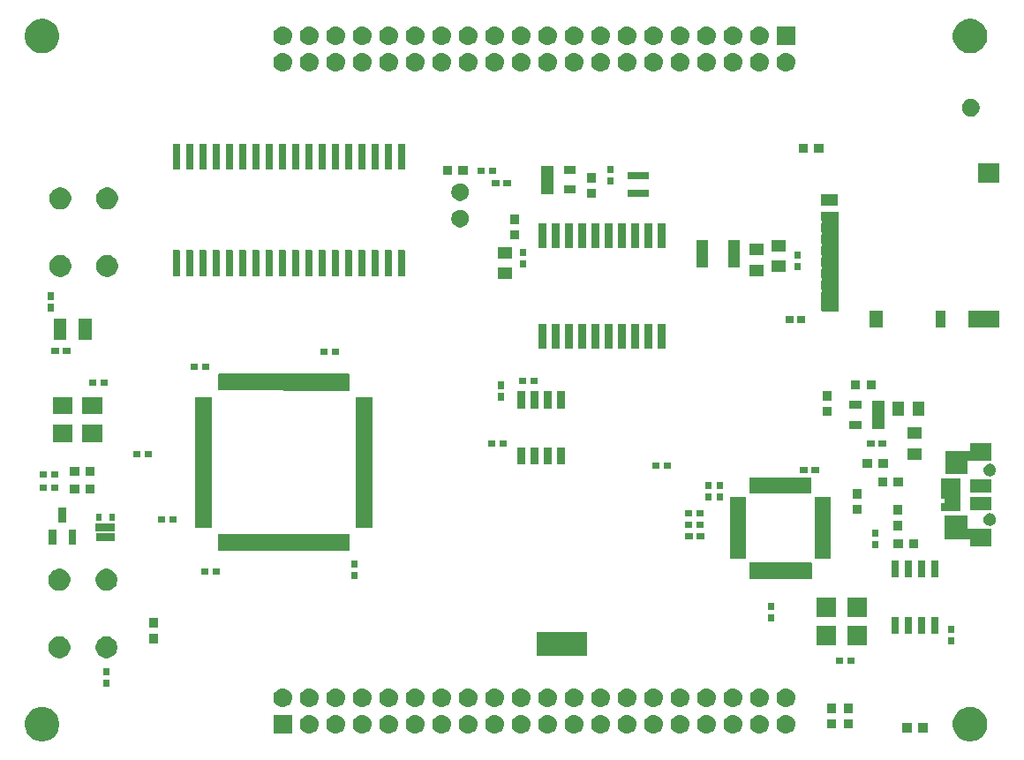
<source format=gts>
G04 #@! TF.GenerationSoftware,KiCad,Pcbnew,(5.1.2)-1*
G04 #@! TF.CreationDate,2020-06-11T21:16:14+09:00*
G04 #@! TF.ProjectId,o2_breakout,6f325f62-7265-4616-9b6f-75742e6b6963,rev?*
G04 #@! TF.SameCoordinates,Original*
G04 #@! TF.FileFunction,Soldermask,Top*
G04 #@! TF.FilePolarity,Negative*
%FSLAX46Y46*%
G04 Gerber Fmt 4.6, Leading zero omitted, Abs format (unit mm)*
G04 Created by KiCad (PCBNEW (5.1.2)-1) date 2020-06-11 21:16:14*
%MOMM*%
%LPD*%
G04 APERTURE LIST*
%ADD10C,0.100000*%
G04 APERTURE END LIST*
D10*
G36*
X156232860Y-120484900D02*
G01*
X151406860Y-120484900D01*
X151406860Y-118198900D01*
X156232860Y-118198900D01*
X156232860Y-120484900D01*
G37*
G36*
X152984200Y-76073000D02*
G01*
X151828500Y-76073000D01*
X151828500Y-73431400D01*
X152984200Y-73431400D01*
X152984200Y-76073000D01*
G37*
X152984200Y-76073000D02*
X151828500Y-76073000D01*
X151828500Y-73431400D01*
X152984200Y-73431400D01*
X152984200Y-76073000D01*
G36*
X110947200Y-108534200D02*
G01*
X109093000Y-108534200D01*
X109093000Y-107746800D01*
X110947200Y-107746800D01*
X110947200Y-108534200D01*
G37*
G36*
X184759600Y-98653600D02*
G01*
X183591200Y-98653600D01*
X183591200Y-95986600D01*
X184759600Y-95986600D01*
X184759600Y-98653600D01*
G37*
G36*
X192714880Y-108237020D02*
G01*
X193260980Y-108237020D01*
X193260980Y-109242860D01*
X190576200Y-109242860D01*
X190578740Y-106989880D01*
X192714880Y-106989880D01*
X192714880Y-108237020D01*
G37*
G36*
X193063850Y-101741100D02*
G01*
X192755950Y-101743900D01*
X192757500Y-103025200D01*
X190601600Y-103022400D01*
X190598500Y-100790000D01*
X193062300Y-100790000D01*
X193063850Y-101741100D01*
G37*
G36*
X192084400Y-106542400D02*
G01*
X190217500Y-106543800D01*
X190217500Y-105831899D01*
X190538101Y-105829102D01*
X190538100Y-105359200D01*
X190217500Y-105359198D01*
X190219472Y-103431600D01*
X192087501Y-103431600D01*
X192084400Y-106542400D01*
G37*
G36*
X180327300Y-87325200D02*
G01*
X178777900Y-87325200D01*
X178777900Y-77851000D01*
X180327300Y-77851000D01*
X180327300Y-87325200D01*
G37*
X180327300Y-87325200D02*
X178777900Y-87325200D01*
X178777900Y-77851000D01*
X180327300Y-77851000D01*
X180327300Y-87325200D01*
G36*
X179574900Y-111089700D02*
G01*
X178152500Y-111089700D01*
X178152500Y-105247700D01*
X179574900Y-105247700D01*
X179574900Y-111089700D01*
G37*
X179574900Y-111089700D02*
X178152500Y-111089700D01*
X178152500Y-105247700D01*
X179574900Y-105247700D01*
X179574900Y-111089700D01*
G36*
X177733400Y-112956600D02*
G01*
X171854430Y-112956600D01*
X171852170Y-111534200D01*
X177733400Y-111534200D01*
X177733400Y-112956600D01*
G37*
X177733400Y-112956600D02*
X171854430Y-112956600D01*
X171852170Y-111534200D01*
X177733400Y-111534200D01*
X177733400Y-112956600D01*
G36*
X177708000Y-104803200D02*
G01*
X171853300Y-104809550D01*
X171853300Y-103374450D01*
X177708000Y-103368100D01*
X177708000Y-104803200D01*
G37*
X177708000Y-104803200D02*
X171853300Y-104809550D01*
X171853300Y-103374450D01*
X177708000Y-103368100D01*
X177708000Y-104803200D01*
G36*
X171421500Y-111089700D02*
G01*
X169992040Y-111089700D01*
X169995570Y-105235000D01*
X171425030Y-105235000D01*
X171421500Y-111089700D01*
G37*
X171421500Y-111089700D02*
X169992040Y-111089700D01*
X169995570Y-105235000D01*
X171425030Y-105235000D01*
X171421500Y-111089700D01*
G36*
X135607500Y-108092500D02*
G01*
X134107192Y-108093454D01*
X134110609Y-95625921D01*
X135607500Y-95621100D01*
X135607500Y-108092500D01*
G37*
X135607500Y-108092500D02*
X134107192Y-108093454D01*
X134110609Y-95625921D01*
X135607500Y-95621100D01*
X135607500Y-108092500D01*
G36*
X133386270Y-110312460D02*
G01*
X120914870Y-110312460D01*
X120912330Y-108793540D01*
X133383730Y-108793540D01*
X133386270Y-110312460D01*
G37*
X133386270Y-110312460D02*
X120914870Y-110312460D01*
X120912330Y-108793540D01*
X133383730Y-108793540D01*
X133386270Y-110312460D01*
G36*
X120210580Y-108117900D02*
G01*
X118694200Y-108117900D01*
X118694910Y-95608400D01*
X120211290Y-95608400D01*
X120210580Y-108117900D01*
G37*
X120210580Y-108117900D02*
X118694200Y-108117900D01*
X118694910Y-95608400D01*
X120211290Y-95608400D01*
X120210580Y-108117900D01*
G36*
X133388175Y-94921200D02*
G01*
X120904000Y-94918400D01*
X120904000Y-93408500D01*
X133388100Y-93408500D01*
X133388175Y-94921200D01*
G37*
X133388175Y-94921200D02*
X120904000Y-94918400D01*
X120904000Y-93408500D01*
X133388100Y-93408500D01*
X133388175Y-94921200D01*
G36*
X193375256Y-125391298D02*
G01*
X193481579Y-125412447D01*
X193782042Y-125536903D01*
X194052451Y-125717585D01*
X194282415Y-125947549D01*
X194463097Y-126217958D01*
X194587553Y-126518421D01*
X194651000Y-126837391D01*
X194651000Y-127162609D01*
X194587553Y-127481579D01*
X194521856Y-127640185D01*
X194467489Y-127771440D01*
X194463097Y-127782042D01*
X194282415Y-128052451D01*
X194052451Y-128282415D01*
X193782042Y-128463097D01*
X193481579Y-128587553D01*
X193375256Y-128608702D01*
X193162611Y-128651000D01*
X192837389Y-128651000D01*
X192624744Y-128608702D01*
X192518421Y-128587553D01*
X192217958Y-128463097D01*
X191947549Y-128282415D01*
X191717585Y-128052451D01*
X191536903Y-127782042D01*
X191532512Y-127771440D01*
X191478144Y-127640185D01*
X191412447Y-127481579D01*
X191349000Y-127162609D01*
X191349000Y-126837391D01*
X191412447Y-126518421D01*
X191536903Y-126217958D01*
X191717585Y-125947549D01*
X191947549Y-125717585D01*
X192217958Y-125536903D01*
X192518421Y-125412447D01*
X192624744Y-125391298D01*
X192837389Y-125349000D01*
X193162611Y-125349000D01*
X193375256Y-125391298D01*
X193375256Y-125391298D01*
G37*
G36*
X104375256Y-125391298D02*
G01*
X104481579Y-125412447D01*
X104782042Y-125536903D01*
X105052451Y-125717585D01*
X105282415Y-125947549D01*
X105463097Y-126217958D01*
X105587553Y-126518421D01*
X105651000Y-126837391D01*
X105651000Y-127162609D01*
X105587553Y-127481579D01*
X105521856Y-127640185D01*
X105467489Y-127771440D01*
X105463097Y-127782042D01*
X105282415Y-128052451D01*
X105052451Y-128282415D01*
X104782042Y-128463097D01*
X104481579Y-128587553D01*
X104375256Y-128608702D01*
X104162611Y-128651000D01*
X103837389Y-128651000D01*
X103624744Y-128608702D01*
X103518421Y-128587553D01*
X103217958Y-128463097D01*
X102947549Y-128282415D01*
X102717585Y-128052451D01*
X102536903Y-127782042D01*
X102532512Y-127771440D01*
X102478144Y-127640185D01*
X102412447Y-127481579D01*
X102349000Y-127162609D01*
X102349000Y-126837391D01*
X102412447Y-126518421D01*
X102536903Y-126217958D01*
X102717585Y-125947549D01*
X102947549Y-125717585D01*
X103217958Y-125536903D01*
X103518421Y-125412447D01*
X103624744Y-125391298D01*
X103837389Y-125349000D01*
X104162611Y-125349000D01*
X104375256Y-125391298D01*
X104375256Y-125391298D01*
G37*
G36*
X127977200Y-127901000D02*
G01*
X126175200Y-127901000D01*
X126175200Y-126099000D01*
X127977200Y-126099000D01*
X127977200Y-127901000D01*
X127977200Y-127901000D01*
G37*
G36*
X155126643Y-126105519D02*
G01*
X155192827Y-126112037D01*
X155362666Y-126163557D01*
X155519191Y-126247222D01*
X155554929Y-126276552D01*
X155656386Y-126359814D01*
X155739648Y-126461271D01*
X155768978Y-126497009D01*
X155852643Y-126653534D01*
X155904163Y-126823373D01*
X155921559Y-127000000D01*
X155904163Y-127176627D01*
X155852643Y-127346466D01*
X155768978Y-127502991D01*
X155739648Y-127538729D01*
X155656386Y-127640186D01*
X155554929Y-127723448D01*
X155519191Y-127752778D01*
X155362666Y-127836443D01*
X155192827Y-127887963D01*
X155126642Y-127894482D01*
X155060460Y-127901000D01*
X154971940Y-127901000D01*
X154905758Y-127894482D01*
X154839573Y-127887963D01*
X154669734Y-127836443D01*
X154513209Y-127752778D01*
X154477471Y-127723448D01*
X154376014Y-127640186D01*
X154292752Y-127538729D01*
X154263422Y-127502991D01*
X154179757Y-127346466D01*
X154128237Y-127176627D01*
X154110841Y-127000000D01*
X154128237Y-126823373D01*
X154179757Y-126653534D01*
X154263422Y-126497009D01*
X154292752Y-126461271D01*
X154376014Y-126359814D01*
X154477471Y-126276552D01*
X154513209Y-126247222D01*
X154669734Y-126163557D01*
X154839573Y-126112037D01*
X154905757Y-126105519D01*
X154971940Y-126099000D01*
X155060460Y-126099000D01*
X155126643Y-126105519D01*
X155126643Y-126105519D01*
G37*
G36*
X132266643Y-126105519D02*
G01*
X132332827Y-126112037D01*
X132502666Y-126163557D01*
X132659191Y-126247222D01*
X132694929Y-126276552D01*
X132796386Y-126359814D01*
X132879648Y-126461271D01*
X132908978Y-126497009D01*
X132992643Y-126653534D01*
X133044163Y-126823373D01*
X133061559Y-127000000D01*
X133044163Y-127176627D01*
X132992643Y-127346466D01*
X132908978Y-127502991D01*
X132879648Y-127538729D01*
X132796386Y-127640186D01*
X132694929Y-127723448D01*
X132659191Y-127752778D01*
X132502666Y-127836443D01*
X132332827Y-127887963D01*
X132266642Y-127894482D01*
X132200460Y-127901000D01*
X132111940Y-127901000D01*
X132045758Y-127894482D01*
X131979573Y-127887963D01*
X131809734Y-127836443D01*
X131653209Y-127752778D01*
X131617471Y-127723448D01*
X131516014Y-127640186D01*
X131432752Y-127538729D01*
X131403422Y-127502991D01*
X131319757Y-127346466D01*
X131268237Y-127176627D01*
X131250841Y-127000000D01*
X131268237Y-126823373D01*
X131319757Y-126653534D01*
X131403422Y-126497009D01*
X131432752Y-126461271D01*
X131516014Y-126359814D01*
X131617471Y-126276552D01*
X131653209Y-126247222D01*
X131809734Y-126163557D01*
X131979573Y-126112037D01*
X132045757Y-126105519D01*
X132111940Y-126099000D01*
X132200460Y-126099000D01*
X132266643Y-126105519D01*
X132266643Y-126105519D01*
G37*
G36*
X134806643Y-126105519D02*
G01*
X134872827Y-126112037D01*
X135042666Y-126163557D01*
X135199191Y-126247222D01*
X135234929Y-126276552D01*
X135336386Y-126359814D01*
X135419648Y-126461271D01*
X135448978Y-126497009D01*
X135532643Y-126653534D01*
X135584163Y-126823373D01*
X135601559Y-127000000D01*
X135584163Y-127176627D01*
X135532643Y-127346466D01*
X135448978Y-127502991D01*
X135419648Y-127538729D01*
X135336386Y-127640186D01*
X135234929Y-127723448D01*
X135199191Y-127752778D01*
X135042666Y-127836443D01*
X134872827Y-127887963D01*
X134806642Y-127894482D01*
X134740460Y-127901000D01*
X134651940Y-127901000D01*
X134585758Y-127894482D01*
X134519573Y-127887963D01*
X134349734Y-127836443D01*
X134193209Y-127752778D01*
X134157471Y-127723448D01*
X134056014Y-127640186D01*
X133972752Y-127538729D01*
X133943422Y-127502991D01*
X133859757Y-127346466D01*
X133808237Y-127176627D01*
X133790841Y-127000000D01*
X133808237Y-126823373D01*
X133859757Y-126653534D01*
X133943422Y-126497009D01*
X133972752Y-126461271D01*
X134056014Y-126359814D01*
X134157471Y-126276552D01*
X134193209Y-126247222D01*
X134349734Y-126163557D01*
X134519573Y-126112037D01*
X134585757Y-126105519D01*
X134651940Y-126099000D01*
X134740460Y-126099000D01*
X134806643Y-126105519D01*
X134806643Y-126105519D01*
G37*
G36*
X137346643Y-126105519D02*
G01*
X137412827Y-126112037D01*
X137582666Y-126163557D01*
X137739191Y-126247222D01*
X137774929Y-126276552D01*
X137876386Y-126359814D01*
X137959648Y-126461271D01*
X137988978Y-126497009D01*
X138072643Y-126653534D01*
X138124163Y-126823373D01*
X138141559Y-127000000D01*
X138124163Y-127176627D01*
X138072643Y-127346466D01*
X137988978Y-127502991D01*
X137959648Y-127538729D01*
X137876386Y-127640186D01*
X137774929Y-127723448D01*
X137739191Y-127752778D01*
X137582666Y-127836443D01*
X137412827Y-127887963D01*
X137346642Y-127894482D01*
X137280460Y-127901000D01*
X137191940Y-127901000D01*
X137125758Y-127894482D01*
X137059573Y-127887963D01*
X136889734Y-127836443D01*
X136733209Y-127752778D01*
X136697471Y-127723448D01*
X136596014Y-127640186D01*
X136512752Y-127538729D01*
X136483422Y-127502991D01*
X136399757Y-127346466D01*
X136348237Y-127176627D01*
X136330841Y-127000000D01*
X136348237Y-126823373D01*
X136399757Y-126653534D01*
X136483422Y-126497009D01*
X136512752Y-126461271D01*
X136596014Y-126359814D01*
X136697471Y-126276552D01*
X136733209Y-126247222D01*
X136889734Y-126163557D01*
X137059573Y-126112037D01*
X137125757Y-126105519D01*
X137191940Y-126099000D01*
X137280460Y-126099000D01*
X137346643Y-126105519D01*
X137346643Y-126105519D01*
G37*
G36*
X139886643Y-126105519D02*
G01*
X139952827Y-126112037D01*
X140122666Y-126163557D01*
X140279191Y-126247222D01*
X140314929Y-126276552D01*
X140416386Y-126359814D01*
X140499648Y-126461271D01*
X140528978Y-126497009D01*
X140612643Y-126653534D01*
X140664163Y-126823373D01*
X140681559Y-127000000D01*
X140664163Y-127176627D01*
X140612643Y-127346466D01*
X140528978Y-127502991D01*
X140499648Y-127538729D01*
X140416386Y-127640186D01*
X140314929Y-127723448D01*
X140279191Y-127752778D01*
X140122666Y-127836443D01*
X139952827Y-127887963D01*
X139886642Y-127894482D01*
X139820460Y-127901000D01*
X139731940Y-127901000D01*
X139665758Y-127894482D01*
X139599573Y-127887963D01*
X139429734Y-127836443D01*
X139273209Y-127752778D01*
X139237471Y-127723448D01*
X139136014Y-127640186D01*
X139052752Y-127538729D01*
X139023422Y-127502991D01*
X138939757Y-127346466D01*
X138888237Y-127176627D01*
X138870841Y-127000000D01*
X138888237Y-126823373D01*
X138939757Y-126653534D01*
X139023422Y-126497009D01*
X139052752Y-126461271D01*
X139136014Y-126359814D01*
X139237471Y-126276552D01*
X139273209Y-126247222D01*
X139429734Y-126163557D01*
X139599573Y-126112037D01*
X139665757Y-126105519D01*
X139731940Y-126099000D01*
X139820460Y-126099000D01*
X139886643Y-126105519D01*
X139886643Y-126105519D01*
G37*
G36*
X142426643Y-126105519D02*
G01*
X142492827Y-126112037D01*
X142662666Y-126163557D01*
X142819191Y-126247222D01*
X142854929Y-126276552D01*
X142956386Y-126359814D01*
X143039648Y-126461271D01*
X143068978Y-126497009D01*
X143152643Y-126653534D01*
X143204163Y-126823373D01*
X143221559Y-127000000D01*
X143204163Y-127176627D01*
X143152643Y-127346466D01*
X143068978Y-127502991D01*
X143039648Y-127538729D01*
X142956386Y-127640186D01*
X142854929Y-127723448D01*
X142819191Y-127752778D01*
X142662666Y-127836443D01*
X142492827Y-127887963D01*
X142426642Y-127894482D01*
X142360460Y-127901000D01*
X142271940Y-127901000D01*
X142205758Y-127894482D01*
X142139573Y-127887963D01*
X141969734Y-127836443D01*
X141813209Y-127752778D01*
X141777471Y-127723448D01*
X141676014Y-127640186D01*
X141592752Y-127538729D01*
X141563422Y-127502991D01*
X141479757Y-127346466D01*
X141428237Y-127176627D01*
X141410841Y-127000000D01*
X141428237Y-126823373D01*
X141479757Y-126653534D01*
X141563422Y-126497009D01*
X141592752Y-126461271D01*
X141676014Y-126359814D01*
X141777471Y-126276552D01*
X141813209Y-126247222D01*
X141969734Y-126163557D01*
X142139573Y-126112037D01*
X142205757Y-126105519D01*
X142271940Y-126099000D01*
X142360460Y-126099000D01*
X142426643Y-126105519D01*
X142426643Y-126105519D01*
G37*
G36*
X144966643Y-126105519D02*
G01*
X145032827Y-126112037D01*
X145202666Y-126163557D01*
X145359191Y-126247222D01*
X145394929Y-126276552D01*
X145496386Y-126359814D01*
X145579648Y-126461271D01*
X145608978Y-126497009D01*
X145692643Y-126653534D01*
X145744163Y-126823373D01*
X145761559Y-127000000D01*
X145744163Y-127176627D01*
X145692643Y-127346466D01*
X145608978Y-127502991D01*
X145579648Y-127538729D01*
X145496386Y-127640186D01*
X145394929Y-127723448D01*
X145359191Y-127752778D01*
X145202666Y-127836443D01*
X145032827Y-127887963D01*
X144966642Y-127894482D01*
X144900460Y-127901000D01*
X144811940Y-127901000D01*
X144745758Y-127894482D01*
X144679573Y-127887963D01*
X144509734Y-127836443D01*
X144353209Y-127752778D01*
X144317471Y-127723448D01*
X144216014Y-127640186D01*
X144132752Y-127538729D01*
X144103422Y-127502991D01*
X144019757Y-127346466D01*
X143968237Y-127176627D01*
X143950841Y-127000000D01*
X143968237Y-126823373D01*
X144019757Y-126653534D01*
X144103422Y-126497009D01*
X144132752Y-126461271D01*
X144216014Y-126359814D01*
X144317471Y-126276552D01*
X144353209Y-126247222D01*
X144509734Y-126163557D01*
X144679573Y-126112037D01*
X144745757Y-126105519D01*
X144811940Y-126099000D01*
X144900460Y-126099000D01*
X144966643Y-126105519D01*
X144966643Y-126105519D01*
G37*
G36*
X147506643Y-126105519D02*
G01*
X147572827Y-126112037D01*
X147742666Y-126163557D01*
X147899191Y-126247222D01*
X147934929Y-126276552D01*
X148036386Y-126359814D01*
X148119648Y-126461271D01*
X148148978Y-126497009D01*
X148232643Y-126653534D01*
X148284163Y-126823373D01*
X148301559Y-127000000D01*
X148284163Y-127176627D01*
X148232643Y-127346466D01*
X148148978Y-127502991D01*
X148119648Y-127538729D01*
X148036386Y-127640186D01*
X147934929Y-127723448D01*
X147899191Y-127752778D01*
X147742666Y-127836443D01*
X147572827Y-127887963D01*
X147506642Y-127894482D01*
X147440460Y-127901000D01*
X147351940Y-127901000D01*
X147285758Y-127894482D01*
X147219573Y-127887963D01*
X147049734Y-127836443D01*
X146893209Y-127752778D01*
X146857471Y-127723448D01*
X146756014Y-127640186D01*
X146672752Y-127538729D01*
X146643422Y-127502991D01*
X146559757Y-127346466D01*
X146508237Y-127176627D01*
X146490841Y-127000000D01*
X146508237Y-126823373D01*
X146559757Y-126653534D01*
X146643422Y-126497009D01*
X146672752Y-126461271D01*
X146756014Y-126359814D01*
X146857471Y-126276552D01*
X146893209Y-126247222D01*
X147049734Y-126163557D01*
X147219573Y-126112037D01*
X147285757Y-126105519D01*
X147351940Y-126099000D01*
X147440460Y-126099000D01*
X147506643Y-126105519D01*
X147506643Y-126105519D01*
G37*
G36*
X150046643Y-126105519D02*
G01*
X150112827Y-126112037D01*
X150282666Y-126163557D01*
X150439191Y-126247222D01*
X150474929Y-126276552D01*
X150576386Y-126359814D01*
X150659648Y-126461271D01*
X150688978Y-126497009D01*
X150772643Y-126653534D01*
X150824163Y-126823373D01*
X150841559Y-127000000D01*
X150824163Y-127176627D01*
X150772643Y-127346466D01*
X150688978Y-127502991D01*
X150659648Y-127538729D01*
X150576386Y-127640186D01*
X150474929Y-127723448D01*
X150439191Y-127752778D01*
X150282666Y-127836443D01*
X150112827Y-127887963D01*
X150046642Y-127894482D01*
X149980460Y-127901000D01*
X149891940Y-127901000D01*
X149825758Y-127894482D01*
X149759573Y-127887963D01*
X149589734Y-127836443D01*
X149433209Y-127752778D01*
X149397471Y-127723448D01*
X149296014Y-127640186D01*
X149212752Y-127538729D01*
X149183422Y-127502991D01*
X149099757Y-127346466D01*
X149048237Y-127176627D01*
X149030841Y-127000000D01*
X149048237Y-126823373D01*
X149099757Y-126653534D01*
X149183422Y-126497009D01*
X149212752Y-126461271D01*
X149296014Y-126359814D01*
X149397471Y-126276552D01*
X149433209Y-126247222D01*
X149589734Y-126163557D01*
X149759573Y-126112037D01*
X149825757Y-126105519D01*
X149891940Y-126099000D01*
X149980460Y-126099000D01*
X150046643Y-126105519D01*
X150046643Y-126105519D01*
G37*
G36*
X152586643Y-126105519D02*
G01*
X152652827Y-126112037D01*
X152822666Y-126163557D01*
X152979191Y-126247222D01*
X153014929Y-126276552D01*
X153116386Y-126359814D01*
X153199648Y-126461271D01*
X153228978Y-126497009D01*
X153312643Y-126653534D01*
X153364163Y-126823373D01*
X153381559Y-127000000D01*
X153364163Y-127176627D01*
X153312643Y-127346466D01*
X153228978Y-127502991D01*
X153199648Y-127538729D01*
X153116386Y-127640186D01*
X153014929Y-127723448D01*
X152979191Y-127752778D01*
X152822666Y-127836443D01*
X152652827Y-127887963D01*
X152586642Y-127894482D01*
X152520460Y-127901000D01*
X152431940Y-127901000D01*
X152365758Y-127894482D01*
X152299573Y-127887963D01*
X152129734Y-127836443D01*
X151973209Y-127752778D01*
X151937471Y-127723448D01*
X151836014Y-127640186D01*
X151752752Y-127538729D01*
X151723422Y-127502991D01*
X151639757Y-127346466D01*
X151588237Y-127176627D01*
X151570841Y-127000000D01*
X151588237Y-126823373D01*
X151639757Y-126653534D01*
X151723422Y-126497009D01*
X151752752Y-126461271D01*
X151836014Y-126359814D01*
X151937471Y-126276552D01*
X151973209Y-126247222D01*
X152129734Y-126163557D01*
X152299573Y-126112037D01*
X152365757Y-126105519D01*
X152431940Y-126099000D01*
X152520460Y-126099000D01*
X152586643Y-126105519D01*
X152586643Y-126105519D01*
G37*
G36*
X157666643Y-126105519D02*
G01*
X157732827Y-126112037D01*
X157902666Y-126163557D01*
X158059191Y-126247222D01*
X158094929Y-126276552D01*
X158196386Y-126359814D01*
X158279648Y-126461271D01*
X158308978Y-126497009D01*
X158392643Y-126653534D01*
X158444163Y-126823373D01*
X158461559Y-127000000D01*
X158444163Y-127176627D01*
X158392643Y-127346466D01*
X158308978Y-127502991D01*
X158279648Y-127538729D01*
X158196386Y-127640186D01*
X158094929Y-127723448D01*
X158059191Y-127752778D01*
X157902666Y-127836443D01*
X157732827Y-127887963D01*
X157666642Y-127894482D01*
X157600460Y-127901000D01*
X157511940Y-127901000D01*
X157445758Y-127894482D01*
X157379573Y-127887963D01*
X157209734Y-127836443D01*
X157053209Y-127752778D01*
X157017471Y-127723448D01*
X156916014Y-127640186D01*
X156832752Y-127538729D01*
X156803422Y-127502991D01*
X156719757Y-127346466D01*
X156668237Y-127176627D01*
X156650841Y-127000000D01*
X156668237Y-126823373D01*
X156719757Y-126653534D01*
X156803422Y-126497009D01*
X156832752Y-126461271D01*
X156916014Y-126359814D01*
X157017471Y-126276552D01*
X157053209Y-126247222D01*
X157209734Y-126163557D01*
X157379573Y-126112037D01*
X157445757Y-126105519D01*
X157511940Y-126099000D01*
X157600460Y-126099000D01*
X157666643Y-126105519D01*
X157666643Y-126105519D01*
G37*
G36*
X129726643Y-126105519D02*
G01*
X129792827Y-126112037D01*
X129962666Y-126163557D01*
X130119191Y-126247222D01*
X130154929Y-126276552D01*
X130256386Y-126359814D01*
X130339648Y-126461271D01*
X130368978Y-126497009D01*
X130452643Y-126653534D01*
X130504163Y-126823373D01*
X130521559Y-127000000D01*
X130504163Y-127176627D01*
X130452643Y-127346466D01*
X130368978Y-127502991D01*
X130339648Y-127538729D01*
X130256386Y-127640186D01*
X130154929Y-127723448D01*
X130119191Y-127752778D01*
X129962666Y-127836443D01*
X129792827Y-127887963D01*
X129726642Y-127894482D01*
X129660460Y-127901000D01*
X129571940Y-127901000D01*
X129505758Y-127894482D01*
X129439573Y-127887963D01*
X129269734Y-127836443D01*
X129113209Y-127752778D01*
X129077471Y-127723448D01*
X128976014Y-127640186D01*
X128892752Y-127538729D01*
X128863422Y-127502991D01*
X128779757Y-127346466D01*
X128728237Y-127176627D01*
X128710841Y-127000000D01*
X128728237Y-126823373D01*
X128779757Y-126653534D01*
X128863422Y-126497009D01*
X128892752Y-126461271D01*
X128976014Y-126359814D01*
X129077471Y-126276552D01*
X129113209Y-126247222D01*
X129269734Y-126163557D01*
X129439573Y-126112037D01*
X129505757Y-126105519D01*
X129571940Y-126099000D01*
X129660460Y-126099000D01*
X129726643Y-126105519D01*
X129726643Y-126105519D01*
G37*
G36*
X175446643Y-126105519D02*
G01*
X175512827Y-126112037D01*
X175682666Y-126163557D01*
X175839191Y-126247222D01*
X175874929Y-126276552D01*
X175976386Y-126359814D01*
X176059648Y-126461271D01*
X176088978Y-126497009D01*
X176172643Y-126653534D01*
X176224163Y-126823373D01*
X176241559Y-127000000D01*
X176224163Y-127176627D01*
X176172643Y-127346466D01*
X176088978Y-127502991D01*
X176059648Y-127538729D01*
X175976386Y-127640186D01*
X175874929Y-127723448D01*
X175839191Y-127752778D01*
X175682666Y-127836443D01*
X175512827Y-127887963D01*
X175446642Y-127894482D01*
X175380460Y-127901000D01*
X175291940Y-127901000D01*
X175225758Y-127894482D01*
X175159573Y-127887963D01*
X174989734Y-127836443D01*
X174833209Y-127752778D01*
X174797471Y-127723448D01*
X174696014Y-127640186D01*
X174612752Y-127538729D01*
X174583422Y-127502991D01*
X174499757Y-127346466D01*
X174448237Y-127176627D01*
X174430841Y-127000000D01*
X174448237Y-126823373D01*
X174499757Y-126653534D01*
X174583422Y-126497009D01*
X174612752Y-126461271D01*
X174696014Y-126359814D01*
X174797471Y-126276552D01*
X174833209Y-126247222D01*
X174989734Y-126163557D01*
X175159573Y-126112037D01*
X175225757Y-126105519D01*
X175291940Y-126099000D01*
X175380460Y-126099000D01*
X175446643Y-126105519D01*
X175446643Y-126105519D01*
G37*
G36*
X172906643Y-126105519D02*
G01*
X172972827Y-126112037D01*
X173142666Y-126163557D01*
X173299191Y-126247222D01*
X173334929Y-126276552D01*
X173436386Y-126359814D01*
X173519648Y-126461271D01*
X173548978Y-126497009D01*
X173632643Y-126653534D01*
X173684163Y-126823373D01*
X173701559Y-127000000D01*
X173684163Y-127176627D01*
X173632643Y-127346466D01*
X173548978Y-127502991D01*
X173519648Y-127538729D01*
X173436386Y-127640186D01*
X173334929Y-127723448D01*
X173299191Y-127752778D01*
X173142666Y-127836443D01*
X172972827Y-127887963D01*
X172906642Y-127894482D01*
X172840460Y-127901000D01*
X172751940Y-127901000D01*
X172685758Y-127894482D01*
X172619573Y-127887963D01*
X172449734Y-127836443D01*
X172293209Y-127752778D01*
X172257471Y-127723448D01*
X172156014Y-127640186D01*
X172072752Y-127538729D01*
X172043422Y-127502991D01*
X171959757Y-127346466D01*
X171908237Y-127176627D01*
X171890841Y-127000000D01*
X171908237Y-126823373D01*
X171959757Y-126653534D01*
X172043422Y-126497009D01*
X172072752Y-126461271D01*
X172156014Y-126359814D01*
X172257471Y-126276552D01*
X172293209Y-126247222D01*
X172449734Y-126163557D01*
X172619573Y-126112037D01*
X172685757Y-126105519D01*
X172751940Y-126099000D01*
X172840460Y-126099000D01*
X172906643Y-126105519D01*
X172906643Y-126105519D01*
G37*
G36*
X170366643Y-126105519D02*
G01*
X170432827Y-126112037D01*
X170602666Y-126163557D01*
X170759191Y-126247222D01*
X170794929Y-126276552D01*
X170896386Y-126359814D01*
X170979648Y-126461271D01*
X171008978Y-126497009D01*
X171092643Y-126653534D01*
X171144163Y-126823373D01*
X171161559Y-127000000D01*
X171144163Y-127176627D01*
X171092643Y-127346466D01*
X171008978Y-127502991D01*
X170979648Y-127538729D01*
X170896386Y-127640186D01*
X170794929Y-127723448D01*
X170759191Y-127752778D01*
X170602666Y-127836443D01*
X170432827Y-127887963D01*
X170366642Y-127894482D01*
X170300460Y-127901000D01*
X170211940Y-127901000D01*
X170145758Y-127894482D01*
X170079573Y-127887963D01*
X169909734Y-127836443D01*
X169753209Y-127752778D01*
X169717471Y-127723448D01*
X169616014Y-127640186D01*
X169532752Y-127538729D01*
X169503422Y-127502991D01*
X169419757Y-127346466D01*
X169368237Y-127176627D01*
X169350841Y-127000000D01*
X169368237Y-126823373D01*
X169419757Y-126653534D01*
X169503422Y-126497009D01*
X169532752Y-126461271D01*
X169616014Y-126359814D01*
X169717471Y-126276552D01*
X169753209Y-126247222D01*
X169909734Y-126163557D01*
X170079573Y-126112037D01*
X170145757Y-126105519D01*
X170211940Y-126099000D01*
X170300460Y-126099000D01*
X170366643Y-126105519D01*
X170366643Y-126105519D01*
G37*
G36*
X165286643Y-126105519D02*
G01*
X165352827Y-126112037D01*
X165522666Y-126163557D01*
X165679191Y-126247222D01*
X165714929Y-126276552D01*
X165816386Y-126359814D01*
X165899648Y-126461271D01*
X165928978Y-126497009D01*
X166012643Y-126653534D01*
X166064163Y-126823373D01*
X166081559Y-127000000D01*
X166064163Y-127176627D01*
X166012643Y-127346466D01*
X165928978Y-127502991D01*
X165899648Y-127538729D01*
X165816386Y-127640186D01*
X165714929Y-127723448D01*
X165679191Y-127752778D01*
X165522666Y-127836443D01*
X165352827Y-127887963D01*
X165286642Y-127894482D01*
X165220460Y-127901000D01*
X165131940Y-127901000D01*
X165065758Y-127894482D01*
X164999573Y-127887963D01*
X164829734Y-127836443D01*
X164673209Y-127752778D01*
X164637471Y-127723448D01*
X164536014Y-127640186D01*
X164452752Y-127538729D01*
X164423422Y-127502991D01*
X164339757Y-127346466D01*
X164288237Y-127176627D01*
X164270841Y-127000000D01*
X164288237Y-126823373D01*
X164339757Y-126653534D01*
X164423422Y-126497009D01*
X164452752Y-126461271D01*
X164536014Y-126359814D01*
X164637471Y-126276552D01*
X164673209Y-126247222D01*
X164829734Y-126163557D01*
X164999573Y-126112037D01*
X165065757Y-126105519D01*
X165131940Y-126099000D01*
X165220460Y-126099000D01*
X165286643Y-126105519D01*
X165286643Y-126105519D01*
G37*
G36*
X162746643Y-126105519D02*
G01*
X162812827Y-126112037D01*
X162982666Y-126163557D01*
X163139191Y-126247222D01*
X163174929Y-126276552D01*
X163276386Y-126359814D01*
X163359648Y-126461271D01*
X163388978Y-126497009D01*
X163472643Y-126653534D01*
X163524163Y-126823373D01*
X163541559Y-127000000D01*
X163524163Y-127176627D01*
X163472643Y-127346466D01*
X163388978Y-127502991D01*
X163359648Y-127538729D01*
X163276386Y-127640186D01*
X163174929Y-127723448D01*
X163139191Y-127752778D01*
X162982666Y-127836443D01*
X162812827Y-127887963D01*
X162746642Y-127894482D01*
X162680460Y-127901000D01*
X162591940Y-127901000D01*
X162525758Y-127894482D01*
X162459573Y-127887963D01*
X162289734Y-127836443D01*
X162133209Y-127752778D01*
X162097471Y-127723448D01*
X161996014Y-127640186D01*
X161912752Y-127538729D01*
X161883422Y-127502991D01*
X161799757Y-127346466D01*
X161748237Y-127176627D01*
X161730841Y-127000000D01*
X161748237Y-126823373D01*
X161799757Y-126653534D01*
X161883422Y-126497009D01*
X161912752Y-126461271D01*
X161996014Y-126359814D01*
X162097471Y-126276552D01*
X162133209Y-126247222D01*
X162289734Y-126163557D01*
X162459573Y-126112037D01*
X162525757Y-126105519D01*
X162591940Y-126099000D01*
X162680460Y-126099000D01*
X162746643Y-126105519D01*
X162746643Y-126105519D01*
G37*
G36*
X160206643Y-126105519D02*
G01*
X160272827Y-126112037D01*
X160442666Y-126163557D01*
X160599191Y-126247222D01*
X160634929Y-126276552D01*
X160736386Y-126359814D01*
X160819648Y-126461271D01*
X160848978Y-126497009D01*
X160932643Y-126653534D01*
X160984163Y-126823373D01*
X161001559Y-127000000D01*
X160984163Y-127176627D01*
X160932643Y-127346466D01*
X160848978Y-127502991D01*
X160819648Y-127538729D01*
X160736386Y-127640186D01*
X160634929Y-127723448D01*
X160599191Y-127752778D01*
X160442666Y-127836443D01*
X160272827Y-127887963D01*
X160206642Y-127894482D01*
X160140460Y-127901000D01*
X160051940Y-127901000D01*
X159985758Y-127894482D01*
X159919573Y-127887963D01*
X159749734Y-127836443D01*
X159593209Y-127752778D01*
X159557471Y-127723448D01*
X159456014Y-127640186D01*
X159372752Y-127538729D01*
X159343422Y-127502991D01*
X159259757Y-127346466D01*
X159208237Y-127176627D01*
X159190841Y-127000000D01*
X159208237Y-126823373D01*
X159259757Y-126653534D01*
X159343422Y-126497009D01*
X159372752Y-126461271D01*
X159456014Y-126359814D01*
X159557471Y-126276552D01*
X159593209Y-126247222D01*
X159749734Y-126163557D01*
X159919573Y-126112037D01*
X159985757Y-126105519D01*
X160051940Y-126099000D01*
X160140460Y-126099000D01*
X160206643Y-126105519D01*
X160206643Y-126105519D01*
G37*
G36*
X167826643Y-126105519D02*
G01*
X167892827Y-126112037D01*
X168062666Y-126163557D01*
X168219191Y-126247222D01*
X168254929Y-126276552D01*
X168356386Y-126359814D01*
X168439648Y-126461271D01*
X168468978Y-126497009D01*
X168552643Y-126653534D01*
X168604163Y-126823373D01*
X168621559Y-127000000D01*
X168604163Y-127176627D01*
X168552643Y-127346466D01*
X168468978Y-127502991D01*
X168439648Y-127538729D01*
X168356386Y-127640186D01*
X168254929Y-127723448D01*
X168219191Y-127752778D01*
X168062666Y-127836443D01*
X167892827Y-127887963D01*
X167826642Y-127894482D01*
X167760460Y-127901000D01*
X167671940Y-127901000D01*
X167605758Y-127894482D01*
X167539573Y-127887963D01*
X167369734Y-127836443D01*
X167213209Y-127752778D01*
X167177471Y-127723448D01*
X167076014Y-127640186D01*
X166992752Y-127538729D01*
X166963422Y-127502991D01*
X166879757Y-127346466D01*
X166828237Y-127176627D01*
X166810841Y-127000000D01*
X166828237Y-126823373D01*
X166879757Y-126653534D01*
X166963422Y-126497009D01*
X166992752Y-126461271D01*
X167076014Y-126359814D01*
X167177471Y-126276552D01*
X167213209Y-126247222D01*
X167369734Y-126163557D01*
X167539573Y-126112037D01*
X167605757Y-126105519D01*
X167671940Y-126099000D01*
X167760460Y-126099000D01*
X167826643Y-126105519D01*
X167826643Y-126105519D01*
G37*
G36*
X188904460Y-127771440D02*
G01*
X188002460Y-127771440D01*
X188002460Y-126919440D01*
X188904460Y-126919440D01*
X188904460Y-127771440D01*
X188904460Y-127771440D01*
G37*
G36*
X187404460Y-127771440D02*
G01*
X186502460Y-127771440D01*
X186502460Y-126919440D01*
X187404460Y-126919440D01*
X187404460Y-127771440D01*
X187404460Y-127771440D01*
G37*
G36*
X180118300Y-127421220D02*
G01*
X179266300Y-127421220D01*
X179266300Y-126519220D01*
X180118300Y-126519220D01*
X180118300Y-127421220D01*
X180118300Y-127421220D01*
G37*
G36*
X181743900Y-127421220D02*
G01*
X180891900Y-127421220D01*
X180891900Y-126519220D01*
X181743900Y-126519220D01*
X181743900Y-127421220D01*
X181743900Y-127421220D01*
G37*
G36*
X181743900Y-125921220D02*
G01*
X180891900Y-125921220D01*
X180891900Y-125019220D01*
X181743900Y-125019220D01*
X181743900Y-125921220D01*
X181743900Y-125921220D01*
G37*
G36*
X180118300Y-125921220D02*
G01*
X179266300Y-125921220D01*
X179266300Y-125019220D01*
X180118300Y-125019220D01*
X180118300Y-125921220D01*
X180118300Y-125921220D01*
G37*
G36*
X139886642Y-123565518D02*
G01*
X139952827Y-123572037D01*
X140122666Y-123623557D01*
X140279191Y-123707222D01*
X140314929Y-123736552D01*
X140416386Y-123819814D01*
X140499648Y-123921271D01*
X140528978Y-123957009D01*
X140612643Y-124113534D01*
X140664163Y-124283373D01*
X140681559Y-124460000D01*
X140664163Y-124636627D01*
X140612643Y-124806466D01*
X140528978Y-124962991D01*
X140499648Y-124998729D01*
X140416386Y-125100186D01*
X140314929Y-125183448D01*
X140279191Y-125212778D01*
X140122666Y-125296443D01*
X139952827Y-125347963D01*
X139886642Y-125354482D01*
X139820460Y-125361000D01*
X139731940Y-125361000D01*
X139665758Y-125354482D01*
X139599573Y-125347963D01*
X139429734Y-125296443D01*
X139273209Y-125212778D01*
X139237471Y-125183448D01*
X139136014Y-125100186D01*
X139052752Y-124998729D01*
X139023422Y-124962991D01*
X138939757Y-124806466D01*
X138888237Y-124636627D01*
X138870841Y-124460000D01*
X138888237Y-124283373D01*
X138939757Y-124113534D01*
X139023422Y-123957009D01*
X139052752Y-123921271D01*
X139136014Y-123819814D01*
X139237471Y-123736552D01*
X139273209Y-123707222D01*
X139429734Y-123623557D01*
X139599573Y-123572037D01*
X139665758Y-123565518D01*
X139731940Y-123559000D01*
X139820460Y-123559000D01*
X139886642Y-123565518D01*
X139886642Y-123565518D01*
G37*
G36*
X162746642Y-123565518D02*
G01*
X162812827Y-123572037D01*
X162982666Y-123623557D01*
X163139191Y-123707222D01*
X163174929Y-123736552D01*
X163276386Y-123819814D01*
X163359648Y-123921271D01*
X163388978Y-123957009D01*
X163472643Y-124113534D01*
X163524163Y-124283373D01*
X163541559Y-124460000D01*
X163524163Y-124636627D01*
X163472643Y-124806466D01*
X163388978Y-124962991D01*
X163359648Y-124998729D01*
X163276386Y-125100186D01*
X163174929Y-125183448D01*
X163139191Y-125212778D01*
X162982666Y-125296443D01*
X162812827Y-125347963D01*
X162746642Y-125354482D01*
X162680460Y-125361000D01*
X162591940Y-125361000D01*
X162525758Y-125354482D01*
X162459573Y-125347963D01*
X162289734Y-125296443D01*
X162133209Y-125212778D01*
X162097471Y-125183448D01*
X161996014Y-125100186D01*
X161912752Y-124998729D01*
X161883422Y-124962991D01*
X161799757Y-124806466D01*
X161748237Y-124636627D01*
X161730841Y-124460000D01*
X161748237Y-124283373D01*
X161799757Y-124113534D01*
X161883422Y-123957009D01*
X161912752Y-123921271D01*
X161996014Y-123819814D01*
X162097471Y-123736552D01*
X162133209Y-123707222D01*
X162289734Y-123623557D01*
X162459573Y-123572037D01*
X162525758Y-123565518D01*
X162591940Y-123559000D01*
X162680460Y-123559000D01*
X162746642Y-123565518D01*
X162746642Y-123565518D01*
G37*
G36*
X170366642Y-123565518D02*
G01*
X170432827Y-123572037D01*
X170602666Y-123623557D01*
X170759191Y-123707222D01*
X170794929Y-123736552D01*
X170896386Y-123819814D01*
X170979648Y-123921271D01*
X171008978Y-123957009D01*
X171092643Y-124113534D01*
X171144163Y-124283373D01*
X171161559Y-124460000D01*
X171144163Y-124636627D01*
X171092643Y-124806466D01*
X171008978Y-124962991D01*
X170979648Y-124998729D01*
X170896386Y-125100186D01*
X170794929Y-125183448D01*
X170759191Y-125212778D01*
X170602666Y-125296443D01*
X170432827Y-125347963D01*
X170366642Y-125354482D01*
X170300460Y-125361000D01*
X170211940Y-125361000D01*
X170145758Y-125354482D01*
X170079573Y-125347963D01*
X169909734Y-125296443D01*
X169753209Y-125212778D01*
X169717471Y-125183448D01*
X169616014Y-125100186D01*
X169532752Y-124998729D01*
X169503422Y-124962991D01*
X169419757Y-124806466D01*
X169368237Y-124636627D01*
X169350841Y-124460000D01*
X169368237Y-124283373D01*
X169419757Y-124113534D01*
X169503422Y-123957009D01*
X169532752Y-123921271D01*
X169616014Y-123819814D01*
X169717471Y-123736552D01*
X169753209Y-123707222D01*
X169909734Y-123623557D01*
X170079573Y-123572037D01*
X170145758Y-123565518D01*
X170211940Y-123559000D01*
X170300460Y-123559000D01*
X170366642Y-123565518D01*
X170366642Y-123565518D01*
G37*
G36*
X137346642Y-123565518D02*
G01*
X137412827Y-123572037D01*
X137582666Y-123623557D01*
X137739191Y-123707222D01*
X137774929Y-123736552D01*
X137876386Y-123819814D01*
X137959648Y-123921271D01*
X137988978Y-123957009D01*
X138072643Y-124113534D01*
X138124163Y-124283373D01*
X138141559Y-124460000D01*
X138124163Y-124636627D01*
X138072643Y-124806466D01*
X137988978Y-124962991D01*
X137959648Y-124998729D01*
X137876386Y-125100186D01*
X137774929Y-125183448D01*
X137739191Y-125212778D01*
X137582666Y-125296443D01*
X137412827Y-125347963D01*
X137346642Y-125354482D01*
X137280460Y-125361000D01*
X137191940Y-125361000D01*
X137125758Y-125354482D01*
X137059573Y-125347963D01*
X136889734Y-125296443D01*
X136733209Y-125212778D01*
X136697471Y-125183448D01*
X136596014Y-125100186D01*
X136512752Y-124998729D01*
X136483422Y-124962991D01*
X136399757Y-124806466D01*
X136348237Y-124636627D01*
X136330841Y-124460000D01*
X136348237Y-124283373D01*
X136399757Y-124113534D01*
X136483422Y-123957009D01*
X136512752Y-123921271D01*
X136596014Y-123819814D01*
X136697471Y-123736552D01*
X136733209Y-123707222D01*
X136889734Y-123623557D01*
X137059573Y-123572037D01*
X137125758Y-123565518D01*
X137191940Y-123559000D01*
X137280460Y-123559000D01*
X137346642Y-123565518D01*
X137346642Y-123565518D01*
G37*
G36*
X172906642Y-123565518D02*
G01*
X172972827Y-123572037D01*
X173142666Y-123623557D01*
X173299191Y-123707222D01*
X173334929Y-123736552D01*
X173436386Y-123819814D01*
X173519648Y-123921271D01*
X173548978Y-123957009D01*
X173632643Y-124113534D01*
X173684163Y-124283373D01*
X173701559Y-124460000D01*
X173684163Y-124636627D01*
X173632643Y-124806466D01*
X173548978Y-124962991D01*
X173519648Y-124998729D01*
X173436386Y-125100186D01*
X173334929Y-125183448D01*
X173299191Y-125212778D01*
X173142666Y-125296443D01*
X172972827Y-125347963D01*
X172906642Y-125354482D01*
X172840460Y-125361000D01*
X172751940Y-125361000D01*
X172685758Y-125354482D01*
X172619573Y-125347963D01*
X172449734Y-125296443D01*
X172293209Y-125212778D01*
X172257471Y-125183448D01*
X172156014Y-125100186D01*
X172072752Y-124998729D01*
X172043422Y-124962991D01*
X171959757Y-124806466D01*
X171908237Y-124636627D01*
X171890841Y-124460000D01*
X171908237Y-124283373D01*
X171959757Y-124113534D01*
X172043422Y-123957009D01*
X172072752Y-123921271D01*
X172156014Y-123819814D01*
X172257471Y-123736552D01*
X172293209Y-123707222D01*
X172449734Y-123623557D01*
X172619573Y-123572037D01*
X172685758Y-123565518D01*
X172751940Y-123559000D01*
X172840460Y-123559000D01*
X172906642Y-123565518D01*
X172906642Y-123565518D01*
G37*
G36*
X134806642Y-123565518D02*
G01*
X134872827Y-123572037D01*
X135042666Y-123623557D01*
X135199191Y-123707222D01*
X135234929Y-123736552D01*
X135336386Y-123819814D01*
X135419648Y-123921271D01*
X135448978Y-123957009D01*
X135532643Y-124113534D01*
X135584163Y-124283373D01*
X135601559Y-124460000D01*
X135584163Y-124636627D01*
X135532643Y-124806466D01*
X135448978Y-124962991D01*
X135419648Y-124998729D01*
X135336386Y-125100186D01*
X135234929Y-125183448D01*
X135199191Y-125212778D01*
X135042666Y-125296443D01*
X134872827Y-125347963D01*
X134806642Y-125354482D01*
X134740460Y-125361000D01*
X134651940Y-125361000D01*
X134585758Y-125354482D01*
X134519573Y-125347963D01*
X134349734Y-125296443D01*
X134193209Y-125212778D01*
X134157471Y-125183448D01*
X134056014Y-125100186D01*
X133972752Y-124998729D01*
X133943422Y-124962991D01*
X133859757Y-124806466D01*
X133808237Y-124636627D01*
X133790841Y-124460000D01*
X133808237Y-124283373D01*
X133859757Y-124113534D01*
X133943422Y-123957009D01*
X133972752Y-123921271D01*
X134056014Y-123819814D01*
X134157471Y-123736552D01*
X134193209Y-123707222D01*
X134349734Y-123623557D01*
X134519573Y-123572037D01*
X134585758Y-123565518D01*
X134651940Y-123559000D01*
X134740460Y-123559000D01*
X134806642Y-123565518D01*
X134806642Y-123565518D01*
G37*
G36*
X175446642Y-123565518D02*
G01*
X175512827Y-123572037D01*
X175682666Y-123623557D01*
X175839191Y-123707222D01*
X175874929Y-123736552D01*
X175976386Y-123819814D01*
X176059648Y-123921271D01*
X176088978Y-123957009D01*
X176172643Y-124113534D01*
X176224163Y-124283373D01*
X176241559Y-124460000D01*
X176224163Y-124636627D01*
X176172643Y-124806466D01*
X176088978Y-124962991D01*
X176059648Y-124998729D01*
X175976386Y-125100186D01*
X175874929Y-125183448D01*
X175839191Y-125212778D01*
X175682666Y-125296443D01*
X175512827Y-125347963D01*
X175446642Y-125354482D01*
X175380460Y-125361000D01*
X175291940Y-125361000D01*
X175225758Y-125354482D01*
X175159573Y-125347963D01*
X174989734Y-125296443D01*
X174833209Y-125212778D01*
X174797471Y-125183448D01*
X174696014Y-125100186D01*
X174612752Y-124998729D01*
X174583422Y-124962991D01*
X174499757Y-124806466D01*
X174448237Y-124636627D01*
X174430841Y-124460000D01*
X174448237Y-124283373D01*
X174499757Y-124113534D01*
X174583422Y-123957009D01*
X174612752Y-123921271D01*
X174696014Y-123819814D01*
X174797471Y-123736552D01*
X174833209Y-123707222D01*
X174989734Y-123623557D01*
X175159573Y-123572037D01*
X175225758Y-123565518D01*
X175291940Y-123559000D01*
X175380460Y-123559000D01*
X175446642Y-123565518D01*
X175446642Y-123565518D01*
G37*
G36*
X132266642Y-123565518D02*
G01*
X132332827Y-123572037D01*
X132502666Y-123623557D01*
X132659191Y-123707222D01*
X132694929Y-123736552D01*
X132796386Y-123819814D01*
X132879648Y-123921271D01*
X132908978Y-123957009D01*
X132992643Y-124113534D01*
X133044163Y-124283373D01*
X133061559Y-124460000D01*
X133044163Y-124636627D01*
X132992643Y-124806466D01*
X132908978Y-124962991D01*
X132879648Y-124998729D01*
X132796386Y-125100186D01*
X132694929Y-125183448D01*
X132659191Y-125212778D01*
X132502666Y-125296443D01*
X132332827Y-125347963D01*
X132266642Y-125354482D01*
X132200460Y-125361000D01*
X132111940Y-125361000D01*
X132045758Y-125354482D01*
X131979573Y-125347963D01*
X131809734Y-125296443D01*
X131653209Y-125212778D01*
X131617471Y-125183448D01*
X131516014Y-125100186D01*
X131432752Y-124998729D01*
X131403422Y-124962991D01*
X131319757Y-124806466D01*
X131268237Y-124636627D01*
X131250841Y-124460000D01*
X131268237Y-124283373D01*
X131319757Y-124113534D01*
X131403422Y-123957009D01*
X131432752Y-123921271D01*
X131516014Y-123819814D01*
X131617471Y-123736552D01*
X131653209Y-123707222D01*
X131809734Y-123623557D01*
X131979573Y-123572037D01*
X132045758Y-123565518D01*
X132111940Y-123559000D01*
X132200460Y-123559000D01*
X132266642Y-123565518D01*
X132266642Y-123565518D01*
G37*
G36*
X129726642Y-123565518D02*
G01*
X129792827Y-123572037D01*
X129962666Y-123623557D01*
X130119191Y-123707222D01*
X130154929Y-123736552D01*
X130256386Y-123819814D01*
X130339648Y-123921271D01*
X130368978Y-123957009D01*
X130452643Y-124113534D01*
X130504163Y-124283373D01*
X130521559Y-124460000D01*
X130504163Y-124636627D01*
X130452643Y-124806466D01*
X130368978Y-124962991D01*
X130339648Y-124998729D01*
X130256386Y-125100186D01*
X130154929Y-125183448D01*
X130119191Y-125212778D01*
X129962666Y-125296443D01*
X129792827Y-125347963D01*
X129726642Y-125354482D01*
X129660460Y-125361000D01*
X129571940Y-125361000D01*
X129505758Y-125354482D01*
X129439573Y-125347963D01*
X129269734Y-125296443D01*
X129113209Y-125212778D01*
X129077471Y-125183448D01*
X128976014Y-125100186D01*
X128892752Y-124998729D01*
X128863422Y-124962991D01*
X128779757Y-124806466D01*
X128728237Y-124636627D01*
X128710841Y-124460000D01*
X128728237Y-124283373D01*
X128779757Y-124113534D01*
X128863422Y-123957009D01*
X128892752Y-123921271D01*
X128976014Y-123819814D01*
X129077471Y-123736552D01*
X129113209Y-123707222D01*
X129269734Y-123623557D01*
X129439573Y-123572037D01*
X129505758Y-123565518D01*
X129571940Y-123559000D01*
X129660460Y-123559000D01*
X129726642Y-123565518D01*
X129726642Y-123565518D01*
G37*
G36*
X127186642Y-123565518D02*
G01*
X127252827Y-123572037D01*
X127422666Y-123623557D01*
X127579191Y-123707222D01*
X127614929Y-123736552D01*
X127716386Y-123819814D01*
X127799648Y-123921271D01*
X127828978Y-123957009D01*
X127912643Y-124113534D01*
X127964163Y-124283373D01*
X127981559Y-124460000D01*
X127964163Y-124636627D01*
X127912643Y-124806466D01*
X127828978Y-124962991D01*
X127799648Y-124998729D01*
X127716386Y-125100186D01*
X127614929Y-125183448D01*
X127579191Y-125212778D01*
X127422666Y-125296443D01*
X127252827Y-125347963D01*
X127186642Y-125354482D01*
X127120460Y-125361000D01*
X127031940Y-125361000D01*
X126965758Y-125354482D01*
X126899573Y-125347963D01*
X126729734Y-125296443D01*
X126573209Y-125212778D01*
X126537471Y-125183448D01*
X126436014Y-125100186D01*
X126352752Y-124998729D01*
X126323422Y-124962991D01*
X126239757Y-124806466D01*
X126188237Y-124636627D01*
X126170841Y-124460000D01*
X126188237Y-124283373D01*
X126239757Y-124113534D01*
X126323422Y-123957009D01*
X126352752Y-123921271D01*
X126436014Y-123819814D01*
X126537471Y-123736552D01*
X126573209Y-123707222D01*
X126729734Y-123623557D01*
X126899573Y-123572037D01*
X126965758Y-123565518D01*
X127031940Y-123559000D01*
X127120460Y-123559000D01*
X127186642Y-123565518D01*
X127186642Y-123565518D01*
G37*
G36*
X167826642Y-123565518D02*
G01*
X167892827Y-123572037D01*
X168062666Y-123623557D01*
X168219191Y-123707222D01*
X168254929Y-123736552D01*
X168356386Y-123819814D01*
X168439648Y-123921271D01*
X168468978Y-123957009D01*
X168552643Y-124113534D01*
X168604163Y-124283373D01*
X168621559Y-124460000D01*
X168604163Y-124636627D01*
X168552643Y-124806466D01*
X168468978Y-124962991D01*
X168439648Y-124998729D01*
X168356386Y-125100186D01*
X168254929Y-125183448D01*
X168219191Y-125212778D01*
X168062666Y-125296443D01*
X167892827Y-125347963D01*
X167826642Y-125354482D01*
X167760460Y-125361000D01*
X167671940Y-125361000D01*
X167605758Y-125354482D01*
X167539573Y-125347963D01*
X167369734Y-125296443D01*
X167213209Y-125212778D01*
X167177471Y-125183448D01*
X167076014Y-125100186D01*
X166992752Y-124998729D01*
X166963422Y-124962991D01*
X166879757Y-124806466D01*
X166828237Y-124636627D01*
X166810841Y-124460000D01*
X166828237Y-124283373D01*
X166879757Y-124113534D01*
X166963422Y-123957009D01*
X166992752Y-123921271D01*
X167076014Y-123819814D01*
X167177471Y-123736552D01*
X167213209Y-123707222D01*
X167369734Y-123623557D01*
X167539573Y-123572037D01*
X167605758Y-123565518D01*
X167671940Y-123559000D01*
X167760460Y-123559000D01*
X167826642Y-123565518D01*
X167826642Y-123565518D01*
G37*
G36*
X142426642Y-123565518D02*
G01*
X142492827Y-123572037D01*
X142662666Y-123623557D01*
X142819191Y-123707222D01*
X142854929Y-123736552D01*
X142956386Y-123819814D01*
X143039648Y-123921271D01*
X143068978Y-123957009D01*
X143152643Y-124113534D01*
X143204163Y-124283373D01*
X143221559Y-124460000D01*
X143204163Y-124636627D01*
X143152643Y-124806466D01*
X143068978Y-124962991D01*
X143039648Y-124998729D01*
X142956386Y-125100186D01*
X142854929Y-125183448D01*
X142819191Y-125212778D01*
X142662666Y-125296443D01*
X142492827Y-125347963D01*
X142426642Y-125354482D01*
X142360460Y-125361000D01*
X142271940Y-125361000D01*
X142205758Y-125354482D01*
X142139573Y-125347963D01*
X141969734Y-125296443D01*
X141813209Y-125212778D01*
X141777471Y-125183448D01*
X141676014Y-125100186D01*
X141592752Y-124998729D01*
X141563422Y-124962991D01*
X141479757Y-124806466D01*
X141428237Y-124636627D01*
X141410841Y-124460000D01*
X141428237Y-124283373D01*
X141479757Y-124113534D01*
X141563422Y-123957009D01*
X141592752Y-123921271D01*
X141676014Y-123819814D01*
X141777471Y-123736552D01*
X141813209Y-123707222D01*
X141969734Y-123623557D01*
X142139573Y-123572037D01*
X142205758Y-123565518D01*
X142271940Y-123559000D01*
X142360460Y-123559000D01*
X142426642Y-123565518D01*
X142426642Y-123565518D01*
G37*
G36*
X165286642Y-123565518D02*
G01*
X165352827Y-123572037D01*
X165522666Y-123623557D01*
X165679191Y-123707222D01*
X165714929Y-123736552D01*
X165816386Y-123819814D01*
X165899648Y-123921271D01*
X165928978Y-123957009D01*
X166012643Y-124113534D01*
X166064163Y-124283373D01*
X166081559Y-124460000D01*
X166064163Y-124636627D01*
X166012643Y-124806466D01*
X165928978Y-124962991D01*
X165899648Y-124998729D01*
X165816386Y-125100186D01*
X165714929Y-125183448D01*
X165679191Y-125212778D01*
X165522666Y-125296443D01*
X165352827Y-125347963D01*
X165286642Y-125354482D01*
X165220460Y-125361000D01*
X165131940Y-125361000D01*
X165065758Y-125354482D01*
X164999573Y-125347963D01*
X164829734Y-125296443D01*
X164673209Y-125212778D01*
X164637471Y-125183448D01*
X164536014Y-125100186D01*
X164452752Y-124998729D01*
X164423422Y-124962991D01*
X164339757Y-124806466D01*
X164288237Y-124636627D01*
X164270841Y-124460000D01*
X164288237Y-124283373D01*
X164339757Y-124113534D01*
X164423422Y-123957009D01*
X164452752Y-123921271D01*
X164536014Y-123819814D01*
X164637471Y-123736552D01*
X164673209Y-123707222D01*
X164829734Y-123623557D01*
X164999573Y-123572037D01*
X165065758Y-123565518D01*
X165131940Y-123559000D01*
X165220460Y-123559000D01*
X165286642Y-123565518D01*
X165286642Y-123565518D01*
G37*
G36*
X144966642Y-123565518D02*
G01*
X145032827Y-123572037D01*
X145202666Y-123623557D01*
X145359191Y-123707222D01*
X145394929Y-123736552D01*
X145496386Y-123819814D01*
X145579648Y-123921271D01*
X145608978Y-123957009D01*
X145692643Y-124113534D01*
X145744163Y-124283373D01*
X145761559Y-124460000D01*
X145744163Y-124636627D01*
X145692643Y-124806466D01*
X145608978Y-124962991D01*
X145579648Y-124998729D01*
X145496386Y-125100186D01*
X145394929Y-125183448D01*
X145359191Y-125212778D01*
X145202666Y-125296443D01*
X145032827Y-125347963D01*
X144966642Y-125354482D01*
X144900460Y-125361000D01*
X144811940Y-125361000D01*
X144745758Y-125354482D01*
X144679573Y-125347963D01*
X144509734Y-125296443D01*
X144353209Y-125212778D01*
X144317471Y-125183448D01*
X144216014Y-125100186D01*
X144132752Y-124998729D01*
X144103422Y-124962991D01*
X144019757Y-124806466D01*
X143968237Y-124636627D01*
X143950841Y-124460000D01*
X143968237Y-124283373D01*
X144019757Y-124113534D01*
X144103422Y-123957009D01*
X144132752Y-123921271D01*
X144216014Y-123819814D01*
X144317471Y-123736552D01*
X144353209Y-123707222D01*
X144509734Y-123623557D01*
X144679573Y-123572037D01*
X144745758Y-123565518D01*
X144811940Y-123559000D01*
X144900460Y-123559000D01*
X144966642Y-123565518D01*
X144966642Y-123565518D01*
G37*
G36*
X147506642Y-123565518D02*
G01*
X147572827Y-123572037D01*
X147742666Y-123623557D01*
X147899191Y-123707222D01*
X147934929Y-123736552D01*
X148036386Y-123819814D01*
X148119648Y-123921271D01*
X148148978Y-123957009D01*
X148232643Y-124113534D01*
X148284163Y-124283373D01*
X148301559Y-124460000D01*
X148284163Y-124636627D01*
X148232643Y-124806466D01*
X148148978Y-124962991D01*
X148119648Y-124998729D01*
X148036386Y-125100186D01*
X147934929Y-125183448D01*
X147899191Y-125212778D01*
X147742666Y-125296443D01*
X147572827Y-125347963D01*
X147506642Y-125354482D01*
X147440460Y-125361000D01*
X147351940Y-125361000D01*
X147285758Y-125354482D01*
X147219573Y-125347963D01*
X147049734Y-125296443D01*
X146893209Y-125212778D01*
X146857471Y-125183448D01*
X146756014Y-125100186D01*
X146672752Y-124998729D01*
X146643422Y-124962991D01*
X146559757Y-124806466D01*
X146508237Y-124636627D01*
X146490841Y-124460000D01*
X146508237Y-124283373D01*
X146559757Y-124113534D01*
X146643422Y-123957009D01*
X146672752Y-123921271D01*
X146756014Y-123819814D01*
X146857471Y-123736552D01*
X146893209Y-123707222D01*
X147049734Y-123623557D01*
X147219573Y-123572037D01*
X147285758Y-123565518D01*
X147351940Y-123559000D01*
X147440460Y-123559000D01*
X147506642Y-123565518D01*
X147506642Y-123565518D01*
G37*
G36*
X160206642Y-123565518D02*
G01*
X160272827Y-123572037D01*
X160442666Y-123623557D01*
X160599191Y-123707222D01*
X160634929Y-123736552D01*
X160736386Y-123819814D01*
X160819648Y-123921271D01*
X160848978Y-123957009D01*
X160932643Y-124113534D01*
X160984163Y-124283373D01*
X161001559Y-124460000D01*
X160984163Y-124636627D01*
X160932643Y-124806466D01*
X160848978Y-124962991D01*
X160819648Y-124998729D01*
X160736386Y-125100186D01*
X160634929Y-125183448D01*
X160599191Y-125212778D01*
X160442666Y-125296443D01*
X160272827Y-125347963D01*
X160206642Y-125354482D01*
X160140460Y-125361000D01*
X160051940Y-125361000D01*
X159985758Y-125354482D01*
X159919573Y-125347963D01*
X159749734Y-125296443D01*
X159593209Y-125212778D01*
X159557471Y-125183448D01*
X159456014Y-125100186D01*
X159372752Y-124998729D01*
X159343422Y-124962991D01*
X159259757Y-124806466D01*
X159208237Y-124636627D01*
X159190841Y-124460000D01*
X159208237Y-124283373D01*
X159259757Y-124113534D01*
X159343422Y-123957009D01*
X159372752Y-123921271D01*
X159456014Y-123819814D01*
X159557471Y-123736552D01*
X159593209Y-123707222D01*
X159749734Y-123623557D01*
X159919573Y-123572037D01*
X159985758Y-123565518D01*
X160051940Y-123559000D01*
X160140460Y-123559000D01*
X160206642Y-123565518D01*
X160206642Y-123565518D01*
G37*
G36*
X150046642Y-123565518D02*
G01*
X150112827Y-123572037D01*
X150282666Y-123623557D01*
X150439191Y-123707222D01*
X150474929Y-123736552D01*
X150576386Y-123819814D01*
X150659648Y-123921271D01*
X150688978Y-123957009D01*
X150772643Y-124113534D01*
X150824163Y-124283373D01*
X150841559Y-124460000D01*
X150824163Y-124636627D01*
X150772643Y-124806466D01*
X150688978Y-124962991D01*
X150659648Y-124998729D01*
X150576386Y-125100186D01*
X150474929Y-125183448D01*
X150439191Y-125212778D01*
X150282666Y-125296443D01*
X150112827Y-125347963D01*
X150046642Y-125354482D01*
X149980460Y-125361000D01*
X149891940Y-125361000D01*
X149825758Y-125354482D01*
X149759573Y-125347963D01*
X149589734Y-125296443D01*
X149433209Y-125212778D01*
X149397471Y-125183448D01*
X149296014Y-125100186D01*
X149212752Y-124998729D01*
X149183422Y-124962991D01*
X149099757Y-124806466D01*
X149048237Y-124636627D01*
X149030841Y-124460000D01*
X149048237Y-124283373D01*
X149099757Y-124113534D01*
X149183422Y-123957009D01*
X149212752Y-123921271D01*
X149296014Y-123819814D01*
X149397471Y-123736552D01*
X149433209Y-123707222D01*
X149589734Y-123623557D01*
X149759573Y-123572037D01*
X149825758Y-123565518D01*
X149891940Y-123559000D01*
X149980460Y-123559000D01*
X150046642Y-123565518D01*
X150046642Y-123565518D01*
G37*
G36*
X157666642Y-123565518D02*
G01*
X157732827Y-123572037D01*
X157902666Y-123623557D01*
X158059191Y-123707222D01*
X158094929Y-123736552D01*
X158196386Y-123819814D01*
X158279648Y-123921271D01*
X158308978Y-123957009D01*
X158392643Y-124113534D01*
X158444163Y-124283373D01*
X158461559Y-124460000D01*
X158444163Y-124636627D01*
X158392643Y-124806466D01*
X158308978Y-124962991D01*
X158279648Y-124998729D01*
X158196386Y-125100186D01*
X158094929Y-125183448D01*
X158059191Y-125212778D01*
X157902666Y-125296443D01*
X157732827Y-125347963D01*
X157666642Y-125354482D01*
X157600460Y-125361000D01*
X157511940Y-125361000D01*
X157445758Y-125354482D01*
X157379573Y-125347963D01*
X157209734Y-125296443D01*
X157053209Y-125212778D01*
X157017471Y-125183448D01*
X156916014Y-125100186D01*
X156832752Y-124998729D01*
X156803422Y-124962991D01*
X156719757Y-124806466D01*
X156668237Y-124636627D01*
X156650841Y-124460000D01*
X156668237Y-124283373D01*
X156719757Y-124113534D01*
X156803422Y-123957009D01*
X156832752Y-123921271D01*
X156916014Y-123819814D01*
X157017471Y-123736552D01*
X157053209Y-123707222D01*
X157209734Y-123623557D01*
X157379573Y-123572037D01*
X157445758Y-123565518D01*
X157511940Y-123559000D01*
X157600460Y-123559000D01*
X157666642Y-123565518D01*
X157666642Y-123565518D01*
G37*
G36*
X155126642Y-123565518D02*
G01*
X155192827Y-123572037D01*
X155362666Y-123623557D01*
X155519191Y-123707222D01*
X155554929Y-123736552D01*
X155656386Y-123819814D01*
X155739648Y-123921271D01*
X155768978Y-123957009D01*
X155852643Y-124113534D01*
X155904163Y-124283373D01*
X155921559Y-124460000D01*
X155904163Y-124636627D01*
X155852643Y-124806466D01*
X155768978Y-124962991D01*
X155739648Y-124998729D01*
X155656386Y-125100186D01*
X155554929Y-125183448D01*
X155519191Y-125212778D01*
X155362666Y-125296443D01*
X155192827Y-125347963D01*
X155126642Y-125354482D01*
X155060460Y-125361000D01*
X154971940Y-125361000D01*
X154905758Y-125354482D01*
X154839573Y-125347963D01*
X154669734Y-125296443D01*
X154513209Y-125212778D01*
X154477471Y-125183448D01*
X154376014Y-125100186D01*
X154292752Y-124998729D01*
X154263422Y-124962991D01*
X154179757Y-124806466D01*
X154128237Y-124636627D01*
X154110841Y-124460000D01*
X154128237Y-124283373D01*
X154179757Y-124113534D01*
X154263422Y-123957009D01*
X154292752Y-123921271D01*
X154376014Y-123819814D01*
X154477471Y-123736552D01*
X154513209Y-123707222D01*
X154669734Y-123623557D01*
X154839573Y-123572037D01*
X154905758Y-123565518D01*
X154971940Y-123559000D01*
X155060460Y-123559000D01*
X155126642Y-123565518D01*
X155126642Y-123565518D01*
G37*
G36*
X152586642Y-123565518D02*
G01*
X152652827Y-123572037D01*
X152822666Y-123623557D01*
X152979191Y-123707222D01*
X153014929Y-123736552D01*
X153116386Y-123819814D01*
X153199648Y-123921271D01*
X153228978Y-123957009D01*
X153312643Y-124113534D01*
X153364163Y-124283373D01*
X153381559Y-124460000D01*
X153364163Y-124636627D01*
X153312643Y-124806466D01*
X153228978Y-124962991D01*
X153199648Y-124998729D01*
X153116386Y-125100186D01*
X153014929Y-125183448D01*
X152979191Y-125212778D01*
X152822666Y-125296443D01*
X152652827Y-125347963D01*
X152586642Y-125354482D01*
X152520460Y-125361000D01*
X152431940Y-125361000D01*
X152365758Y-125354482D01*
X152299573Y-125347963D01*
X152129734Y-125296443D01*
X151973209Y-125212778D01*
X151937471Y-125183448D01*
X151836014Y-125100186D01*
X151752752Y-124998729D01*
X151723422Y-124962991D01*
X151639757Y-124806466D01*
X151588237Y-124636627D01*
X151570841Y-124460000D01*
X151588237Y-124283373D01*
X151639757Y-124113534D01*
X151723422Y-123957009D01*
X151752752Y-123921271D01*
X151836014Y-123819814D01*
X151937471Y-123736552D01*
X151973209Y-123707222D01*
X152129734Y-123623557D01*
X152299573Y-123572037D01*
X152365758Y-123565518D01*
X152431940Y-123559000D01*
X152520460Y-123559000D01*
X152586642Y-123565518D01*
X152586642Y-123565518D01*
G37*
G36*
X110470400Y-123450000D02*
G01*
X109868400Y-123450000D01*
X109868400Y-122748000D01*
X110470400Y-122748000D01*
X110470400Y-123450000D01*
X110470400Y-123450000D01*
G37*
G36*
X110470400Y-122350000D02*
G01*
X109868400Y-122350000D01*
X109868400Y-121648000D01*
X110470400Y-121648000D01*
X110470400Y-122350000D01*
X110470400Y-122350000D01*
G37*
G36*
X180826800Y-121179600D02*
G01*
X180124800Y-121179600D01*
X180124800Y-120577600D01*
X180826800Y-120577600D01*
X180826800Y-121179600D01*
X180826800Y-121179600D01*
G37*
G36*
X181926800Y-121179600D02*
G01*
X181224800Y-121179600D01*
X181224800Y-120577600D01*
X181926800Y-120577600D01*
X181926800Y-121179600D01*
X181926800Y-121179600D01*
G37*
G36*
X105970564Y-118623389D02*
G01*
X106161833Y-118702615D01*
X106161835Y-118702616D01*
X106333973Y-118817635D01*
X106480365Y-118964027D01*
X106595385Y-119136167D01*
X106674611Y-119327436D01*
X106715000Y-119530484D01*
X106715000Y-119737516D01*
X106674611Y-119940564D01*
X106595385Y-120131833D01*
X106595384Y-120131835D01*
X106480365Y-120303973D01*
X106333973Y-120450365D01*
X106161835Y-120565384D01*
X106161834Y-120565385D01*
X106161833Y-120565385D01*
X105970564Y-120644611D01*
X105767516Y-120685000D01*
X105560484Y-120685000D01*
X105357436Y-120644611D01*
X105166167Y-120565385D01*
X105166166Y-120565385D01*
X105166165Y-120565384D01*
X104994027Y-120450365D01*
X104847635Y-120303973D01*
X104732616Y-120131835D01*
X104732615Y-120131833D01*
X104653389Y-119940564D01*
X104613000Y-119737516D01*
X104613000Y-119530484D01*
X104653389Y-119327436D01*
X104732615Y-119136167D01*
X104847635Y-118964027D01*
X104994027Y-118817635D01*
X105166165Y-118702616D01*
X105166167Y-118702615D01*
X105357436Y-118623389D01*
X105560484Y-118583000D01*
X105767516Y-118583000D01*
X105970564Y-118623389D01*
X105970564Y-118623389D01*
G37*
G36*
X110470564Y-118623389D02*
G01*
X110661833Y-118702615D01*
X110661835Y-118702616D01*
X110833973Y-118817635D01*
X110980365Y-118964027D01*
X111095385Y-119136167D01*
X111174611Y-119327436D01*
X111215000Y-119530484D01*
X111215000Y-119737516D01*
X111174611Y-119940564D01*
X111095385Y-120131833D01*
X111095384Y-120131835D01*
X110980365Y-120303973D01*
X110833973Y-120450365D01*
X110661835Y-120565384D01*
X110661834Y-120565385D01*
X110661833Y-120565385D01*
X110470564Y-120644611D01*
X110267516Y-120685000D01*
X110060484Y-120685000D01*
X109857436Y-120644611D01*
X109666167Y-120565385D01*
X109666166Y-120565385D01*
X109666165Y-120565384D01*
X109494027Y-120450365D01*
X109347635Y-120303973D01*
X109232616Y-120131835D01*
X109232615Y-120131833D01*
X109153389Y-119940564D01*
X109113000Y-119737516D01*
X109113000Y-119530484D01*
X109153389Y-119327436D01*
X109232615Y-119136167D01*
X109347635Y-118964027D01*
X109494027Y-118817635D01*
X109666165Y-118702616D01*
X109666167Y-118702615D01*
X109857436Y-118623389D01*
X110060484Y-118583000D01*
X110267516Y-118583000D01*
X110470564Y-118623389D01*
X110470564Y-118623389D01*
G37*
G36*
X180141440Y-119443580D02*
G01*
X178279440Y-119443580D01*
X178279440Y-117581580D01*
X180141440Y-117581580D01*
X180141440Y-119443580D01*
X180141440Y-119443580D01*
G37*
G36*
X183091440Y-119443580D02*
G01*
X181229440Y-119443580D01*
X181229440Y-117581580D01*
X183091440Y-117581580D01*
X183091440Y-119443580D01*
X183091440Y-119443580D01*
G37*
G36*
X191496960Y-119338660D02*
G01*
X190894960Y-119338660D01*
X190894960Y-118636660D01*
X191496960Y-118636660D01*
X191496960Y-119338660D01*
X191496960Y-119338660D01*
G37*
G36*
X115132400Y-119234800D02*
G01*
X114280400Y-119234800D01*
X114280400Y-118332800D01*
X115132400Y-118332800D01*
X115132400Y-119234800D01*
X115132400Y-119234800D01*
G37*
G36*
X186190100Y-118334000D02*
G01*
X185488100Y-118334000D01*
X185488100Y-116682000D01*
X186190100Y-116682000D01*
X186190100Y-118334000D01*
X186190100Y-118334000D01*
G37*
G36*
X187460100Y-118334000D02*
G01*
X186758100Y-118334000D01*
X186758100Y-116682000D01*
X187460100Y-116682000D01*
X187460100Y-118334000D01*
X187460100Y-118334000D01*
G37*
G36*
X188730100Y-118334000D02*
G01*
X188028100Y-118334000D01*
X188028100Y-116682000D01*
X188730100Y-116682000D01*
X188730100Y-118334000D01*
X188730100Y-118334000D01*
G37*
G36*
X190000100Y-118334000D02*
G01*
X189298100Y-118334000D01*
X189298100Y-116682000D01*
X190000100Y-116682000D01*
X190000100Y-118334000D01*
X190000100Y-118334000D01*
G37*
G36*
X191496960Y-118238660D02*
G01*
X190894960Y-118238660D01*
X190894960Y-117536660D01*
X191496960Y-117536660D01*
X191496960Y-118238660D01*
X191496960Y-118238660D01*
G37*
G36*
X115132400Y-117734800D02*
G01*
X114280400Y-117734800D01*
X114280400Y-116832800D01*
X115132400Y-116832800D01*
X115132400Y-117734800D01*
X115132400Y-117734800D01*
G37*
G36*
X174237100Y-117146900D02*
G01*
X173635100Y-117146900D01*
X173635100Y-116444900D01*
X174237100Y-116444900D01*
X174237100Y-117146900D01*
X174237100Y-117146900D01*
G37*
G36*
X183091440Y-116743580D02*
G01*
X181229440Y-116743580D01*
X181229440Y-114881580D01*
X183091440Y-114881580D01*
X183091440Y-116743580D01*
X183091440Y-116743580D01*
G37*
G36*
X180141440Y-116743580D02*
G01*
X178279440Y-116743580D01*
X178279440Y-114881580D01*
X180141440Y-114881580D01*
X180141440Y-116743580D01*
X180141440Y-116743580D01*
G37*
G36*
X174237100Y-116046900D02*
G01*
X173635100Y-116046900D01*
X173635100Y-115344900D01*
X174237100Y-115344900D01*
X174237100Y-116046900D01*
X174237100Y-116046900D01*
G37*
G36*
X110470564Y-112123389D02*
G01*
X110661833Y-112202615D01*
X110661835Y-112202616D01*
X110833973Y-112317635D01*
X110980365Y-112464027D01*
X111095385Y-112636167D01*
X111174611Y-112827436D01*
X111215000Y-113030484D01*
X111215000Y-113237516D01*
X111174611Y-113440564D01*
X111095385Y-113631833D01*
X111095384Y-113631835D01*
X110980365Y-113803973D01*
X110833973Y-113950365D01*
X110661835Y-114065384D01*
X110661834Y-114065385D01*
X110661833Y-114065385D01*
X110470564Y-114144611D01*
X110267516Y-114185000D01*
X110060484Y-114185000D01*
X109857436Y-114144611D01*
X109666167Y-114065385D01*
X109666166Y-114065385D01*
X109666165Y-114065384D01*
X109494027Y-113950365D01*
X109347635Y-113803973D01*
X109232616Y-113631835D01*
X109232615Y-113631833D01*
X109153389Y-113440564D01*
X109113000Y-113237516D01*
X109113000Y-113030484D01*
X109153389Y-112827436D01*
X109232615Y-112636167D01*
X109347635Y-112464027D01*
X109494027Y-112317635D01*
X109666165Y-112202616D01*
X109666167Y-112202615D01*
X109857436Y-112123389D01*
X110060484Y-112083000D01*
X110267516Y-112083000D01*
X110470564Y-112123389D01*
X110470564Y-112123389D01*
G37*
G36*
X105970564Y-112123389D02*
G01*
X106161833Y-112202615D01*
X106161835Y-112202616D01*
X106333973Y-112317635D01*
X106480365Y-112464027D01*
X106595385Y-112636167D01*
X106674611Y-112827436D01*
X106715000Y-113030484D01*
X106715000Y-113237516D01*
X106674611Y-113440564D01*
X106595385Y-113631833D01*
X106595384Y-113631835D01*
X106480365Y-113803973D01*
X106333973Y-113950365D01*
X106161835Y-114065384D01*
X106161834Y-114065385D01*
X106161833Y-114065385D01*
X105970564Y-114144611D01*
X105767516Y-114185000D01*
X105560484Y-114185000D01*
X105357436Y-114144611D01*
X105166167Y-114065385D01*
X105166166Y-114065385D01*
X105166165Y-114065384D01*
X104994027Y-113950365D01*
X104847635Y-113803973D01*
X104732616Y-113631835D01*
X104732615Y-113631833D01*
X104653389Y-113440564D01*
X104613000Y-113237516D01*
X104613000Y-113030484D01*
X104653389Y-112827436D01*
X104732615Y-112636167D01*
X104847635Y-112464027D01*
X104994027Y-112317635D01*
X105166165Y-112202616D01*
X105166167Y-112202615D01*
X105357436Y-112123389D01*
X105560484Y-112083000D01*
X105767516Y-112083000D01*
X105970564Y-112123389D01*
X105970564Y-112123389D01*
G37*
G36*
X134247900Y-113067400D02*
G01*
X133645900Y-113067400D01*
X133645900Y-112365400D01*
X134247900Y-112365400D01*
X134247900Y-113067400D01*
X134247900Y-113067400D01*
G37*
G36*
X177741000Y-112996000D02*
G01*
X171839000Y-112996000D01*
X171839000Y-111494000D01*
X177741000Y-111494000D01*
X177741000Y-112996000D01*
X177741000Y-112996000D01*
G37*
G36*
X187460100Y-112934000D02*
G01*
X186758100Y-112934000D01*
X186758100Y-111282000D01*
X187460100Y-111282000D01*
X187460100Y-112934000D01*
X187460100Y-112934000D01*
G37*
G36*
X190000100Y-112934000D02*
G01*
X189298100Y-112934000D01*
X189298100Y-111282000D01*
X190000100Y-111282000D01*
X190000100Y-112934000D01*
X190000100Y-112934000D01*
G37*
G36*
X188730100Y-112934000D02*
G01*
X188028100Y-112934000D01*
X188028100Y-111282000D01*
X188730100Y-111282000D01*
X188730100Y-112934000D01*
X188730100Y-112934000D01*
G37*
G36*
X186190100Y-112934000D02*
G01*
X185488100Y-112934000D01*
X185488100Y-111282000D01*
X186190100Y-111282000D01*
X186190100Y-112934000D01*
X186190100Y-112934000D01*
G37*
G36*
X121043000Y-112696000D02*
G01*
X120341000Y-112696000D01*
X120341000Y-112094000D01*
X121043000Y-112094000D01*
X121043000Y-112696000D01*
X121043000Y-112696000D01*
G37*
G36*
X119943000Y-112696000D02*
G01*
X119241000Y-112696000D01*
X119241000Y-112094000D01*
X119943000Y-112094000D01*
X119943000Y-112696000D01*
X119943000Y-112696000D01*
G37*
G36*
X134247900Y-111967400D02*
G01*
X133645900Y-111967400D01*
X133645900Y-111265400D01*
X134247900Y-111265400D01*
X134247900Y-111967400D01*
X134247900Y-111967400D01*
G37*
G36*
X171466000Y-111121000D02*
G01*
X169964000Y-111121000D01*
X169964000Y-105219000D01*
X171466000Y-105219000D01*
X171466000Y-111121000D01*
X171466000Y-111121000D01*
G37*
G36*
X179616000Y-111121000D02*
G01*
X178114000Y-111121000D01*
X178114000Y-105219000D01*
X179616000Y-105219000D01*
X179616000Y-111121000D01*
X179616000Y-111121000D01*
G37*
G36*
X133363000Y-110361000D02*
G01*
X120961000Y-110361000D01*
X120961000Y-108759000D01*
X133363000Y-108759000D01*
X133363000Y-110361000D01*
X133363000Y-110361000D01*
G37*
G36*
X186548480Y-110123520D02*
G01*
X185646480Y-110123520D01*
X185646480Y-109271520D01*
X186548480Y-109271520D01*
X186548480Y-110123520D01*
X186548480Y-110123520D01*
G37*
G36*
X188048480Y-110123520D02*
G01*
X187146480Y-110123520D01*
X187146480Y-109271520D01*
X188048480Y-109271520D01*
X188048480Y-110123520D01*
X188048480Y-110123520D01*
G37*
G36*
X184197000Y-110108300D02*
G01*
X183595000Y-110108300D01*
X183595000Y-109406300D01*
X184197000Y-109406300D01*
X184197000Y-110108300D01*
X184197000Y-110108300D01*
G37*
G36*
X195039220Y-109944440D02*
G01*
X193037220Y-109944440D01*
X193037220Y-108242440D01*
X195039220Y-108242440D01*
X195039220Y-109944440D01*
X195039220Y-109944440D01*
G37*
G36*
X105376100Y-109758100D02*
G01*
X104636100Y-109758100D01*
X104636100Y-108318100D01*
X105376100Y-108318100D01*
X105376100Y-109758100D01*
X105376100Y-109758100D01*
G37*
G36*
X107276100Y-109758100D02*
G01*
X106536100Y-109758100D01*
X106536100Y-108318100D01*
X107276100Y-108318100D01*
X107276100Y-109758100D01*
X107276100Y-109758100D01*
G37*
G36*
X110984600Y-109433480D02*
G01*
X109182600Y-109433480D01*
X109182600Y-108681480D01*
X110984600Y-108681480D01*
X110984600Y-109433480D01*
X110984600Y-109433480D01*
G37*
G36*
X166386900Y-109292400D02*
G01*
X165684900Y-109292400D01*
X165684900Y-108690400D01*
X166386900Y-108690400D01*
X166386900Y-109292400D01*
X166386900Y-109292400D01*
G37*
G36*
X167486900Y-109292400D02*
G01*
X166784900Y-109292400D01*
X166784900Y-108690400D01*
X167486900Y-108690400D01*
X167486900Y-109292400D01*
X167486900Y-109292400D01*
G37*
G36*
X192739220Y-109194440D02*
G01*
X190637220Y-109194440D01*
X190637220Y-106992440D01*
X192739220Y-106992440D01*
X192739220Y-109194440D01*
X192739220Y-109194440D01*
G37*
G36*
X184197000Y-109008300D02*
G01*
X183595000Y-109008300D01*
X183595000Y-108306300D01*
X184197000Y-108306300D01*
X184197000Y-109008300D01*
X184197000Y-109008300D01*
G37*
G36*
X186481000Y-108404240D02*
G01*
X185629000Y-108404240D01*
X185629000Y-107502240D01*
X186481000Y-107502240D01*
X186481000Y-108404240D01*
X186481000Y-108404240D01*
G37*
G36*
X167474200Y-108174800D02*
G01*
X166772200Y-108174800D01*
X166772200Y-107572800D01*
X167474200Y-107572800D01*
X167474200Y-108174800D01*
X167474200Y-108174800D01*
G37*
G36*
X166374200Y-108174800D02*
G01*
X165672200Y-108174800D01*
X165672200Y-107572800D01*
X166374200Y-107572800D01*
X166374200Y-108174800D01*
X166374200Y-108174800D01*
G37*
G36*
X135663000Y-108061000D02*
G01*
X134061000Y-108061000D01*
X134061000Y-95659000D01*
X135663000Y-95659000D01*
X135663000Y-108061000D01*
X135663000Y-108061000D01*
G37*
G36*
X120263000Y-108061000D02*
G01*
X118661000Y-108061000D01*
X118661000Y-95659000D01*
X120263000Y-95659000D01*
X120263000Y-108061000D01*
X120263000Y-108061000D01*
G37*
G36*
X195018101Y-106780197D02*
G01*
X195056805Y-106787896D01*
X195088840Y-106801165D01*
X195166180Y-106833200D01*
X195264615Y-106898973D01*
X195348327Y-106982685D01*
X195414100Y-107081120D01*
X195459404Y-107190496D01*
X195482500Y-107306605D01*
X195482500Y-107424995D01*
X195459404Y-107541104D01*
X195414100Y-107650480D01*
X195348327Y-107748915D01*
X195264615Y-107832627D01*
X195166180Y-107898400D01*
X195088840Y-107930435D01*
X195056805Y-107943704D01*
X195018101Y-107951403D01*
X194940695Y-107966800D01*
X194822305Y-107966800D01*
X194744899Y-107951403D01*
X194706195Y-107943704D01*
X194674160Y-107930435D01*
X194596820Y-107898400D01*
X194498385Y-107832627D01*
X194414673Y-107748915D01*
X194348900Y-107650480D01*
X194303596Y-107541104D01*
X194280500Y-107424995D01*
X194280500Y-107306605D01*
X194303596Y-107190496D01*
X194348900Y-107081120D01*
X194414673Y-106982685D01*
X194498385Y-106898973D01*
X194596820Y-106833200D01*
X194674160Y-106801165D01*
X194706195Y-106787896D01*
X194744899Y-106780197D01*
X194822305Y-106764800D01*
X194940695Y-106764800D01*
X195018101Y-106780197D01*
X195018101Y-106780197D01*
G37*
G36*
X106326100Y-107658100D02*
G01*
X105586100Y-107658100D01*
X105586100Y-106218100D01*
X106326100Y-106218100D01*
X106326100Y-107658100D01*
X106326100Y-107658100D01*
G37*
G36*
X115815500Y-107628700D02*
G01*
X115113500Y-107628700D01*
X115113500Y-107026700D01*
X115815500Y-107026700D01*
X115815500Y-107628700D01*
X115815500Y-107628700D01*
G37*
G36*
X116915500Y-107628700D02*
G01*
X116213500Y-107628700D01*
X116213500Y-107026700D01*
X116915500Y-107026700D01*
X116915500Y-107628700D01*
X116915500Y-107628700D01*
G37*
G36*
X109684600Y-107533480D02*
G01*
X109182600Y-107533480D01*
X109182600Y-106781480D01*
X109684600Y-106781480D01*
X109684600Y-107533480D01*
X109684600Y-107533480D01*
G37*
G36*
X110984600Y-107533480D02*
G01*
X110482600Y-107533480D01*
X110482600Y-106781480D01*
X110984600Y-106781480D01*
X110984600Y-107533480D01*
X110984600Y-107533480D01*
G37*
G36*
X167474200Y-107057200D02*
G01*
X166772200Y-107057200D01*
X166772200Y-106455200D01*
X167474200Y-106455200D01*
X167474200Y-107057200D01*
X167474200Y-107057200D01*
G37*
G36*
X166374200Y-107057200D02*
G01*
X165672200Y-107057200D01*
X165672200Y-106455200D01*
X166374200Y-106455200D01*
X166374200Y-107057200D01*
X166374200Y-107057200D01*
G37*
G36*
X186481000Y-106904240D02*
G01*
X185629000Y-106904240D01*
X185629000Y-106002240D01*
X186481000Y-106002240D01*
X186481000Y-106904240D01*
X186481000Y-106904240D01*
G37*
G36*
X182602420Y-106849760D02*
G01*
X181750420Y-106849760D01*
X181750420Y-105947760D01*
X182602420Y-105947760D01*
X182602420Y-106849760D01*
X182602420Y-106849760D01*
G37*
G36*
X192089220Y-106544440D02*
G01*
X190237220Y-106544440D01*
X190237220Y-106042440D01*
X190512221Y-106042440D01*
X190536607Y-106040038D01*
X190560056Y-106032925D01*
X190581667Y-106021374D01*
X190600609Y-106005829D01*
X190616154Y-105986887D01*
X190627705Y-105965276D01*
X190634818Y-105941827D01*
X190637220Y-105917441D01*
X190637220Y-105369439D01*
X190634818Y-105345053D01*
X190627705Y-105321604D01*
X190616154Y-105299993D01*
X190600609Y-105281051D01*
X190581667Y-105265506D01*
X190560056Y-105253955D01*
X190536607Y-105246842D01*
X190512221Y-105244440D01*
X190237220Y-105244440D01*
X190237220Y-103442440D01*
X192089220Y-103442440D01*
X192089220Y-106544440D01*
X192089220Y-106544440D01*
G37*
G36*
X195039220Y-106494440D02*
G01*
X193037220Y-106494440D01*
X193037220Y-105192440D01*
X195039220Y-105192440D01*
X195039220Y-106494440D01*
X195039220Y-106494440D01*
G37*
G36*
X169325300Y-105574400D02*
G01*
X168723300Y-105574400D01*
X168723300Y-104872400D01*
X169325300Y-104872400D01*
X169325300Y-105574400D01*
X169325300Y-105574400D01*
G37*
G36*
X168182300Y-105574400D02*
G01*
X167580300Y-105574400D01*
X167580300Y-104872400D01*
X168182300Y-104872400D01*
X168182300Y-105574400D01*
X168182300Y-105574400D01*
G37*
G36*
X182602420Y-105349760D02*
G01*
X181750420Y-105349760D01*
X181750420Y-104447760D01*
X182602420Y-104447760D01*
X182602420Y-105349760D01*
X182602420Y-105349760D01*
G37*
G36*
X107539240Y-104873340D02*
G01*
X106637240Y-104873340D01*
X106637240Y-104021340D01*
X107539240Y-104021340D01*
X107539240Y-104873340D01*
X107539240Y-104873340D01*
G37*
G36*
X109039240Y-104873340D02*
G01*
X108137240Y-104873340D01*
X108137240Y-104021340D01*
X109039240Y-104021340D01*
X109039240Y-104873340D01*
X109039240Y-104873340D01*
G37*
G36*
X177741000Y-104846000D02*
G01*
X171839000Y-104846000D01*
X171839000Y-103344000D01*
X177741000Y-103344000D01*
X177741000Y-104846000D01*
X177741000Y-104846000D01*
G37*
G36*
X195039220Y-104794440D02*
G01*
X193037220Y-104794440D01*
X193037220Y-103492440D01*
X195039220Y-103492440D01*
X195039220Y-104794440D01*
X195039220Y-104794440D01*
G37*
G36*
X104451540Y-104598480D02*
G01*
X103749540Y-104598480D01*
X103749540Y-103996480D01*
X104451540Y-103996480D01*
X104451540Y-104598480D01*
X104451540Y-104598480D01*
G37*
G36*
X105551540Y-104598480D02*
G01*
X104849540Y-104598480D01*
X104849540Y-103996480D01*
X105551540Y-103996480D01*
X105551540Y-104598480D01*
X105551540Y-104598480D01*
G37*
G36*
X168182300Y-104474400D02*
G01*
X167580300Y-104474400D01*
X167580300Y-103772400D01*
X168182300Y-103772400D01*
X168182300Y-104474400D01*
X168182300Y-104474400D01*
G37*
G36*
X169325300Y-104474400D02*
G01*
X168723300Y-104474400D01*
X168723300Y-103772400D01*
X169325300Y-103772400D01*
X169325300Y-104474400D01*
X169325300Y-104474400D01*
G37*
G36*
X186582900Y-104197700D02*
G01*
X185680900Y-104197700D01*
X185680900Y-103345700D01*
X186582900Y-103345700D01*
X186582900Y-104197700D01*
X186582900Y-104197700D01*
G37*
G36*
X185082900Y-104197700D02*
G01*
X184180900Y-104197700D01*
X184180900Y-103345700D01*
X185082900Y-103345700D01*
X185082900Y-104197700D01*
X185082900Y-104197700D01*
G37*
G36*
X105538840Y-103313240D02*
G01*
X104836840Y-103313240D01*
X104836840Y-102711240D01*
X105538840Y-102711240D01*
X105538840Y-103313240D01*
X105538840Y-103313240D01*
G37*
G36*
X104438840Y-103313240D02*
G01*
X103736840Y-103313240D01*
X103736840Y-102711240D01*
X104438840Y-102711240D01*
X104438840Y-103313240D01*
X104438840Y-103313240D01*
G37*
G36*
X195018101Y-102030397D02*
G01*
X195056805Y-102038096D01*
X195088840Y-102051365D01*
X195166180Y-102083400D01*
X195264615Y-102149173D01*
X195348327Y-102232885D01*
X195414100Y-102331320D01*
X195459404Y-102440696D01*
X195482500Y-102556805D01*
X195482500Y-102675195D01*
X195459404Y-102791304D01*
X195414100Y-102900680D01*
X195348327Y-102999115D01*
X195264615Y-103082827D01*
X195166180Y-103148600D01*
X195088840Y-103180635D01*
X195056805Y-103193904D01*
X195018101Y-103201603D01*
X194940695Y-103217000D01*
X194822305Y-103217000D01*
X194744899Y-103201603D01*
X194706195Y-103193904D01*
X194674160Y-103180635D01*
X194596820Y-103148600D01*
X194498385Y-103082827D01*
X194414673Y-102999115D01*
X194348900Y-102900680D01*
X194303596Y-102791304D01*
X194280500Y-102675195D01*
X194280500Y-102556805D01*
X194303596Y-102440696D01*
X194348900Y-102331320D01*
X194414673Y-102232885D01*
X194498385Y-102149173D01*
X194596820Y-102083400D01*
X194674160Y-102051365D01*
X194706195Y-102038096D01*
X194744899Y-102030397D01*
X194822305Y-102015000D01*
X194940695Y-102015000D01*
X195018101Y-102030397D01*
X195018101Y-102030397D01*
G37*
G36*
X109051240Y-103146140D02*
G01*
X108149240Y-103146140D01*
X108149240Y-102294140D01*
X109051240Y-102294140D01*
X109051240Y-103146140D01*
X109051240Y-103146140D01*
G37*
G36*
X107551240Y-103146140D02*
G01*
X106649240Y-103146140D01*
X106649240Y-102294140D01*
X107551240Y-102294140D01*
X107551240Y-103146140D01*
X107551240Y-103146140D01*
G37*
G36*
X192739220Y-102994440D02*
G01*
X190637220Y-102994440D01*
X190637220Y-100792440D01*
X192739220Y-100792440D01*
X192739220Y-102994440D01*
X192739220Y-102994440D01*
G37*
G36*
X177397800Y-102955100D02*
G01*
X176695800Y-102955100D01*
X176695800Y-102353100D01*
X177397800Y-102353100D01*
X177397800Y-102955100D01*
X177397800Y-102955100D01*
G37*
G36*
X178497800Y-102955100D02*
G01*
X177795800Y-102955100D01*
X177795800Y-102353100D01*
X178497800Y-102353100D01*
X178497800Y-102955100D01*
X178497800Y-102955100D01*
G37*
G36*
X164324600Y-102510600D02*
G01*
X163622600Y-102510600D01*
X163622600Y-101908600D01*
X164324600Y-101908600D01*
X164324600Y-102510600D01*
X164324600Y-102510600D01*
G37*
G36*
X163224600Y-102510600D02*
G01*
X162522600Y-102510600D01*
X162522600Y-101908600D01*
X163224600Y-101908600D01*
X163224600Y-102510600D01*
X163224600Y-102510600D01*
G37*
G36*
X183599540Y-102452720D02*
G01*
X182697540Y-102452720D01*
X182697540Y-101600720D01*
X183599540Y-101600720D01*
X183599540Y-102452720D01*
X183599540Y-102452720D01*
G37*
G36*
X185099540Y-102452720D02*
G01*
X184197540Y-102452720D01*
X184197540Y-101600720D01*
X185099540Y-101600720D01*
X185099540Y-102452720D01*
X185099540Y-102452720D01*
G37*
G36*
X152844980Y-102111020D02*
G01*
X152142980Y-102111020D01*
X152142980Y-100459020D01*
X152844980Y-100459020D01*
X152844980Y-102111020D01*
X152844980Y-102111020D01*
G37*
G36*
X154114980Y-102111020D02*
G01*
X153412980Y-102111020D01*
X153412980Y-100459020D01*
X154114980Y-100459020D01*
X154114980Y-102111020D01*
X154114980Y-102111020D01*
G37*
G36*
X150304980Y-102111020D02*
G01*
X149602980Y-102111020D01*
X149602980Y-100459020D01*
X150304980Y-100459020D01*
X150304980Y-102111020D01*
X150304980Y-102111020D01*
G37*
G36*
X151574980Y-102111020D02*
G01*
X150872980Y-102111020D01*
X150872980Y-100459020D01*
X151574980Y-100459020D01*
X151574980Y-102111020D01*
X151574980Y-102111020D01*
G37*
G36*
X195039220Y-101744440D02*
G01*
X193037220Y-101744440D01*
X193037220Y-100042440D01*
X195039220Y-100042440D01*
X195039220Y-101744440D01*
X195039220Y-101744440D01*
G37*
G36*
X188382000Y-101627000D02*
G01*
X187030000Y-101627000D01*
X187030000Y-100525000D01*
X188382000Y-100525000D01*
X188382000Y-101627000D01*
X188382000Y-101627000D01*
G37*
G36*
X114507580Y-101393000D02*
G01*
X113805580Y-101393000D01*
X113805580Y-100791000D01*
X114507580Y-100791000D01*
X114507580Y-101393000D01*
X114507580Y-101393000D01*
G37*
G36*
X113407580Y-101393000D02*
G01*
X112705580Y-101393000D01*
X112705580Y-100791000D01*
X113407580Y-100791000D01*
X113407580Y-101393000D01*
X113407580Y-101393000D01*
G37*
G36*
X148596920Y-100379540D02*
G01*
X147894920Y-100379540D01*
X147894920Y-99777540D01*
X148596920Y-99777540D01*
X148596920Y-100379540D01*
X148596920Y-100379540D01*
G37*
G36*
X147496920Y-100379540D02*
G01*
X146794920Y-100379540D01*
X146794920Y-99777540D01*
X147496920Y-99777540D01*
X147496920Y-100379540D01*
X147496920Y-100379540D01*
G37*
G36*
X183841780Y-100371920D02*
G01*
X183139780Y-100371920D01*
X183139780Y-99769920D01*
X183841780Y-99769920D01*
X183841780Y-100371920D01*
X183841780Y-100371920D01*
G37*
G36*
X184941780Y-100371920D02*
G01*
X184239780Y-100371920D01*
X184239780Y-99769920D01*
X184941780Y-99769920D01*
X184941780Y-100371920D01*
X184941780Y-100371920D01*
G37*
G36*
X106942200Y-99925600D02*
G01*
X105040200Y-99925600D01*
X105040200Y-98283600D01*
X106942200Y-98283600D01*
X106942200Y-99925600D01*
X106942200Y-99925600D01*
G37*
G36*
X109742200Y-99925600D02*
G01*
X107840200Y-99925600D01*
X107840200Y-98283600D01*
X109742200Y-98283600D01*
X109742200Y-99925600D01*
X109742200Y-99925600D01*
G37*
G36*
X188382000Y-99627000D02*
G01*
X187030000Y-99627000D01*
X187030000Y-98525000D01*
X188382000Y-98525000D01*
X188382000Y-99627000D01*
X188382000Y-99627000D01*
G37*
G36*
X182564200Y-98646100D02*
G01*
X181402200Y-98646100D01*
X181402200Y-97894100D01*
X182564200Y-97894100D01*
X182564200Y-98646100D01*
X182564200Y-98646100D01*
G37*
G36*
X184764200Y-98646100D02*
G01*
X183602200Y-98646100D01*
X183602200Y-95994100D01*
X184764200Y-95994100D01*
X184764200Y-98646100D01*
X184764200Y-98646100D01*
G37*
G36*
X179691580Y-97446680D02*
G01*
X178839580Y-97446680D01*
X178839580Y-96544680D01*
X179691580Y-96544680D01*
X179691580Y-97446680D01*
X179691580Y-97446680D01*
G37*
G36*
X186623780Y-97399200D02*
G01*
X185521780Y-97399200D01*
X185521780Y-96047200D01*
X186623780Y-96047200D01*
X186623780Y-97399200D01*
X186623780Y-97399200D01*
G37*
G36*
X188623780Y-97399200D02*
G01*
X187521780Y-97399200D01*
X187521780Y-96047200D01*
X188623780Y-96047200D01*
X188623780Y-97399200D01*
X188623780Y-97399200D01*
G37*
G36*
X106942200Y-97245600D02*
G01*
X105040200Y-97245600D01*
X105040200Y-95603600D01*
X106942200Y-95603600D01*
X106942200Y-97245600D01*
X106942200Y-97245600D01*
G37*
G36*
X109742200Y-97245600D02*
G01*
X107840200Y-97245600D01*
X107840200Y-95603600D01*
X109742200Y-95603600D01*
X109742200Y-97245600D01*
X109742200Y-97245600D01*
G37*
G36*
X182564200Y-96746100D02*
G01*
X181402200Y-96746100D01*
X181402200Y-95994100D01*
X182564200Y-95994100D01*
X182564200Y-96746100D01*
X182564200Y-96746100D01*
G37*
G36*
X151574980Y-96711020D02*
G01*
X150872980Y-96711020D01*
X150872980Y-95059020D01*
X151574980Y-95059020D01*
X151574980Y-96711020D01*
X151574980Y-96711020D01*
G37*
G36*
X154114980Y-96711020D02*
G01*
X153412980Y-96711020D01*
X153412980Y-95059020D01*
X154114980Y-95059020D01*
X154114980Y-96711020D01*
X154114980Y-96711020D01*
G37*
G36*
X152844980Y-96711020D02*
G01*
X152142980Y-96711020D01*
X152142980Y-95059020D01*
X152844980Y-95059020D01*
X152844980Y-96711020D01*
X152844980Y-96711020D01*
G37*
G36*
X150304980Y-96711020D02*
G01*
X149602980Y-96711020D01*
X149602980Y-95059020D01*
X150304980Y-95059020D01*
X150304980Y-96711020D01*
X150304980Y-96711020D01*
G37*
G36*
X179691580Y-95946680D02*
G01*
X178839580Y-95946680D01*
X178839580Y-95044680D01*
X179691580Y-95044680D01*
X179691580Y-95946680D01*
X179691580Y-95946680D01*
G37*
G36*
X148332200Y-95940180D02*
G01*
X147730200Y-95940180D01*
X147730200Y-95238180D01*
X148332200Y-95238180D01*
X148332200Y-95940180D01*
X148332200Y-95940180D01*
G37*
G36*
X133363000Y-94961000D02*
G01*
X120961000Y-94961000D01*
X120961000Y-93359000D01*
X133363000Y-93359000D01*
X133363000Y-94961000D01*
X133363000Y-94961000D01*
G37*
G36*
X183964160Y-94845420D02*
G01*
X183062160Y-94845420D01*
X183062160Y-93993420D01*
X183964160Y-93993420D01*
X183964160Y-94845420D01*
X183964160Y-94845420D01*
G37*
G36*
X182464160Y-94845420D02*
G01*
X181562160Y-94845420D01*
X181562160Y-93993420D01*
X182464160Y-93993420D01*
X182464160Y-94845420D01*
X182464160Y-94845420D01*
G37*
G36*
X148332200Y-94840180D02*
G01*
X147730200Y-94840180D01*
X147730200Y-94138180D01*
X148332200Y-94138180D01*
X148332200Y-94840180D01*
X148332200Y-94840180D01*
G37*
G36*
X109188640Y-94557860D02*
G01*
X108486640Y-94557860D01*
X108486640Y-93955860D01*
X109188640Y-93955860D01*
X109188640Y-94557860D01*
X109188640Y-94557860D01*
G37*
G36*
X110288640Y-94557860D02*
G01*
X109586640Y-94557860D01*
X109586640Y-93955860D01*
X110288640Y-93955860D01*
X110288640Y-94557860D01*
X110288640Y-94557860D01*
G37*
G36*
X151535700Y-94349580D02*
G01*
X150833700Y-94349580D01*
X150833700Y-93747580D01*
X151535700Y-93747580D01*
X151535700Y-94349580D01*
X151535700Y-94349580D01*
G37*
G36*
X150435700Y-94349580D02*
G01*
X149733700Y-94349580D01*
X149733700Y-93747580D01*
X150435700Y-93747580D01*
X150435700Y-94349580D01*
X150435700Y-94349580D01*
G37*
G36*
X120027000Y-93011000D02*
G01*
X119325000Y-93011000D01*
X119325000Y-92409000D01*
X120027000Y-92409000D01*
X120027000Y-93011000D01*
X120027000Y-93011000D01*
G37*
G36*
X118927000Y-93011000D02*
G01*
X118225000Y-93011000D01*
X118225000Y-92409000D01*
X118927000Y-92409000D01*
X118927000Y-93011000D01*
X118927000Y-93011000D01*
G37*
G36*
X131390780Y-91606380D02*
G01*
X130688780Y-91606380D01*
X130688780Y-91004380D01*
X131390780Y-91004380D01*
X131390780Y-91606380D01*
X131390780Y-91606380D01*
G37*
G36*
X132490780Y-91606380D02*
G01*
X131788780Y-91606380D01*
X131788780Y-91004380D01*
X132490780Y-91004380D01*
X132490780Y-91606380D01*
X132490780Y-91606380D01*
G37*
G36*
X105607240Y-91492080D02*
G01*
X104905240Y-91492080D01*
X104905240Y-90890080D01*
X105607240Y-90890080D01*
X105607240Y-91492080D01*
X105607240Y-91492080D01*
G37*
G36*
X106707240Y-91492080D02*
G01*
X106005240Y-91492080D01*
X106005240Y-90890080D01*
X106707240Y-90890080D01*
X106707240Y-91492080D01*
X106707240Y-91492080D01*
G37*
G36*
X157421500Y-91004500D02*
G01*
X156719500Y-91004500D01*
X156719500Y-88652500D01*
X157421500Y-88652500D01*
X157421500Y-91004500D01*
X157421500Y-91004500D01*
G37*
G36*
X153611500Y-91004500D02*
G01*
X152909500Y-91004500D01*
X152909500Y-88652500D01*
X153611500Y-88652500D01*
X153611500Y-91004500D01*
X153611500Y-91004500D01*
G37*
G36*
X152341500Y-91004500D02*
G01*
X151639500Y-91004500D01*
X151639500Y-88652500D01*
X152341500Y-88652500D01*
X152341500Y-91004500D01*
X152341500Y-91004500D01*
G37*
G36*
X161231500Y-91004500D02*
G01*
X160529500Y-91004500D01*
X160529500Y-88652500D01*
X161231500Y-88652500D01*
X161231500Y-91004500D01*
X161231500Y-91004500D01*
G37*
G36*
X162501500Y-91004500D02*
G01*
X161799500Y-91004500D01*
X161799500Y-88652500D01*
X162501500Y-88652500D01*
X162501500Y-91004500D01*
X162501500Y-91004500D01*
G37*
G36*
X163771500Y-91004500D02*
G01*
X163069500Y-91004500D01*
X163069500Y-88652500D01*
X163771500Y-88652500D01*
X163771500Y-91004500D01*
X163771500Y-91004500D01*
G37*
G36*
X159961500Y-91004500D02*
G01*
X159259500Y-91004500D01*
X159259500Y-88652500D01*
X159961500Y-88652500D01*
X159961500Y-91004500D01*
X159961500Y-91004500D01*
G37*
G36*
X158691500Y-91004500D02*
G01*
X157989500Y-91004500D01*
X157989500Y-88652500D01*
X158691500Y-88652500D01*
X158691500Y-91004500D01*
X158691500Y-91004500D01*
G37*
G36*
X154881500Y-91004500D02*
G01*
X154179500Y-91004500D01*
X154179500Y-88652500D01*
X154881500Y-88652500D01*
X154881500Y-91004500D01*
X154881500Y-91004500D01*
G37*
G36*
X156151500Y-91004500D02*
G01*
X155449500Y-91004500D01*
X155449500Y-88652500D01*
X156151500Y-88652500D01*
X156151500Y-91004500D01*
X156151500Y-91004500D01*
G37*
G36*
X106321300Y-90110860D02*
G01*
X105119300Y-90110860D01*
X105119300Y-88108860D01*
X106321300Y-88108860D01*
X106321300Y-90110860D01*
X106321300Y-90110860D01*
G37*
G36*
X108731300Y-90110860D02*
G01*
X107529300Y-90110860D01*
X107529300Y-88108860D01*
X108731300Y-88108860D01*
X108731300Y-90110860D01*
X108731300Y-90110860D01*
G37*
G36*
X195777500Y-88937000D02*
G01*
X192875500Y-88937000D01*
X192875500Y-87335000D01*
X195777500Y-87335000D01*
X195777500Y-88937000D01*
X195777500Y-88937000D01*
G37*
G36*
X190627500Y-88937000D02*
G01*
X189725500Y-88937000D01*
X189725500Y-87335000D01*
X190627500Y-87335000D01*
X190627500Y-88937000D01*
X190627500Y-88937000D01*
G37*
G36*
X184627500Y-88937000D02*
G01*
X183325500Y-88937000D01*
X183325500Y-87335000D01*
X184627500Y-87335000D01*
X184627500Y-88937000D01*
X184627500Y-88937000D01*
G37*
G36*
X176051600Y-88489800D02*
G01*
X175349600Y-88489800D01*
X175349600Y-87887800D01*
X176051600Y-87887800D01*
X176051600Y-88489800D01*
X176051600Y-88489800D01*
G37*
G36*
X177151600Y-88489800D02*
G01*
X176449600Y-88489800D01*
X176449600Y-87887800D01*
X177151600Y-87887800D01*
X177151600Y-88489800D01*
X177151600Y-88489800D01*
G37*
G36*
X105098300Y-87403500D02*
G01*
X104496300Y-87403500D01*
X104496300Y-86701500D01*
X105098300Y-86701500D01*
X105098300Y-87403500D01*
X105098300Y-87403500D01*
G37*
G36*
X180327500Y-87337000D02*
G01*
X178725500Y-87337000D01*
X178725500Y-85585000D01*
X180327500Y-85585000D01*
X180327500Y-87337000D01*
X180327500Y-87337000D01*
G37*
G36*
X105098300Y-86303500D02*
G01*
X104496300Y-86303500D01*
X104496300Y-85601500D01*
X105098300Y-85601500D01*
X105098300Y-86303500D01*
X105098300Y-86303500D01*
G37*
G36*
X180327500Y-85287000D02*
G01*
X178725500Y-85287000D01*
X178725500Y-84485000D01*
X180327500Y-84485000D01*
X180327500Y-85287000D01*
X180327500Y-85287000D01*
G37*
G36*
X149093280Y-84314360D02*
G01*
X147741280Y-84314360D01*
X147741280Y-83212360D01*
X149093280Y-83212360D01*
X149093280Y-84314360D01*
X149093280Y-84314360D01*
G37*
G36*
X180327500Y-84187000D02*
G01*
X178725500Y-84187000D01*
X178725500Y-83385000D01*
X180327500Y-83385000D01*
X180327500Y-84187000D01*
X180327500Y-84187000D01*
G37*
G36*
X110542564Y-82044989D02*
G01*
X110733833Y-82124215D01*
X110733835Y-82124216D01*
X110905973Y-82239235D01*
X111052365Y-82385627D01*
X111158414Y-82544340D01*
X111167385Y-82557767D01*
X111246611Y-82749036D01*
X111287000Y-82952084D01*
X111287000Y-83159116D01*
X111246611Y-83362164D01*
X111167385Y-83553433D01*
X111167384Y-83553435D01*
X111052365Y-83725573D01*
X110905973Y-83871965D01*
X110733835Y-83986984D01*
X110733834Y-83986985D01*
X110733833Y-83986985D01*
X110542564Y-84066211D01*
X110339516Y-84106600D01*
X110132484Y-84106600D01*
X109929436Y-84066211D01*
X109738167Y-83986985D01*
X109738166Y-83986985D01*
X109738165Y-83986984D01*
X109566027Y-83871965D01*
X109419635Y-83725573D01*
X109304616Y-83553435D01*
X109304615Y-83553433D01*
X109225389Y-83362164D01*
X109185000Y-83159116D01*
X109185000Y-82952084D01*
X109225389Y-82749036D01*
X109304615Y-82557767D01*
X109313587Y-82544340D01*
X109419635Y-82385627D01*
X109566027Y-82239235D01*
X109738165Y-82124216D01*
X109738167Y-82124215D01*
X109929436Y-82044989D01*
X110132484Y-82004600D01*
X110339516Y-82004600D01*
X110542564Y-82044989D01*
X110542564Y-82044989D01*
G37*
G36*
X106042564Y-82044989D02*
G01*
X106233833Y-82124215D01*
X106233835Y-82124216D01*
X106405973Y-82239235D01*
X106552365Y-82385627D01*
X106658414Y-82544340D01*
X106667385Y-82557767D01*
X106746611Y-82749036D01*
X106787000Y-82952084D01*
X106787000Y-83159116D01*
X106746611Y-83362164D01*
X106667385Y-83553433D01*
X106667384Y-83553435D01*
X106552365Y-83725573D01*
X106405973Y-83871965D01*
X106233835Y-83986984D01*
X106233834Y-83986985D01*
X106233833Y-83986985D01*
X106042564Y-84066211D01*
X105839516Y-84106600D01*
X105632484Y-84106600D01*
X105429436Y-84066211D01*
X105238167Y-83986985D01*
X105238166Y-83986985D01*
X105238165Y-83986984D01*
X105066027Y-83871965D01*
X104919635Y-83725573D01*
X104804616Y-83553435D01*
X104804615Y-83553433D01*
X104725389Y-83362164D01*
X104685000Y-83159116D01*
X104685000Y-82952084D01*
X104725389Y-82749036D01*
X104804615Y-82557767D01*
X104813587Y-82544340D01*
X104919635Y-82385627D01*
X105066027Y-82239235D01*
X105238165Y-82124216D01*
X105238167Y-82124215D01*
X105429436Y-82044989D01*
X105632484Y-82004600D01*
X105839516Y-82004600D01*
X106042564Y-82044989D01*
X106042564Y-82044989D01*
G37*
G36*
X120944928Y-81527764D02*
G01*
X120966009Y-81534160D01*
X120985445Y-81544548D01*
X121002476Y-81558524D01*
X121016452Y-81575555D01*
X121026840Y-81594991D01*
X121033236Y-81616072D01*
X121036000Y-81644140D01*
X121036000Y-83907860D01*
X121033236Y-83935928D01*
X121026840Y-83957009D01*
X121016452Y-83976445D01*
X121002476Y-83993476D01*
X120985445Y-84007452D01*
X120966009Y-84017840D01*
X120944928Y-84024236D01*
X120916860Y-84027000D01*
X120453140Y-84027000D01*
X120425072Y-84024236D01*
X120403991Y-84017840D01*
X120384555Y-84007452D01*
X120367524Y-83993476D01*
X120353548Y-83976445D01*
X120343160Y-83957009D01*
X120336764Y-83935928D01*
X120334000Y-83907860D01*
X120334000Y-81644140D01*
X120336764Y-81616072D01*
X120343160Y-81594991D01*
X120353548Y-81575555D01*
X120367524Y-81558524D01*
X120384555Y-81544548D01*
X120403991Y-81534160D01*
X120425072Y-81527764D01*
X120453140Y-81525000D01*
X120916860Y-81525000D01*
X120944928Y-81527764D01*
X120944928Y-81527764D01*
G37*
G36*
X123484928Y-81527764D02*
G01*
X123506009Y-81534160D01*
X123525445Y-81544548D01*
X123542476Y-81558524D01*
X123556452Y-81575555D01*
X123566840Y-81594991D01*
X123573236Y-81616072D01*
X123576000Y-81644140D01*
X123576000Y-83907860D01*
X123573236Y-83935928D01*
X123566840Y-83957009D01*
X123556452Y-83976445D01*
X123542476Y-83993476D01*
X123525445Y-84007452D01*
X123506009Y-84017840D01*
X123484928Y-84024236D01*
X123456860Y-84027000D01*
X122993140Y-84027000D01*
X122965072Y-84024236D01*
X122943991Y-84017840D01*
X122924555Y-84007452D01*
X122907524Y-83993476D01*
X122893548Y-83976445D01*
X122883160Y-83957009D01*
X122876764Y-83935928D01*
X122874000Y-83907860D01*
X122874000Y-81644140D01*
X122876764Y-81616072D01*
X122883160Y-81594991D01*
X122893548Y-81575555D01*
X122907524Y-81558524D01*
X122924555Y-81544548D01*
X122943991Y-81534160D01*
X122965072Y-81527764D01*
X122993140Y-81525000D01*
X123456860Y-81525000D01*
X123484928Y-81527764D01*
X123484928Y-81527764D01*
G37*
G36*
X124754928Y-81527764D02*
G01*
X124776009Y-81534160D01*
X124795445Y-81544548D01*
X124812476Y-81558524D01*
X124826452Y-81575555D01*
X124836840Y-81594991D01*
X124843236Y-81616072D01*
X124846000Y-81644140D01*
X124846000Y-83907860D01*
X124843236Y-83935928D01*
X124836840Y-83957009D01*
X124826452Y-83976445D01*
X124812476Y-83993476D01*
X124795445Y-84007452D01*
X124776009Y-84017840D01*
X124754928Y-84024236D01*
X124726860Y-84027000D01*
X124263140Y-84027000D01*
X124235072Y-84024236D01*
X124213991Y-84017840D01*
X124194555Y-84007452D01*
X124177524Y-83993476D01*
X124163548Y-83976445D01*
X124153160Y-83957009D01*
X124146764Y-83935928D01*
X124144000Y-83907860D01*
X124144000Y-81644140D01*
X124146764Y-81616072D01*
X124153160Y-81594991D01*
X124163548Y-81575555D01*
X124177524Y-81558524D01*
X124194555Y-81544548D01*
X124213991Y-81534160D01*
X124235072Y-81527764D01*
X124263140Y-81525000D01*
X124726860Y-81525000D01*
X124754928Y-81527764D01*
X124754928Y-81527764D01*
G37*
G36*
X126024928Y-81527764D02*
G01*
X126046009Y-81534160D01*
X126065445Y-81544548D01*
X126082476Y-81558524D01*
X126096452Y-81575555D01*
X126106840Y-81594991D01*
X126113236Y-81616072D01*
X126116000Y-81644140D01*
X126116000Y-83907860D01*
X126113236Y-83935928D01*
X126106840Y-83957009D01*
X126096452Y-83976445D01*
X126082476Y-83993476D01*
X126065445Y-84007452D01*
X126046009Y-84017840D01*
X126024928Y-84024236D01*
X125996860Y-84027000D01*
X125533140Y-84027000D01*
X125505072Y-84024236D01*
X125483991Y-84017840D01*
X125464555Y-84007452D01*
X125447524Y-83993476D01*
X125433548Y-83976445D01*
X125423160Y-83957009D01*
X125416764Y-83935928D01*
X125414000Y-83907860D01*
X125414000Y-81644140D01*
X125416764Y-81616072D01*
X125423160Y-81594991D01*
X125433548Y-81575555D01*
X125447524Y-81558524D01*
X125464555Y-81544548D01*
X125483991Y-81534160D01*
X125505072Y-81527764D01*
X125533140Y-81525000D01*
X125996860Y-81525000D01*
X126024928Y-81527764D01*
X126024928Y-81527764D01*
G37*
G36*
X127294928Y-81527764D02*
G01*
X127316009Y-81534160D01*
X127335445Y-81544548D01*
X127352476Y-81558524D01*
X127366452Y-81575555D01*
X127376840Y-81594991D01*
X127383236Y-81616072D01*
X127386000Y-81644140D01*
X127386000Y-83907860D01*
X127383236Y-83935928D01*
X127376840Y-83957009D01*
X127366452Y-83976445D01*
X127352476Y-83993476D01*
X127335445Y-84007452D01*
X127316009Y-84017840D01*
X127294928Y-84024236D01*
X127266860Y-84027000D01*
X126803140Y-84027000D01*
X126775072Y-84024236D01*
X126753991Y-84017840D01*
X126734555Y-84007452D01*
X126717524Y-83993476D01*
X126703548Y-83976445D01*
X126693160Y-83957009D01*
X126686764Y-83935928D01*
X126684000Y-83907860D01*
X126684000Y-81644140D01*
X126686764Y-81616072D01*
X126693160Y-81594991D01*
X126703548Y-81575555D01*
X126717524Y-81558524D01*
X126734555Y-81544548D01*
X126753991Y-81534160D01*
X126775072Y-81527764D01*
X126803140Y-81525000D01*
X127266860Y-81525000D01*
X127294928Y-81527764D01*
X127294928Y-81527764D01*
G37*
G36*
X117134928Y-81527764D02*
G01*
X117156009Y-81534160D01*
X117175445Y-81544548D01*
X117192476Y-81558524D01*
X117206452Y-81575555D01*
X117216840Y-81594991D01*
X117223236Y-81616072D01*
X117226000Y-81644140D01*
X117226000Y-83907860D01*
X117223236Y-83935928D01*
X117216840Y-83957009D01*
X117206452Y-83976445D01*
X117192476Y-83993476D01*
X117175445Y-84007452D01*
X117156009Y-84017840D01*
X117134928Y-84024236D01*
X117106860Y-84027000D01*
X116643140Y-84027000D01*
X116615072Y-84024236D01*
X116593991Y-84017840D01*
X116574555Y-84007452D01*
X116557524Y-83993476D01*
X116543548Y-83976445D01*
X116533160Y-83957009D01*
X116526764Y-83935928D01*
X116524000Y-83907860D01*
X116524000Y-81644140D01*
X116526764Y-81616072D01*
X116533160Y-81594991D01*
X116543548Y-81575555D01*
X116557524Y-81558524D01*
X116574555Y-81544548D01*
X116593991Y-81534160D01*
X116615072Y-81527764D01*
X116643140Y-81525000D01*
X117106860Y-81525000D01*
X117134928Y-81527764D01*
X117134928Y-81527764D01*
G37*
G36*
X136184928Y-81527764D02*
G01*
X136206009Y-81534160D01*
X136225445Y-81544548D01*
X136242476Y-81558524D01*
X136256452Y-81575555D01*
X136266840Y-81594991D01*
X136273236Y-81616072D01*
X136276000Y-81644140D01*
X136276000Y-83907860D01*
X136273236Y-83935928D01*
X136266840Y-83957009D01*
X136256452Y-83976445D01*
X136242476Y-83993476D01*
X136225445Y-84007452D01*
X136206009Y-84017840D01*
X136184928Y-84024236D01*
X136156860Y-84027000D01*
X135693140Y-84027000D01*
X135665072Y-84024236D01*
X135643991Y-84017840D01*
X135624555Y-84007452D01*
X135607524Y-83993476D01*
X135593548Y-83976445D01*
X135583160Y-83957009D01*
X135576764Y-83935928D01*
X135574000Y-83907860D01*
X135574000Y-81644140D01*
X135576764Y-81616072D01*
X135583160Y-81594991D01*
X135593548Y-81575555D01*
X135607524Y-81558524D01*
X135624555Y-81544548D01*
X135643991Y-81534160D01*
X135665072Y-81527764D01*
X135693140Y-81525000D01*
X136156860Y-81525000D01*
X136184928Y-81527764D01*
X136184928Y-81527764D01*
G37*
G36*
X122214928Y-81527764D02*
G01*
X122236009Y-81534160D01*
X122255445Y-81544548D01*
X122272476Y-81558524D01*
X122286452Y-81575555D01*
X122296840Y-81594991D01*
X122303236Y-81616072D01*
X122306000Y-81644140D01*
X122306000Y-83907860D01*
X122303236Y-83935928D01*
X122296840Y-83957009D01*
X122286452Y-83976445D01*
X122272476Y-83993476D01*
X122255445Y-84007452D01*
X122236009Y-84017840D01*
X122214928Y-84024236D01*
X122186860Y-84027000D01*
X121723140Y-84027000D01*
X121695072Y-84024236D01*
X121673991Y-84017840D01*
X121654555Y-84007452D01*
X121637524Y-83993476D01*
X121623548Y-83976445D01*
X121613160Y-83957009D01*
X121606764Y-83935928D01*
X121604000Y-83907860D01*
X121604000Y-81644140D01*
X121606764Y-81616072D01*
X121613160Y-81594991D01*
X121623548Y-81575555D01*
X121637524Y-81558524D01*
X121654555Y-81544548D01*
X121673991Y-81534160D01*
X121695072Y-81527764D01*
X121723140Y-81525000D01*
X122186860Y-81525000D01*
X122214928Y-81527764D01*
X122214928Y-81527764D01*
G37*
G36*
X118404928Y-81527764D02*
G01*
X118426009Y-81534160D01*
X118445445Y-81544548D01*
X118462476Y-81558524D01*
X118476452Y-81575555D01*
X118486840Y-81594991D01*
X118493236Y-81616072D01*
X118496000Y-81644140D01*
X118496000Y-83907860D01*
X118493236Y-83935928D01*
X118486840Y-83957009D01*
X118476452Y-83976445D01*
X118462476Y-83993476D01*
X118445445Y-84007452D01*
X118426009Y-84017840D01*
X118404928Y-84024236D01*
X118376860Y-84027000D01*
X117913140Y-84027000D01*
X117885072Y-84024236D01*
X117863991Y-84017840D01*
X117844555Y-84007452D01*
X117827524Y-83993476D01*
X117813548Y-83976445D01*
X117803160Y-83957009D01*
X117796764Y-83935928D01*
X117794000Y-83907860D01*
X117794000Y-81644140D01*
X117796764Y-81616072D01*
X117803160Y-81594991D01*
X117813548Y-81575555D01*
X117827524Y-81558524D01*
X117844555Y-81544548D01*
X117863991Y-81534160D01*
X117885072Y-81527764D01*
X117913140Y-81525000D01*
X118376860Y-81525000D01*
X118404928Y-81527764D01*
X118404928Y-81527764D01*
G37*
G36*
X138724928Y-81527764D02*
G01*
X138746009Y-81534160D01*
X138765445Y-81544548D01*
X138782476Y-81558524D01*
X138796452Y-81575555D01*
X138806840Y-81594991D01*
X138813236Y-81616072D01*
X138816000Y-81644140D01*
X138816000Y-83907860D01*
X138813236Y-83935928D01*
X138806840Y-83957009D01*
X138796452Y-83976445D01*
X138782476Y-83993476D01*
X138765445Y-84007452D01*
X138746009Y-84017840D01*
X138724928Y-84024236D01*
X138696860Y-84027000D01*
X138233140Y-84027000D01*
X138205072Y-84024236D01*
X138183991Y-84017840D01*
X138164555Y-84007452D01*
X138147524Y-83993476D01*
X138133548Y-83976445D01*
X138123160Y-83957009D01*
X138116764Y-83935928D01*
X138114000Y-83907860D01*
X138114000Y-81644140D01*
X138116764Y-81616072D01*
X138123160Y-81594991D01*
X138133548Y-81575555D01*
X138147524Y-81558524D01*
X138164555Y-81544548D01*
X138183991Y-81534160D01*
X138205072Y-81527764D01*
X138233140Y-81525000D01*
X138696860Y-81525000D01*
X138724928Y-81527764D01*
X138724928Y-81527764D01*
G37*
G36*
X119674928Y-81527764D02*
G01*
X119696009Y-81534160D01*
X119715445Y-81544548D01*
X119732476Y-81558524D01*
X119746452Y-81575555D01*
X119756840Y-81594991D01*
X119763236Y-81616072D01*
X119766000Y-81644140D01*
X119766000Y-83907860D01*
X119763236Y-83935928D01*
X119756840Y-83957009D01*
X119746452Y-83976445D01*
X119732476Y-83993476D01*
X119715445Y-84007452D01*
X119696009Y-84017840D01*
X119674928Y-84024236D01*
X119646860Y-84027000D01*
X119183140Y-84027000D01*
X119155072Y-84024236D01*
X119133991Y-84017840D01*
X119114555Y-84007452D01*
X119097524Y-83993476D01*
X119083548Y-83976445D01*
X119073160Y-83957009D01*
X119066764Y-83935928D01*
X119064000Y-83907860D01*
X119064000Y-81644140D01*
X119066764Y-81616072D01*
X119073160Y-81594991D01*
X119083548Y-81575555D01*
X119097524Y-81558524D01*
X119114555Y-81544548D01*
X119133991Y-81534160D01*
X119155072Y-81527764D01*
X119183140Y-81525000D01*
X119646860Y-81525000D01*
X119674928Y-81527764D01*
X119674928Y-81527764D01*
G37*
G36*
X133644928Y-81527764D02*
G01*
X133666009Y-81534160D01*
X133685445Y-81544548D01*
X133702476Y-81558524D01*
X133716452Y-81575555D01*
X133726840Y-81594991D01*
X133733236Y-81616072D01*
X133736000Y-81644140D01*
X133736000Y-83907860D01*
X133733236Y-83935928D01*
X133726840Y-83957009D01*
X133716452Y-83976445D01*
X133702476Y-83993476D01*
X133685445Y-84007452D01*
X133666009Y-84017840D01*
X133644928Y-84024236D01*
X133616860Y-84027000D01*
X133153140Y-84027000D01*
X133125072Y-84024236D01*
X133103991Y-84017840D01*
X133084555Y-84007452D01*
X133067524Y-83993476D01*
X133053548Y-83976445D01*
X133043160Y-83957009D01*
X133036764Y-83935928D01*
X133034000Y-83907860D01*
X133034000Y-81644140D01*
X133036764Y-81616072D01*
X133043160Y-81594991D01*
X133053548Y-81575555D01*
X133067524Y-81558524D01*
X133084555Y-81544548D01*
X133103991Y-81534160D01*
X133125072Y-81527764D01*
X133153140Y-81525000D01*
X133616860Y-81525000D01*
X133644928Y-81527764D01*
X133644928Y-81527764D01*
G37*
G36*
X128564928Y-81527764D02*
G01*
X128586009Y-81534160D01*
X128605445Y-81544548D01*
X128622476Y-81558524D01*
X128636452Y-81575555D01*
X128646840Y-81594991D01*
X128653236Y-81616072D01*
X128656000Y-81644140D01*
X128656000Y-83907860D01*
X128653236Y-83935928D01*
X128646840Y-83957009D01*
X128636452Y-83976445D01*
X128622476Y-83993476D01*
X128605445Y-84007452D01*
X128586009Y-84017840D01*
X128564928Y-84024236D01*
X128536860Y-84027000D01*
X128073140Y-84027000D01*
X128045072Y-84024236D01*
X128023991Y-84017840D01*
X128004555Y-84007452D01*
X127987524Y-83993476D01*
X127973548Y-83976445D01*
X127963160Y-83957009D01*
X127956764Y-83935928D01*
X127954000Y-83907860D01*
X127954000Y-81644140D01*
X127956764Y-81616072D01*
X127963160Y-81594991D01*
X127973548Y-81575555D01*
X127987524Y-81558524D01*
X128004555Y-81544548D01*
X128023991Y-81534160D01*
X128045072Y-81527764D01*
X128073140Y-81525000D01*
X128536860Y-81525000D01*
X128564928Y-81527764D01*
X128564928Y-81527764D01*
G37*
G36*
X129834928Y-81527764D02*
G01*
X129856009Y-81534160D01*
X129875445Y-81544548D01*
X129892476Y-81558524D01*
X129906452Y-81575555D01*
X129916840Y-81594991D01*
X129923236Y-81616072D01*
X129926000Y-81644140D01*
X129926000Y-83907860D01*
X129923236Y-83935928D01*
X129916840Y-83957009D01*
X129906452Y-83976445D01*
X129892476Y-83993476D01*
X129875445Y-84007452D01*
X129856009Y-84017840D01*
X129834928Y-84024236D01*
X129806860Y-84027000D01*
X129343140Y-84027000D01*
X129315072Y-84024236D01*
X129293991Y-84017840D01*
X129274555Y-84007452D01*
X129257524Y-83993476D01*
X129243548Y-83976445D01*
X129233160Y-83957009D01*
X129226764Y-83935928D01*
X129224000Y-83907860D01*
X129224000Y-81644140D01*
X129226764Y-81616072D01*
X129233160Y-81594991D01*
X129243548Y-81575555D01*
X129257524Y-81558524D01*
X129274555Y-81544548D01*
X129293991Y-81534160D01*
X129315072Y-81527764D01*
X129343140Y-81525000D01*
X129806860Y-81525000D01*
X129834928Y-81527764D01*
X129834928Y-81527764D01*
G37*
G36*
X131104928Y-81527764D02*
G01*
X131126009Y-81534160D01*
X131145445Y-81544548D01*
X131162476Y-81558524D01*
X131176452Y-81575555D01*
X131186840Y-81594991D01*
X131193236Y-81616072D01*
X131196000Y-81644140D01*
X131196000Y-83907860D01*
X131193236Y-83935928D01*
X131186840Y-83957009D01*
X131176452Y-83976445D01*
X131162476Y-83993476D01*
X131145445Y-84007452D01*
X131126009Y-84017840D01*
X131104928Y-84024236D01*
X131076860Y-84027000D01*
X130613140Y-84027000D01*
X130585072Y-84024236D01*
X130563991Y-84017840D01*
X130544555Y-84007452D01*
X130527524Y-83993476D01*
X130513548Y-83976445D01*
X130503160Y-83957009D01*
X130496764Y-83935928D01*
X130494000Y-83907860D01*
X130494000Y-81644140D01*
X130496764Y-81616072D01*
X130503160Y-81594991D01*
X130513548Y-81575555D01*
X130527524Y-81558524D01*
X130544555Y-81544548D01*
X130563991Y-81534160D01*
X130585072Y-81527764D01*
X130613140Y-81525000D01*
X131076860Y-81525000D01*
X131104928Y-81527764D01*
X131104928Y-81527764D01*
G37*
G36*
X132374928Y-81527764D02*
G01*
X132396009Y-81534160D01*
X132415445Y-81544548D01*
X132432476Y-81558524D01*
X132446452Y-81575555D01*
X132456840Y-81594991D01*
X132463236Y-81616072D01*
X132466000Y-81644140D01*
X132466000Y-83907860D01*
X132463236Y-83935928D01*
X132456840Y-83957009D01*
X132446452Y-83976445D01*
X132432476Y-83993476D01*
X132415445Y-84007452D01*
X132396009Y-84017840D01*
X132374928Y-84024236D01*
X132346860Y-84027000D01*
X131883140Y-84027000D01*
X131855072Y-84024236D01*
X131833991Y-84017840D01*
X131814555Y-84007452D01*
X131797524Y-83993476D01*
X131783548Y-83976445D01*
X131773160Y-83957009D01*
X131766764Y-83935928D01*
X131764000Y-83907860D01*
X131764000Y-81644140D01*
X131766764Y-81616072D01*
X131773160Y-81594991D01*
X131783548Y-81575555D01*
X131797524Y-81558524D01*
X131814555Y-81544548D01*
X131833991Y-81534160D01*
X131855072Y-81527764D01*
X131883140Y-81525000D01*
X132346860Y-81525000D01*
X132374928Y-81527764D01*
X132374928Y-81527764D01*
G37*
G36*
X134914928Y-81527764D02*
G01*
X134936009Y-81534160D01*
X134955445Y-81544548D01*
X134972476Y-81558524D01*
X134986452Y-81575555D01*
X134996840Y-81594991D01*
X135003236Y-81616072D01*
X135006000Y-81644140D01*
X135006000Y-83907860D01*
X135003236Y-83935928D01*
X134996840Y-83957009D01*
X134986452Y-83976445D01*
X134972476Y-83993476D01*
X134955445Y-84007452D01*
X134936009Y-84017840D01*
X134914928Y-84024236D01*
X134886860Y-84027000D01*
X134423140Y-84027000D01*
X134395072Y-84024236D01*
X134373991Y-84017840D01*
X134354555Y-84007452D01*
X134337524Y-83993476D01*
X134323548Y-83976445D01*
X134313160Y-83957009D01*
X134306764Y-83935928D01*
X134304000Y-83907860D01*
X134304000Y-81644140D01*
X134306764Y-81616072D01*
X134313160Y-81594991D01*
X134323548Y-81575555D01*
X134337524Y-81558524D01*
X134354555Y-81544548D01*
X134373991Y-81534160D01*
X134395072Y-81527764D01*
X134423140Y-81525000D01*
X134886860Y-81525000D01*
X134914928Y-81527764D01*
X134914928Y-81527764D01*
G37*
G36*
X137454928Y-81527764D02*
G01*
X137476009Y-81534160D01*
X137495445Y-81544548D01*
X137512476Y-81558524D01*
X137526452Y-81575555D01*
X137536840Y-81594991D01*
X137543236Y-81616072D01*
X137546000Y-81644140D01*
X137546000Y-83907860D01*
X137543236Y-83935928D01*
X137536840Y-83957009D01*
X137526452Y-83976445D01*
X137512476Y-83993476D01*
X137495445Y-84007452D01*
X137476009Y-84017840D01*
X137454928Y-84024236D01*
X137426860Y-84027000D01*
X136963140Y-84027000D01*
X136935072Y-84024236D01*
X136913991Y-84017840D01*
X136894555Y-84007452D01*
X136877524Y-83993476D01*
X136863548Y-83976445D01*
X136853160Y-83957009D01*
X136846764Y-83935928D01*
X136844000Y-83907860D01*
X136844000Y-81644140D01*
X136846764Y-81616072D01*
X136853160Y-81594991D01*
X136863548Y-81575555D01*
X136877524Y-81558524D01*
X136894555Y-81544548D01*
X136913991Y-81534160D01*
X136935072Y-81527764D01*
X136963140Y-81525000D01*
X137426860Y-81525000D01*
X137454928Y-81527764D01*
X137454928Y-81527764D01*
G37*
G36*
X173177560Y-84019720D02*
G01*
X171825560Y-84019720D01*
X171825560Y-82917720D01*
X173177560Y-82917720D01*
X173177560Y-84019720D01*
X173177560Y-84019720D01*
G37*
G36*
X175280680Y-83646340D02*
G01*
X173928680Y-83646340D01*
X173928680Y-82544340D01*
X175280680Y-82544340D01*
X175280680Y-83646340D01*
X175280680Y-83646340D01*
G37*
G36*
X176742100Y-83463700D02*
G01*
X176140100Y-83463700D01*
X176140100Y-82761700D01*
X176742100Y-82761700D01*
X176742100Y-83463700D01*
X176742100Y-83463700D01*
G37*
G36*
X167879720Y-83193140D02*
G01*
X166777720Y-83193140D01*
X166777720Y-80591140D01*
X167879720Y-80591140D01*
X167879720Y-83193140D01*
X167879720Y-83193140D01*
G37*
G36*
X170879720Y-83193140D02*
G01*
X169777720Y-83193140D01*
X169777720Y-80591140D01*
X170879720Y-80591140D01*
X170879720Y-83193140D01*
X170879720Y-83193140D01*
G37*
G36*
X150440400Y-83175500D02*
G01*
X149838400Y-83175500D01*
X149838400Y-82473500D01*
X150440400Y-82473500D01*
X150440400Y-83175500D01*
X150440400Y-83175500D01*
G37*
G36*
X180327500Y-83087000D02*
G01*
X178725500Y-83087000D01*
X178725500Y-82285000D01*
X180327500Y-82285000D01*
X180327500Y-83087000D01*
X180327500Y-83087000D01*
G37*
G36*
X176742100Y-82363700D02*
G01*
X176140100Y-82363700D01*
X176140100Y-81661700D01*
X176742100Y-81661700D01*
X176742100Y-82363700D01*
X176742100Y-82363700D01*
G37*
G36*
X149093280Y-82314360D02*
G01*
X147741280Y-82314360D01*
X147741280Y-81212360D01*
X149093280Y-81212360D01*
X149093280Y-82314360D01*
X149093280Y-82314360D01*
G37*
G36*
X150440400Y-82075500D02*
G01*
X149838400Y-82075500D01*
X149838400Y-81373500D01*
X150440400Y-81373500D01*
X150440400Y-82075500D01*
X150440400Y-82075500D01*
G37*
G36*
X173177560Y-82019720D02*
G01*
X171825560Y-82019720D01*
X171825560Y-80917720D01*
X173177560Y-80917720D01*
X173177560Y-82019720D01*
X173177560Y-82019720D01*
G37*
G36*
X180327500Y-81987000D02*
G01*
X178725500Y-81987000D01*
X178725500Y-81185000D01*
X180327500Y-81185000D01*
X180327500Y-81987000D01*
X180327500Y-81987000D01*
G37*
G36*
X175280680Y-81646340D02*
G01*
X173928680Y-81646340D01*
X173928680Y-80544340D01*
X175280680Y-80544340D01*
X175280680Y-81646340D01*
X175280680Y-81646340D01*
G37*
G36*
X159961500Y-81304500D02*
G01*
X159259500Y-81304500D01*
X159259500Y-78952500D01*
X159961500Y-78952500D01*
X159961500Y-81304500D01*
X159961500Y-81304500D01*
G37*
G36*
X163771500Y-81304500D02*
G01*
X163069500Y-81304500D01*
X163069500Y-78952500D01*
X163771500Y-78952500D01*
X163771500Y-81304500D01*
X163771500Y-81304500D01*
G37*
G36*
X162501500Y-81304500D02*
G01*
X161799500Y-81304500D01*
X161799500Y-78952500D01*
X162501500Y-78952500D01*
X162501500Y-81304500D01*
X162501500Y-81304500D01*
G37*
G36*
X152341500Y-81304500D02*
G01*
X151639500Y-81304500D01*
X151639500Y-78952500D01*
X152341500Y-78952500D01*
X152341500Y-81304500D01*
X152341500Y-81304500D01*
G37*
G36*
X154881500Y-81304500D02*
G01*
X154179500Y-81304500D01*
X154179500Y-78952500D01*
X154881500Y-78952500D01*
X154881500Y-81304500D01*
X154881500Y-81304500D01*
G37*
G36*
X156151500Y-81304500D02*
G01*
X155449500Y-81304500D01*
X155449500Y-78952500D01*
X156151500Y-78952500D01*
X156151500Y-81304500D01*
X156151500Y-81304500D01*
G37*
G36*
X157421500Y-81304500D02*
G01*
X156719500Y-81304500D01*
X156719500Y-78952500D01*
X157421500Y-78952500D01*
X157421500Y-81304500D01*
X157421500Y-81304500D01*
G37*
G36*
X161231500Y-81304500D02*
G01*
X160529500Y-81304500D01*
X160529500Y-78952500D01*
X161231500Y-78952500D01*
X161231500Y-81304500D01*
X161231500Y-81304500D01*
G37*
G36*
X153611500Y-81304500D02*
G01*
X152909500Y-81304500D01*
X152909500Y-78952500D01*
X153611500Y-78952500D01*
X153611500Y-81304500D01*
X153611500Y-81304500D01*
G37*
G36*
X158691500Y-81304500D02*
G01*
X157989500Y-81304500D01*
X157989500Y-78952500D01*
X158691500Y-78952500D01*
X158691500Y-81304500D01*
X158691500Y-81304500D01*
G37*
G36*
X180327500Y-80887000D02*
G01*
X178725500Y-80887000D01*
X178725500Y-80085000D01*
X180327500Y-80085000D01*
X180327500Y-80887000D01*
X180327500Y-80887000D01*
G37*
G36*
X149752600Y-80525200D02*
G01*
X148900600Y-80525200D01*
X148900600Y-79623200D01*
X149752600Y-79623200D01*
X149752600Y-80525200D01*
X149752600Y-80525200D01*
G37*
G36*
X180327500Y-79787000D02*
G01*
X178725500Y-79787000D01*
X178725500Y-78985000D01*
X180327500Y-78985000D01*
X180327500Y-79787000D01*
X180327500Y-79787000D01*
G37*
G36*
X144342428Y-77680403D02*
G01*
X144497300Y-77744553D01*
X144636681Y-77837685D01*
X144755215Y-77956219D01*
X144848347Y-78095600D01*
X144912497Y-78250472D01*
X144945200Y-78414884D01*
X144945200Y-78582516D01*
X144912497Y-78746928D01*
X144848347Y-78901800D01*
X144755215Y-79041181D01*
X144636681Y-79159715D01*
X144497300Y-79252847D01*
X144342428Y-79316997D01*
X144178016Y-79349700D01*
X144010384Y-79349700D01*
X143845972Y-79316997D01*
X143691100Y-79252847D01*
X143551719Y-79159715D01*
X143433185Y-79041181D01*
X143340053Y-78901800D01*
X143275903Y-78746928D01*
X143243200Y-78582516D01*
X143243200Y-78414884D01*
X143275903Y-78250472D01*
X143340053Y-78095600D01*
X143433185Y-77956219D01*
X143551719Y-77837685D01*
X143691100Y-77744553D01*
X143845972Y-77680403D01*
X144010384Y-77647700D01*
X144178016Y-77647700D01*
X144342428Y-77680403D01*
X144342428Y-77680403D01*
G37*
G36*
X149752600Y-79025200D02*
G01*
X148900600Y-79025200D01*
X148900600Y-78123200D01*
X149752600Y-78123200D01*
X149752600Y-79025200D01*
X149752600Y-79025200D01*
G37*
G36*
X180327500Y-78687000D02*
G01*
X178725500Y-78687000D01*
X178725500Y-77885000D01*
X180327500Y-77885000D01*
X180327500Y-78687000D01*
X180327500Y-78687000D01*
G37*
G36*
X106042564Y-75544989D02*
G01*
X106233833Y-75624215D01*
X106233835Y-75624216D01*
X106362925Y-75710471D01*
X106405973Y-75739235D01*
X106552365Y-75885627D01*
X106667385Y-76057767D01*
X106746611Y-76249036D01*
X106787000Y-76452084D01*
X106787000Y-76659116D01*
X106746611Y-76862164D01*
X106667385Y-77053433D01*
X106667384Y-77053435D01*
X106552365Y-77225573D01*
X106405973Y-77371965D01*
X106233835Y-77486984D01*
X106233834Y-77486985D01*
X106233833Y-77486985D01*
X106042564Y-77566211D01*
X105839516Y-77606600D01*
X105632484Y-77606600D01*
X105429436Y-77566211D01*
X105238167Y-77486985D01*
X105238166Y-77486985D01*
X105238165Y-77486984D01*
X105066027Y-77371965D01*
X104919635Y-77225573D01*
X104804616Y-77053435D01*
X104804615Y-77053433D01*
X104725389Y-76862164D01*
X104685000Y-76659116D01*
X104685000Y-76452084D01*
X104725389Y-76249036D01*
X104804615Y-76057767D01*
X104919635Y-75885627D01*
X105066027Y-75739235D01*
X105109075Y-75710471D01*
X105238165Y-75624216D01*
X105238167Y-75624215D01*
X105429436Y-75544989D01*
X105632484Y-75504600D01*
X105839516Y-75504600D01*
X106042564Y-75544989D01*
X106042564Y-75544989D01*
G37*
G36*
X110542564Y-75544989D02*
G01*
X110733833Y-75624215D01*
X110733835Y-75624216D01*
X110862925Y-75710471D01*
X110905973Y-75739235D01*
X111052365Y-75885627D01*
X111167385Y-76057767D01*
X111246611Y-76249036D01*
X111287000Y-76452084D01*
X111287000Y-76659116D01*
X111246611Y-76862164D01*
X111167385Y-77053433D01*
X111167384Y-77053435D01*
X111052365Y-77225573D01*
X110905973Y-77371965D01*
X110733835Y-77486984D01*
X110733834Y-77486985D01*
X110733833Y-77486985D01*
X110542564Y-77566211D01*
X110339516Y-77606600D01*
X110132484Y-77606600D01*
X109929436Y-77566211D01*
X109738167Y-77486985D01*
X109738166Y-77486985D01*
X109738165Y-77486984D01*
X109566027Y-77371965D01*
X109419635Y-77225573D01*
X109304616Y-77053435D01*
X109304615Y-77053433D01*
X109225389Y-76862164D01*
X109185000Y-76659116D01*
X109185000Y-76452084D01*
X109225389Y-76249036D01*
X109304615Y-76057767D01*
X109419635Y-75885627D01*
X109566027Y-75739235D01*
X109609075Y-75710471D01*
X109738165Y-75624216D01*
X109738167Y-75624215D01*
X109929436Y-75544989D01*
X110132484Y-75504600D01*
X110339516Y-75504600D01*
X110542564Y-75544989D01*
X110542564Y-75544989D01*
G37*
G36*
X180327500Y-77287000D02*
G01*
X178725500Y-77287000D01*
X178725500Y-76185000D01*
X180327500Y-76185000D01*
X180327500Y-77287000D01*
X180327500Y-77287000D01*
G37*
G36*
X144342428Y-75140403D02*
G01*
X144497300Y-75204553D01*
X144636681Y-75297685D01*
X144755215Y-75416219D01*
X144848347Y-75555600D01*
X144912497Y-75710472D01*
X144945200Y-75874884D01*
X144945200Y-76042516D01*
X144912497Y-76206928D01*
X144848347Y-76361800D01*
X144755215Y-76501181D01*
X144636681Y-76619715D01*
X144497300Y-76712847D01*
X144342428Y-76776997D01*
X144178016Y-76809700D01*
X144010384Y-76809700D01*
X143845972Y-76776997D01*
X143691100Y-76712847D01*
X143551719Y-76619715D01*
X143433185Y-76501181D01*
X143340053Y-76361800D01*
X143275903Y-76206928D01*
X143243200Y-76042516D01*
X143243200Y-75874884D01*
X143275903Y-75710472D01*
X143340053Y-75555600D01*
X143433185Y-75416219D01*
X143551719Y-75297685D01*
X143691100Y-75204553D01*
X143845972Y-75140403D01*
X144010384Y-75107700D01*
X144178016Y-75107700D01*
X144342428Y-75140403D01*
X144342428Y-75140403D01*
G37*
G36*
X157128760Y-76539240D02*
G01*
X156276760Y-76539240D01*
X156276760Y-75637240D01*
X157128760Y-75637240D01*
X157128760Y-76539240D01*
X157128760Y-76539240D01*
G37*
G36*
X162227020Y-76440880D02*
G01*
X160125020Y-76440880D01*
X160125020Y-75738880D01*
X162227020Y-75738880D01*
X162227020Y-76440880D01*
X162227020Y-76440880D01*
G37*
G36*
X155185900Y-76078200D02*
G01*
X154023900Y-76078200D01*
X154023900Y-75326200D01*
X155185900Y-75326200D01*
X155185900Y-76078200D01*
X155185900Y-76078200D01*
G37*
G36*
X152985900Y-76078200D02*
G01*
X151823900Y-76078200D01*
X151823900Y-73426200D01*
X152985900Y-73426200D01*
X152985900Y-76078200D01*
X152985900Y-76078200D01*
G37*
G36*
X148957600Y-75434200D02*
G01*
X148255600Y-75434200D01*
X148255600Y-74832200D01*
X148957600Y-74832200D01*
X148957600Y-75434200D01*
X148957600Y-75434200D01*
G37*
G36*
X147857600Y-75434200D02*
G01*
X147155600Y-75434200D01*
X147155600Y-74832200D01*
X147857600Y-74832200D01*
X147857600Y-75434200D01*
X147857600Y-75434200D01*
G37*
G36*
X158835100Y-75272200D02*
G01*
X158233100Y-75272200D01*
X158233100Y-74570200D01*
X158835100Y-74570200D01*
X158835100Y-75272200D01*
X158835100Y-75272200D01*
G37*
G36*
X195777500Y-75087000D02*
G01*
X193775500Y-75087000D01*
X193775500Y-73185000D01*
X195777500Y-73185000D01*
X195777500Y-75087000D01*
X195777500Y-75087000D01*
G37*
G36*
X157128760Y-75039240D02*
G01*
X156276760Y-75039240D01*
X156276760Y-74137240D01*
X157128760Y-74137240D01*
X157128760Y-75039240D01*
X157128760Y-75039240D01*
G37*
G36*
X162227020Y-74740880D02*
G01*
X160125020Y-74740880D01*
X160125020Y-74038880D01*
X162227020Y-74038880D01*
X162227020Y-74740880D01*
X162227020Y-74740880D01*
G37*
G36*
X144825300Y-74289200D02*
G01*
X143923300Y-74289200D01*
X143923300Y-73437200D01*
X144825300Y-73437200D01*
X144825300Y-74289200D01*
X144825300Y-74289200D01*
G37*
G36*
X143325300Y-74289200D02*
G01*
X142423300Y-74289200D01*
X142423300Y-73437200D01*
X143325300Y-73437200D01*
X143325300Y-74289200D01*
X143325300Y-74289200D01*
G37*
G36*
X146460600Y-74253100D02*
G01*
X145758600Y-74253100D01*
X145758600Y-73651100D01*
X146460600Y-73651100D01*
X146460600Y-74253100D01*
X146460600Y-74253100D01*
G37*
G36*
X147560600Y-74253100D02*
G01*
X146858600Y-74253100D01*
X146858600Y-73651100D01*
X147560600Y-73651100D01*
X147560600Y-74253100D01*
X147560600Y-74253100D01*
G37*
G36*
X155185900Y-74178200D02*
G01*
X154023900Y-74178200D01*
X154023900Y-73426200D01*
X155185900Y-73426200D01*
X155185900Y-74178200D01*
X155185900Y-74178200D01*
G37*
G36*
X158835100Y-74172200D02*
G01*
X158233100Y-74172200D01*
X158233100Y-73470200D01*
X158835100Y-73470200D01*
X158835100Y-74172200D01*
X158835100Y-74172200D01*
G37*
G36*
X129834928Y-71327764D02*
G01*
X129856009Y-71334160D01*
X129875445Y-71344548D01*
X129892476Y-71358524D01*
X129906452Y-71375555D01*
X129916840Y-71394991D01*
X129923236Y-71416072D01*
X129926000Y-71444140D01*
X129926000Y-73707860D01*
X129923236Y-73735928D01*
X129916840Y-73757009D01*
X129906452Y-73776445D01*
X129892476Y-73793476D01*
X129875445Y-73807452D01*
X129856009Y-73817840D01*
X129834928Y-73824236D01*
X129806860Y-73827000D01*
X129343140Y-73827000D01*
X129315072Y-73824236D01*
X129293991Y-73817840D01*
X129274555Y-73807452D01*
X129257524Y-73793476D01*
X129243548Y-73776445D01*
X129233160Y-73757009D01*
X129226764Y-73735928D01*
X129224000Y-73707860D01*
X129224000Y-71444140D01*
X129226764Y-71416072D01*
X129233160Y-71394991D01*
X129243548Y-71375555D01*
X129257524Y-71358524D01*
X129274555Y-71344548D01*
X129293991Y-71334160D01*
X129315072Y-71327764D01*
X129343140Y-71325000D01*
X129806860Y-71325000D01*
X129834928Y-71327764D01*
X129834928Y-71327764D01*
G37*
G36*
X136184928Y-71327764D02*
G01*
X136206009Y-71334160D01*
X136225445Y-71344548D01*
X136242476Y-71358524D01*
X136256452Y-71375555D01*
X136266840Y-71394991D01*
X136273236Y-71416072D01*
X136276000Y-71444140D01*
X136276000Y-73707860D01*
X136273236Y-73735928D01*
X136266840Y-73757009D01*
X136256452Y-73776445D01*
X136242476Y-73793476D01*
X136225445Y-73807452D01*
X136206009Y-73817840D01*
X136184928Y-73824236D01*
X136156860Y-73827000D01*
X135693140Y-73827000D01*
X135665072Y-73824236D01*
X135643991Y-73817840D01*
X135624555Y-73807452D01*
X135607524Y-73793476D01*
X135593548Y-73776445D01*
X135583160Y-73757009D01*
X135576764Y-73735928D01*
X135574000Y-73707860D01*
X135574000Y-71444140D01*
X135576764Y-71416072D01*
X135583160Y-71394991D01*
X135593548Y-71375555D01*
X135607524Y-71358524D01*
X135624555Y-71344548D01*
X135643991Y-71334160D01*
X135665072Y-71327764D01*
X135693140Y-71325000D01*
X136156860Y-71325000D01*
X136184928Y-71327764D01*
X136184928Y-71327764D01*
G37*
G36*
X138724928Y-71327764D02*
G01*
X138746009Y-71334160D01*
X138765445Y-71344548D01*
X138782476Y-71358524D01*
X138796452Y-71375555D01*
X138806840Y-71394991D01*
X138813236Y-71416072D01*
X138816000Y-71444140D01*
X138816000Y-73707860D01*
X138813236Y-73735928D01*
X138806840Y-73757009D01*
X138796452Y-73776445D01*
X138782476Y-73793476D01*
X138765445Y-73807452D01*
X138746009Y-73817840D01*
X138724928Y-73824236D01*
X138696860Y-73827000D01*
X138233140Y-73827000D01*
X138205072Y-73824236D01*
X138183991Y-73817840D01*
X138164555Y-73807452D01*
X138147524Y-73793476D01*
X138133548Y-73776445D01*
X138123160Y-73757009D01*
X138116764Y-73735928D01*
X138114000Y-73707860D01*
X138114000Y-71444140D01*
X138116764Y-71416072D01*
X138123160Y-71394991D01*
X138133548Y-71375555D01*
X138147524Y-71358524D01*
X138164555Y-71344548D01*
X138183991Y-71334160D01*
X138205072Y-71327764D01*
X138233140Y-71325000D01*
X138696860Y-71325000D01*
X138724928Y-71327764D01*
X138724928Y-71327764D01*
G37*
G36*
X127294928Y-71327764D02*
G01*
X127316009Y-71334160D01*
X127335445Y-71344548D01*
X127352476Y-71358524D01*
X127366452Y-71375555D01*
X127376840Y-71394991D01*
X127383236Y-71416072D01*
X127386000Y-71444140D01*
X127386000Y-73707860D01*
X127383236Y-73735928D01*
X127376840Y-73757009D01*
X127366452Y-73776445D01*
X127352476Y-73793476D01*
X127335445Y-73807452D01*
X127316009Y-73817840D01*
X127294928Y-73824236D01*
X127266860Y-73827000D01*
X126803140Y-73827000D01*
X126775072Y-73824236D01*
X126753991Y-73817840D01*
X126734555Y-73807452D01*
X126717524Y-73793476D01*
X126703548Y-73776445D01*
X126693160Y-73757009D01*
X126686764Y-73735928D01*
X126684000Y-73707860D01*
X126684000Y-71444140D01*
X126686764Y-71416072D01*
X126693160Y-71394991D01*
X126703548Y-71375555D01*
X126717524Y-71358524D01*
X126734555Y-71344548D01*
X126753991Y-71334160D01*
X126775072Y-71327764D01*
X126803140Y-71325000D01*
X127266860Y-71325000D01*
X127294928Y-71327764D01*
X127294928Y-71327764D01*
G37*
G36*
X137454928Y-71327764D02*
G01*
X137476009Y-71334160D01*
X137495445Y-71344548D01*
X137512476Y-71358524D01*
X137526452Y-71375555D01*
X137536840Y-71394991D01*
X137543236Y-71416072D01*
X137546000Y-71444140D01*
X137546000Y-73707860D01*
X137543236Y-73735928D01*
X137536840Y-73757009D01*
X137526452Y-73776445D01*
X137512476Y-73793476D01*
X137495445Y-73807452D01*
X137476009Y-73817840D01*
X137454928Y-73824236D01*
X137426860Y-73827000D01*
X136963140Y-73827000D01*
X136935072Y-73824236D01*
X136913991Y-73817840D01*
X136894555Y-73807452D01*
X136877524Y-73793476D01*
X136863548Y-73776445D01*
X136853160Y-73757009D01*
X136846764Y-73735928D01*
X136844000Y-73707860D01*
X136844000Y-71444140D01*
X136846764Y-71416072D01*
X136853160Y-71394991D01*
X136863548Y-71375555D01*
X136877524Y-71358524D01*
X136894555Y-71344548D01*
X136913991Y-71334160D01*
X136935072Y-71327764D01*
X136963140Y-71325000D01*
X137426860Y-71325000D01*
X137454928Y-71327764D01*
X137454928Y-71327764D01*
G37*
G36*
X124754928Y-71327764D02*
G01*
X124776009Y-71334160D01*
X124795445Y-71344548D01*
X124812476Y-71358524D01*
X124826452Y-71375555D01*
X124836840Y-71394991D01*
X124843236Y-71416072D01*
X124846000Y-71444140D01*
X124846000Y-73707860D01*
X124843236Y-73735928D01*
X124836840Y-73757009D01*
X124826452Y-73776445D01*
X124812476Y-73793476D01*
X124795445Y-73807452D01*
X124776009Y-73817840D01*
X124754928Y-73824236D01*
X124726860Y-73827000D01*
X124263140Y-73827000D01*
X124235072Y-73824236D01*
X124213991Y-73817840D01*
X124194555Y-73807452D01*
X124177524Y-73793476D01*
X124163548Y-73776445D01*
X124153160Y-73757009D01*
X124146764Y-73735928D01*
X124144000Y-73707860D01*
X124144000Y-71444140D01*
X124146764Y-71416072D01*
X124153160Y-71394991D01*
X124163548Y-71375555D01*
X124177524Y-71358524D01*
X124194555Y-71344548D01*
X124213991Y-71334160D01*
X124235072Y-71327764D01*
X124263140Y-71325000D01*
X124726860Y-71325000D01*
X124754928Y-71327764D01*
X124754928Y-71327764D01*
G37*
G36*
X123484928Y-71327764D02*
G01*
X123506009Y-71334160D01*
X123525445Y-71344548D01*
X123542476Y-71358524D01*
X123556452Y-71375555D01*
X123566840Y-71394991D01*
X123573236Y-71416072D01*
X123576000Y-71444140D01*
X123576000Y-73707860D01*
X123573236Y-73735928D01*
X123566840Y-73757009D01*
X123556452Y-73776445D01*
X123542476Y-73793476D01*
X123525445Y-73807452D01*
X123506009Y-73817840D01*
X123484928Y-73824236D01*
X123456860Y-73827000D01*
X122993140Y-73827000D01*
X122965072Y-73824236D01*
X122943991Y-73817840D01*
X122924555Y-73807452D01*
X122907524Y-73793476D01*
X122893548Y-73776445D01*
X122883160Y-73757009D01*
X122876764Y-73735928D01*
X122874000Y-73707860D01*
X122874000Y-71444140D01*
X122876764Y-71416072D01*
X122883160Y-71394991D01*
X122893548Y-71375555D01*
X122907524Y-71358524D01*
X122924555Y-71344548D01*
X122943991Y-71334160D01*
X122965072Y-71327764D01*
X122993140Y-71325000D01*
X123456860Y-71325000D01*
X123484928Y-71327764D01*
X123484928Y-71327764D01*
G37*
G36*
X122214928Y-71327764D02*
G01*
X122236009Y-71334160D01*
X122255445Y-71344548D01*
X122272476Y-71358524D01*
X122286452Y-71375555D01*
X122296840Y-71394991D01*
X122303236Y-71416072D01*
X122306000Y-71444140D01*
X122306000Y-73707860D01*
X122303236Y-73735928D01*
X122296840Y-73757009D01*
X122286452Y-73776445D01*
X122272476Y-73793476D01*
X122255445Y-73807452D01*
X122236009Y-73817840D01*
X122214928Y-73824236D01*
X122186860Y-73827000D01*
X121723140Y-73827000D01*
X121695072Y-73824236D01*
X121673991Y-73817840D01*
X121654555Y-73807452D01*
X121637524Y-73793476D01*
X121623548Y-73776445D01*
X121613160Y-73757009D01*
X121606764Y-73735928D01*
X121604000Y-73707860D01*
X121604000Y-71444140D01*
X121606764Y-71416072D01*
X121613160Y-71394991D01*
X121623548Y-71375555D01*
X121637524Y-71358524D01*
X121654555Y-71344548D01*
X121673991Y-71334160D01*
X121695072Y-71327764D01*
X121723140Y-71325000D01*
X122186860Y-71325000D01*
X122214928Y-71327764D01*
X122214928Y-71327764D01*
G37*
G36*
X120944928Y-71327764D02*
G01*
X120966009Y-71334160D01*
X120985445Y-71344548D01*
X121002476Y-71358524D01*
X121016452Y-71375555D01*
X121026840Y-71394991D01*
X121033236Y-71416072D01*
X121036000Y-71444140D01*
X121036000Y-73707860D01*
X121033236Y-73735928D01*
X121026840Y-73757009D01*
X121016452Y-73776445D01*
X121002476Y-73793476D01*
X120985445Y-73807452D01*
X120966009Y-73817840D01*
X120944928Y-73824236D01*
X120916860Y-73827000D01*
X120453140Y-73827000D01*
X120425072Y-73824236D01*
X120403991Y-73817840D01*
X120384555Y-73807452D01*
X120367524Y-73793476D01*
X120353548Y-73776445D01*
X120343160Y-73757009D01*
X120336764Y-73735928D01*
X120334000Y-73707860D01*
X120334000Y-71444140D01*
X120336764Y-71416072D01*
X120343160Y-71394991D01*
X120353548Y-71375555D01*
X120367524Y-71358524D01*
X120384555Y-71344548D01*
X120403991Y-71334160D01*
X120425072Y-71327764D01*
X120453140Y-71325000D01*
X120916860Y-71325000D01*
X120944928Y-71327764D01*
X120944928Y-71327764D01*
G37*
G36*
X118404928Y-71327764D02*
G01*
X118426009Y-71334160D01*
X118445445Y-71344548D01*
X118462476Y-71358524D01*
X118476452Y-71375555D01*
X118486840Y-71394991D01*
X118493236Y-71416072D01*
X118496000Y-71444140D01*
X118496000Y-73707860D01*
X118493236Y-73735928D01*
X118486840Y-73757009D01*
X118476452Y-73776445D01*
X118462476Y-73793476D01*
X118445445Y-73807452D01*
X118426009Y-73817840D01*
X118404928Y-73824236D01*
X118376860Y-73827000D01*
X117913140Y-73827000D01*
X117885072Y-73824236D01*
X117863991Y-73817840D01*
X117844555Y-73807452D01*
X117827524Y-73793476D01*
X117813548Y-73776445D01*
X117803160Y-73757009D01*
X117796764Y-73735928D01*
X117794000Y-73707860D01*
X117794000Y-71444140D01*
X117796764Y-71416072D01*
X117803160Y-71394991D01*
X117813548Y-71375555D01*
X117827524Y-71358524D01*
X117844555Y-71344548D01*
X117863991Y-71334160D01*
X117885072Y-71327764D01*
X117913140Y-71325000D01*
X118376860Y-71325000D01*
X118404928Y-71327764D01*
X118404928Y-71327764D01*
G37*
G36*
X117134928Y-71327764D02*
G01*
X117156009Y-71334160D01*
X117175445Y-71344548D01*
X117192476Y-71358524D01*
X117206452Y-71375555D01*
X117216840Y-71394991D01*
X117223236Y-71416072D01*
X117226000Y-71444140D01*
X117226000Y-73707860D01*
X117223236Y-73735928D01*
X117216840Y-73757009D01*
X117206452Y-73776445D01*
X117192476Y-73793476D01*
X117175445Y-73807452D01*
X117156009Y-73817840D01*
X117134928Y-73824236D01*
X117106860Y-73827000D01*
X116643140Y-73827000D01*
X116615072Y-73824236D01*
X116593991Y-73817840D01*
X116574555Y-73807452D01*
X116557524Y-73793476D01*
X116543548Y-73776445D01*
X116533160Y-73757009D01*
X116526764Y-73735928D01*
X116524000Y-73707860D01*
X116524000Y-71444140D01*
X116526764Y-71416072D01*
X116533160Y-71394991D01*
X116543548Y-71375555D01*
X116557524Y-71358524D01*
X116574555Y-71344548D01*
X116593991Y-71334160D01*
X116615072Y-71327764D01*
X116643140Y-71325000D01*
X117106860Y-71325000D01*
X117134928Y-71327764D01*
X117134928Y-71327764D01*
G37*
G36*
X128564928Y-71327764D02*
G01*
X128586009Y-71334160D01*
X128605445Y-71344548D01*
X128622476Y-71358524D01*
X128636452Y-71375555D01*
X128646840Y-71394991D01*
X128653236Y-71416072D01*
X128656000Y-71444140D01*
X128656000Y-73707860D01*
X128653236Y-73735928D01*
X128646840Y-73757009D01*
X128636452Y-73776445D01*
X128622476Y-73793476D01*
X128605445Y-73807452D01*
X128586009Y-73817840D01*
X128564928Y-73824236D01*
X128536860Y-73827000D01*
X128073140Y-73827000D01*
X128045072Y-73824236D01*
X128023991Y-73817840D01*
X128004555Y-73807452D01*
X127987524Y-73793476D01*
X127973548Y-73776445D01*
X127963160Y-73757009D01*
X127956764Y-73735928D01*
X127954000Y-73707860D01*
X127954000Y-71444140D01*
X127956764Y-71416072D01*
X127963160Y-71394991D01*
X127973548Y-71375555D01*
X127987524Y-71358524D01*
X128004555Y-71344548D01*
X128023991Y-71334160D01*
X128045072Y-71327764D01*
X128073140Y-71325000D01*
X128536860Y-71325000D01*
X128564928Y-71327764D01*
X128564928Y-71327764D01*
G37*
G36*
X132374928Y-71327764D02*
G01*
X132396009Y-71334160D01*
X132415445Y-71344548D01*
X132432476Y-71358524D01*
X132446452Y-71375555D01*
X132456840Y-71394991D01*
X132463236Y-71416072D01*
X132466000Y-71444140D01*
X132466000Y-73707860D01*
X132463236Y-73735928D01*
X132456840Y-73757009D01*
X132446452Y-73776445D01*
X132432476Y-73793476D01*
X132415445Y-73807452D01*
X132396009Y-73817840D01*
X132374928Y-73824236D01*
X132346860Y-73827000D01*
X131883140Y-73827000D01*
X131855072Y-73824236D01*
X131833991Y-73817840D01*
X131814555Y-73807452D01*
X131797524Y-73793476D01*
X131783548Y-73776445D01*
X131773160Y-73757009D01*
X131766764Y-73735928D01*
X131764000Y-73707860D01*
X131764000Y-71444140D01*
X131766764Y-71416072D01*
X131773160Y-71394991D01*
X131783548Y-71375555D01*
X131797524Y-71358524D01*
X131814555Y-71344548D01*
X131833991Y-71334160D01*
X131855072Y-71327764D01*
X131883140Y-71325000D01*
X132346860Y-71325000D01*
X132374928Y-71327764D01*
X132374928Y-71327764D01*
G37*
G36*
X134914928Y-71327764D02*
G01*
X134936009Y-71334160D01*
X134955445Y-71344548D01*
X134972476Y-71358524D01*
X134986452Y-71375555D01*
X134996840Y-71394991D01*
X135003236Y-71416072D01*
X135006000Y-71444140D01*
X135006000Y-73707860D01*
X135003236Y-73735928D01*
X134996840Y-73757009D01*
X134986452Y-73776445D01*
X134972476Y-73793476D01*
X134955445Y-73807452D01*
X134936009Y-73817840D01*
X134914928Y-73824236D01*
X134886860Y-73827000D01*
X134423140Y-73827000D01*
X134395072Y-73824236D01*
X134373991Y-73817840D01*
X134354555Y-73807452D01*
X134337524Y-73793476D01*
X134323548Y-73776445D01*
X134313160Y-73757009D01*
X134306764Y-73735928D01*
X134304000Y-73707860D01*
X134304000Y-71444140D01*
X134306764Y-71416072D01*
X134313160Y-71394991D01*
X134323548Y-71375555D01*
X134337524Y-71358524D01*
X134354555Y-71344548D01*
X134373991Y-71334160D01*
X134395072Y-71327764D01*
X134423140Y-71325000D01*
X134886860Y-71325000D01*
X134914928Y-71327764D01*
X134914928Y-71327764D01*
G37*
G36*
X126024928Y-71327764D02*
G01*
X126046009Y-71334160D01*
X126065445Y-71344548D01*
X126082476Y-71358524D01*
X126096452Y-71375555D01*
X126106840Y-71394991D01*
X126113236Y-71416072D01*
X126116000Y-71444140D01*
X126116000Y-73707860D01*
X126113236Y-73735928D01*
X126106840Y-73757009D01*
X126096452Y-73776445D01*
X126082476Y-73793476D01*
X126065445Y-73807452D01*
X126046009Y-73817840D01*
X126024928Y-73824236D01*
X125996860Y-73827000D01*
X125533140Y-73827000D01*
X125505072Y-73824236D01*
X125483991Y-73817840D01*
X125464555Y-73807452D01*
X125447524Y-73793476D01*
X125433548Y-73776445D01*
X125423160Y-73757009D01*
X125416764Y-73735928D01*
X125414000Y-73707860D01*
X125414000Y-71444140D01*
X125416764Y-71416072D01*
X125423160Y-71394991D01*
X125433548Y-71375555D01*
X125447524Y-71358524D01*
X125464555Y-71344548D01*
X125483991Y-71334160D01*
X125505072Y-71327764D01*
X125533140Y-71325000D01*
X125996860Y-71325000D01*
X126024928Y-71327764D01*
X126024928Y-71327764D01*
G37*
G36*
X133644928Y-71327764D02*
G01*
X133666009Y-71334160D01*
X133685445Y-71344548D01*
X133702476Y-71358524D01*
X133716452Y-71375555D01*
X133726840Y-71394991D01*
X133733236Y-71416072D01*
X133736000Y-71444140D01*
X133736000Y-73707860D01*
X133733236Y-73735928D01*
X133726840Y-73757009D01*
X133716452Y-73776445D01*
X133702476Y-73793476D01*
X133685445Y-73807452D01*
X133666009Y-73817840D01*
X133644928Y-73824236D01*
X133616860Y-73827000D01*
X133153140Y-73827000D01*
X133125072Y-73824236D01*
X133103991Y-73817840D01*
X133084555Y-73807452D01*
X133067524Y-73793476D01*
X133053548Y-73776445D01*
X133043160Y-73757009D01*
X133036764Y-73735928D01*
X133034000Y-73707860D01*
X133034000Y-71444140D01*
X133036764Y-71416072D01*
X133043160Y-71394991D01*
X133053548Y-71375555D01*
X133067524Y-71358524D01*
X133084555Y-71344548D01*
X133103991Y-71334160D01*
X133125072Y-71327764D01*
X133153140Y-71325000D01*
X133616860Y-71325000D01*
X133644928Y-71327764D01*
X133644928Y-71327764D01*
G37*
G36*
X131104928Y-71327764D02*
G01*
X131126009Y-71334160D01*
X131145445Y-71344548D01*
X131162476Y-71358524D01*
X131176452Y-71375555D01*
X131186840Y-71394991D01*
X131193236Y-71416072D01*
X131196000Y-71444140D01*
X131196000Y-73707860D01*
X131193236Y-73735928D01*
X131186840Y-73757009D01*
X131176452Y-73776445D01*
X131162476Y-73793476D01*
X131145445Y-73807452D01*
X131126009Y-73817840D01*
X131104928Y-73824236D01*
X131076860Y-73827000D01*
X130613140Y-73827000D01*
X130585072Y-73824236D01*
X130563991Y-73817840D01*
X130544555Y-73807452D01*
X130527524Y-73793476D01*
X130513548Y-73776445D01*
X130503160Y-73757009D01*
X130496764Y-73735928D01*
X130494000Y-73707860D01*
X130494000Y-71444140D01*
X130496764Y-71416072D01*
X130503160Y-71394991D01*
X130513548Y-71375555D01*
X130527524Y-71358524D01*
X130544555Y-71344548D01*
X130563991Y-71334160D01*
X130585072Y-71327764D01*
X130613140Y-71325000D01*
X131076860Y-71325000D01*
X131104928Y-71327764D01*
X131104928Y-71327764D01*
G37*
G36*
X119674928Y-71327764D02*
G01*
X119696009Y-71334160D01*
X119715445Y-71344548D01*
X119732476Y-71358524D01*
X119746452Y-71375555D01*
X119756840Y-71394991D01*
X119763236Y-71416072D01*
X119766000Y-71444140D01*
X119766000Y-73707860D01*
X119763236Y-73735928D01*
X119756840Y-73757009D01*
X119746452Y-73776445D01*
X119732476Y-73793476D01*
X119715445Y-73807452D01*
X119696009Y-73817840D01*
X119674928Y-73824236D01*
X119646860Y-73827000D01*
X119183140Y-73827000D01*
X119155072Y-73824236D01*
X119133991Y-73817840D01*
X119114555Y-73807452D01*
X119097524Y-73793476D01*
X119083548Y-73776445D01*
X119073160Y-73757009D01*
X119066764Y-73735928D01*
X119064000Y-73707860D01*
X119064000Y-71444140D01*
X119066764Y-71416072D01*
X119073160Y-71394991D01*
X119083548Y-71375555D01*
X119097524Y-71358524D01*
X119114555Y-71344548D01*
X119133991Y-71334160D01*
X119155072Y-71327764D01*
X119183140Y-71325000D01*
X119646860Y-71325000D01*
X119674928Y-71327764D01*
X119674928Y-71327764D01*
G37*
G36*
X178950200Y-72155600D02*
G01*
X178048200Y-72155600D01*
X178048200Y-71303600D01*
X178950200Y-71303600D01*
X178950200Y-72155600D01*
X178950200Y-72155600D01*
G37*
G36*
X177450200Y-72155600D02*
G01*
X176548200Y-72155600D01*
X176548200Y-71303600D01*
X177450200Y-71303600D01*
X177450200Y-72155600D01*
X177450200Y-72155600D01*
G37*
G36*
X193313628Y-67050503D02*
G01*
X193468500Y-67114653D01*
X193607881Y-67207785D01*
X193726415Y-67326319D01*
X193819547Y-67465700D01*
X193883697Y-67620572D01*
X193916400Y-67784984D01*
X193916400Y-67952616D01*
X193883697Y-68117028D01*
X193819547Y-68271900D01*
X193726415Y-68411281D01*
X193607881Y-68529815D01*
X193468500Y-68622947D01*
X193313628Y-68687097D01*
X193149216Y-68719800D01*
X192981584Y-68719800D01*
X192817172Y-68687097D01*
X192662300Y-68622947D01*
X192522919Y-68529815D01*
X192404385Y-68411281D01*
X192311253Y-68271900D01*
X192247103Y-68117028D01*
X192214400Y-67952616D01*
X192214400Y-67784984D01*
X192247103Y-67620572D01*
X192311253Y-67465700D01*
X192404385Y-67326319D01*
X192522919Y-67207785D01*
X192662300Y-67114653D01*
X192817172Y-67050503D01*
X192981584Y-67017800D01*
X193149216Y-67017800D01*
X193313628Y-67050503D01*
X193313628Y-67050503D01*
G37*
G36*
X139886642Y-62605518D02*
G01*
X139952827Y-62612037D01*
X140122666Y-62663557D01*
X140279191Y-62747222D01*
X140314929Y-62776552D01*
X140416386Y-62859814D01*
X140499648Y-62961271D01*
X140528978Y-62997009D01*
X140612643Y-63153534D01*
X140664163Y-63323373D01*
X140681559Y-63500000D01*
X140664163Y-63676627D01*
X140612643Y-63846466D01*
X140528978Y-64002991D01*
X140499648Y-64038729D01*
X140416386Y-64140186D01*
X140314929Y-64223448D01*
X140279191Y-64252778D01*
X140122666Y-64336443D01*
X139952827Y-64387963D01*
X139886642Y-64394482D01*
X139820460Y-64401000D01*
X139731940Y-64401000D01*
X139665758Y-64394482D01*
X139599573Y-64387963D01*
X139429734Y-64336443D01*
X139273209Y-64252778D01*
X139237471Y-64223448D01*
X139136014Y-64140186D01*
X139052752Y-64038729D01*
X139023422Y-64002991D01*
X138939757Y-63846466D01*
X138888237Y-63676627D01*
X138870841Y-63500000D01*
X138888237Y-63323373D01*
X138939757Y-63153534D01*
X139023422Y-62997009D01*
X139052752Y-62961271D01*
X139136014Y-62859814D01*
X139237471Y-62776552D01*
X139273209Y-62747222D01*
X139429734Y-62663557D01*
X139599573Y-62612037D01*
X139665758Y-62605518D01*
X139731940Y-62599000D01*
X139820460Y-62599000D01*
X139886642Y-62605518D01*
X139886642Y-62605518D01*
G37*
G36*
X175446642Y-62605518D02*
G01*
X175512827Y-62612037D01*
X175682666Y-62663557D01*
X175839191Y-62747222D01*
X175874929Y-62776552D01*
X175976386Y-62859814D01*
X176059648Y-62961271D01*
X176088978Y-62997009D01*
X176172643Y-63153534D01*
X176224163Y-63323373D01*
X176241559Y-63500000D01*
X176224163Y-63676627D01*
X176172643Y-63846466D01*
X176088978Y-64002991D01*
X176059648Y-64038729D01*
X175976386Y-64140186D01*
X175874929Y-64223448D01*
X175839191Y-64252778D01*
X175682666Y-64336443D01*
X175512827Y-64387963D01*
X175446642Y-64394482D01*
X175380460Y-64401000D01*
X175291940Y-64401000D01*
X175225758Y-64394482D01*
X175159573Y-64387963D01*
X174989734Y-64336443D01*
X174833209Y-64252778D01*
X174797471Y-64223448D01*
X174696014Y-64140186D01*
X174612752Y-64038729D01*
X174583422Y-64002991D01*
X174499757Y-63846466D01*
X174448237Y-63676627D01*
X174430841Y-63500000D01*
X174448237Y-63323373D01*
X174499757Y-63153534D01*
X174583422Y-62997009D01*
X174612752Y-62961271D01*
X174696014Y-62859814D01*
X174797471Y-62776552D01*
X174833209Y-62747222D01*
X174989734Y-62663557D01*
X175159573Y-62612037D01*
X175225758Y-62605518D01*
X175291940Y-62599000D01*
X175380460Y-62599000D01*
X175446642Y-62605518D01*
X175446642Y-62605518D01*
G37*
G36*
X172906642Y-62605518D02*
G01*
X172972827Y-62612037D01*
X173142666Y-62663557D01*
X173299191Y-62747222D01*
X173334929Y-62776552D01*
X173436386Y-62859814D01*
X173519648Y-62961271D01*
X173548978Y-62997009D01*
X173632643Y-63153534D01*
X173684163Y-63323373D01*
X173701559Y-63500000D01*
X173684163Y-63676627D01*
X173632643Y-63846466D01*
X173548978Y-64002991D01*
X173519648Y-64038729D01*
X173436386Y-64140186D01*
X173334929Y-64223448D01*
X173299191Y-64252778D01*
X173142666Y-64336443D01*
X172972827Y-64387963D01*
X172906642Y-64394482D01*
X172840460Y-64401000D01*
X172751940Y-64401000D01*
X172685758Y-64394482D01*
X172619573Y-64387963D01*
X172449734Y-64336443D01*
X172293209Y-64252778D01*
X172257471Y-64223448D01*
X172156014Y-64140186D01*
X172072752Y-64038729D01*
X172043422Y-64002991D01*
X171959757Y-63846466D01*
X171908237Y-63676627D01*
X171890841Y-63500000D01*
X171908237Y-63323373D01*
X171959757Y-63153534D01*
X172043422Y-62997009D01*
X172072752Y-62961271D01*
X172156014Y-62859814D01*
X172257471Y-62776552D01*
X172293209Y-62747222D01*
X172449734Y-62663557D01*
X172619573Y-62612037D01*
X172685758Y-62605518D01*
X172751940Y-62599000D01*
X172840460Y-62599000D01*
X172906642Y-62605518D01*
X172906642Y-62605518D01*
G37*
G36*
X170366642Y-62605518D02*
G01*
X170432827Y-62612037D01*
X170602666Y-62663557D01*
X170759191Y-62747222D01*
X170794929Y-62776552D01*
X170896386Y-62859814D01*
X170979648Y-62961271D01*
X171008978Y-62997009D01*
X171092643Y-63153534D01*
X171144163Y-63323373D01*
X171161559Y-63500000D01*
X171144163Y-63676627D01*
X171092643Y-63846466D01*
X171008978Y-64002991D01*
X170979648Y-64038729D01*
X170896386Y-64140186D01*
X170794929Y-64223448D01*
X170759191Y-64252778D01*
X170602666Y-64336443D01*
X170432827Y-64387963D01*
X170366642Y-64394482D01*
X170300460Y-64401000D01*
X170211940Y-64401000D01*
X170145758Y-64394482D01*
X170079573Y-64387963D01*
X169909734Y-64336443D01*
X169753209Y-64252778D01*
X169717471Y-64223448D01*
X169616014Y-64140186D01*
X169532752Y-64038729D01*
X169503422Y-64002991D01*
X169419757Y-63846466D01*
X169368237Y-63676627D01*
X169350841Y-63500000D01*
X169368237Y-63323373D01*
X169419757Y-63153534D01*
X169503422Y-62997009D01*
X169532752Y-62961271D01*
X169616014Y-62859814D01*
X169717471Y-62776552D01*
X169753209Y-62747222D01*
X169909734Y-62663557D01*
X170079573Y-62612037D01*
X170145758Y-62605518D01*
X170211940Y-62599000D01*
X170300460Y-62599000D01*
X170366642Y-62605518D01*
X170366642Y-62605518D01*
G37*
G36*
X167826642Y-62605518D02*
G01*
X167892827Y-62612037D01*
X168062666Y-62663557D01*
X168219191Y-62747222D01*
X168254929Y-62776552D01*
X168356386Y-62859814D01*
X168439648Y-62961271D01*
X168468978Y-62997009D01*
X168552643Y-63153534D01*
X168604163Y-63323373D01*
X168621559Y-63500000D01*
X168604163Y-63676627D01*
X168552643Y-63846466D01*
X168468978Y-64002991D01*
X168439648Y-64038729D01*
X168356386Y-64140186D01*
X168254929Y-64223448D01*
X168219191Y-64252778D01*
X168062666Y-64336443D01*
X167892827Y-64387963D01*
X167826642Y-64394482D01*
X167760460Y-64401000D01*
X167671940Y-64401000D01*
X167605758Y-64394482D01*
X167539573Y-64387963D01*
X167369734Y-64336443D01*
X167213209Y-64252778D01*
X167177471Y-64223448D01*
X167076014Y-64140186D01*
X166992752Y-64038729D01*
X166963422Y-64002991D01*
X166879757Y-63846466D01*
X166828237Y-63676627D01*
X166810841Y-63500000D01*
X166828237Y-63323373D01*
X166879757Y-63153534D01*
X166963422Y-62997009D01*
X166992752Y-62961271D01*
X167076014Y-62859814D01*
X167177471Y-62776552D01*
X167213209Y-62747222D01*
X167369734Y-62663557D01*
X167539573Y-62612037D01*
X167605758Y-62605518D01*
X167671940Y-62599000D01*
X167760460Y-62599000D01*
X167826642Y-62605518D01*
X167826642Y-62605518D01*
G37*
G36*
X165286642Y-62605518D02*
G01*
X165352827Y-62612037D01*
X165522666Y-62663557D01*
X165679191Y-62747222D01*
X165714929Y-62776552D01*
X165816386Y-62859814D01*
X165899648Y-62961271D01*
X165928978Y-62997009D01*
X166012643Y-63153534D01*
X166064163Y-63323373D01*
X166081559Y-63500000D01*
X166064163Y-63676627D01*
X166012643Y-63846466D01*
X165928978Y-64002991D01*
X165899648Y-64038729D01*
X165816386Y-64140186D01*
X165714929Y-64223448D01*
X165679191Y-64252778D01*
X165522666Y-64336443D01*
X165352827Y-64387963D01*
X165286642Y-64394482D01*
X165220460Y-64401000D01*
X165131940Y-64401000D01*
X165065758Y-64394482D01*
X164999573Y-64387963D01*
X164829734Y-64336443D01*
X164673209Y-64252778D01*
X164637471Y-64223448D01*
X164536014Y-64140186D01*
X164452752Y-64038729D01*
X164423422Y-64002991D01*
X164339757Y-63846466D01*
X164288237Y-63676627D01*
X164270841Y-63500000D01*
X164288237Y-63323373D01*
X164339757Y-63153534D01*
X164423422Y-62997009D01*
X164452752Y-62961271D01*
X164536014Y-62859814D01*
X164637471Y-62776552D01*
X164673209Y-62747222D01*
X164829734Y-62663557D01*
X164999573Y-62612037D01*
X165065758Y-62605518D01*
X165131940Y-62599000D01*
X165220460Y-62599000D01*
X165286642Y-62605518D01*
X165286642Y-62605518D01*
G37*
G36*
X162746642Y-62605518D02*
G01*
X162812827Y-62612037D01*
X162982666Y-62663557D01*
X163139191Y-62747222D01*
X163174929Y-62776552D01*
X163276386Y-62859814D01*
X163359648Y-62961271D01*
X163388978Y-62997009D01*
X163472643Y-63153534D01*
X163524163Y-63323373D01*
X163541559Y-63500000D01*
X163524163Y-63676627D01*
X163472643Y-63846466D01*
X163388978Y-64002991D01*
X163359648Y-64038729D01*
X163276386Y-64140186D01*
X163174929Y-64223448D01*
X163139191Y-64252778D01*
X162982666Y-64336443D01*
X162812827Y-64387963D01*
X162746642Y-64394482D01*
X162680460Y-64401000D01*
X162591940Y-64401000D01*
X162525758Y-64394482D01*
X162459573Y-64387963D01*
X162289734Y-64336443D01*
X162133209Y-64252778D01*
X162097471Y-64223448D01*
X161996014Y-64140186D01*
X161912752Y-64038729D01*
X161883422Y-64002991D01*
X161799757Y-63846466D01*
X161748237Y-63676627D01*
X161730841Y-63500000D01*
X161748237Y-63323373D01*
X161799757Y-63153534D01*
X161883422Y-62997009D01*
X161912752Y-62961271D01*
X161996014Y-62859814D01*
X162097471Y-62776552D01*
X162133209Y-62747222D01*
X162289734Y-62663557D01*
X162459573Y-62612037D01*
X162525758Y-62605518D01*
X162591940Y-62599000D01*
X162680460Y-62599000D01*
X162746642Y-62605518D01*
X162746642Y-62605518D01*
G37*
G36*
X160206642Y-62605518D02*
G01*
X160272827Y-62612037D01*
X160442666Y-62663557D01*
X160599191Y-62747222D01*
X160634929Y-62776552D01*
X160736386Y-62859814D01*
X160819648Y-62961271D01*
X160848978Y-62997009D01*
X160932643Y-63153534D01*
X160984163Y-63323373D01*
X161001559Y-63500000D01*
X160984163Y-63676627D01*
X160932643Y-63846466D01*
X160848978Y-64002991D01*
X160819648Y-64038729D01*
X160736386Y-64140186D01*
X160634929Y-64223448D01*
X160599191Y-64252778D01*
X160442666Y-64336443D01*
X160272827Y-64387963D01*
X160206642Y-64394482D01*
X160140460Y-64401000D01*
X160051940Y-64401000D01*
X159985758Y-64394482D01*
X159919573Y-64387963D01*
X159749734Y-64336443D01*
X159593209Y-64252778D01*
X159557471Y-64223448D01*
X159456014Y-64140186D01*
X159372752Y-64038729D01*
X159343422Y-64002991D01*
X159259757Y-63846466D01*
X159208237Y-63676627D01*
X159190841Y-63500000D01*
X159208237Y-63323373D01*
X159259757Y-63153534D01*
X159343422Y-62997009D01*
X159372752Y-62961271D01*
X159456014Y-62859814D01*
X159557471Y-62776552D01*
X159593209Y-62747222D01*
X159749734Y-62663557D01*
X159919573Y-62612037D01*
X159985758Y-62605518D01*
X160051940Y-62599000D01*
X160140460Y-62599000D01*
X160206642Y-62605518D01*
X160206642Y-62605518D01*
G37*
G36*
X157666642Y-62605518D02*
G01*
X157732827Y-62612037D01*
X157902666Y-62663557D01*
X158059191Y-62747222D01*
X158094929Y-62776552D01*
X158196386Y-62859814D01*
X158279648Y-62961271D01*
X158308978Y-62997009D01*
X158392643Y-63153534D01*
X158444163Y-63323373D01*
X158461559Y-63500000D01*
X158444163Y-63676627D01*
X158392643Y-63846466D01*
X158308978Y-64002991D01*
X158279648Y-64038729D01*
X158196386Y-64140186D01*
X158094929Y-64223448D01*
X158059191Y-64252778D01*
X157902666Y-64336443D01*
X157732827Y-64387963D01*
X157666642Y-64394482D01*
X157600460Y-64401000D01*
X157511940Y-64401000D01*
X157445758Y-64394482D01*
X157379573Y-64387963D01*
X157209734Y-64336443D01*
X157053209Y-64252778D01*
X157017471Y-64223448D01*
X156916014Y-64140186D01*
X156832752Y-64038729D01*
X156803422Y-64002991D01*
X156719757Y-63846466D01*
X156668237Y-63676627D01*
X156650841Y-63500000D01*
X156668237Y-63323373D01*
X156719757Y-63153534D01*
X156803422Y-62997009D01*
X156832752Y-62961271D01*
X156916014Y-62859814D01*
X157017471Y-62776552D01*
X157053209Y-62747222D01*
X157209734Y-62663557D01*
X157379573Y-62612037D01*
X157445758Y-62605518D01*
X157511940Y-62599000D01*
X157600460Y-62599000D01*
X157666642Y-62605518D01*
X157666642Y-62605518D01*
G37*
G36*
X155126642Y-62605518D02*
G01*
X155192827Y-62612037D01*
X155362666Y-62663557D01*
X155519191Y-62747222D01*
X155554929Y-62776552D01*
X155656386Y-62859814D01*
X155739648Y-62961271D01*
X155768978Y-62997009D01*
X155852643Y-63153534D01*
X155904163Y-63323373D01*
X155921559Y-63500000D01*
X155904163Y-63676627D01*
X155852643Y-63846466D01*
X155768978Y-64002991D01*
X155739648Y-64038729D01*
X155656386Y-64140186D01*
X155554929Y-64223448D01*
X155519191Y-64252778D01*
X155362666Y-64336443D01*
X155192827Y-64387963D01*
X155126642Y-64394482D01*
X155060460Y-64401000D01*
X154971940Y-64401000D01*
X154905758Y-64394482D01*
X154839573Y-64387963D01*
X154669734Y-64336443D01*
X154513209Y-64252778D01*
X154477471Y-64223448D01*
X154376014Y-64140186D01*
X154292752Y-64038729D01*
X154263422Y-64002991D01*
X154179757Y-63846466D01*
X154128237Y-63676627D01*
X154110841Y-63500000D01*
X154128237Y-63323373D01*
X154179757Y-63153534D01*
X154263422Y-62997009D01*
X154292752Y-62961271D01*
X154376014Y-62859814D01*
X154477471Y-62776552D01*
X154513209Y-62747222D01*
X154669734Y-62663557D01*
X154839573Y-62612037D01*
X154905758Y-62605518D01*
X154971940Y-62599000D01*
X155060460Y-62599000D01*
X155126642Y-62605518D01*
X155126642Y-62605518D01*
G37*
G36*
X150046642Y-62605518D02*
G01*
X150112827Y-62612037D01*
X150282666Y-62663557D01*
X150439191Y-62747222D01*
X150474929Y-62776552D01*
X150576386Y-62859814D01*
X150659648Y-62961271D01*
X150688978Y-62997009D01*
X150772643Y-63153534D01*
X150824163Y-63323373D01*
X150841559Y-63500000D01*
X150824163Y-63676627D01*
X150772643Y-63846466D01*
X150688978Y-64002991D01*
X150659648Y-64038729D01*
X150576386Y-64140186D01*
X150474929Y-64223448D01*
X150439191Y-64252778D01*
X150282666Y-64336443D01*
X150112827Y-64387963D01*
X150046642Y-64394482D01*
X149980460Y-64401000D01*
X149891940Y-64401000D01*
X149825758Y-64394482D01*
X149759573Y-64387963D01*
X149589734Y-64336443D01*
X149433209Y-64252778D01*
X149397471Y-64223448D01*
X149296014Y-64140186D01*
X149212752Y-64038729D01*
X149183422Y-64002991D01*
X149099757Y-63846466D01*
X149048237Y-63676627D01*
X149030841Y-63500000D01*
X149048237Y-63323373D01*
X149099757Y-63153534D01*
X149183422Y-62997009D01*
X149212752Y-62961271D01*
X149296014Y-62859814D01*
X149397471Y-62776552D01*
X149433209Y-62747222D01*
X149589734Y-62663557D01*
X149759573Y-62612037D01*
X149825758Y-62605518D01*
X149891940Y-62599000D01*
X149980460Y-62599000D01*
X150046642Y-62605518D01*
X150046642Y-62605518D01*
G37*
G36*
X147506642Y-62605518D02*
G01*
X147572827Y-62612037D01*
X147742666Y-62663557D01*
X147899191Y-62747222D01*
X147934929Y-62776552D01*
X148036386Y-62859814D01*
X148119648Y-62961271D01*
X148148978Y-62997009D01*
X148232643Y-63153534D01*
X148284163Y-63323373D01*
X148301559Y-63500000D01*
X148284163Y-63676627D01*
X148232643Y-63846466D01*
X148148978Y-64002991D01*
X148119648Y-64038729D01*
X148036386Y-64140186D01*
X147934929Y-64223448D01*
X147899191Y-64252778D01*
X147742666Y-64336443D01*
X147572827Y-64387963D01*
X147506642Y-64394482D01*
X147440460Y-64401000D01*
X147351940Y-64401000D01*
X147285758Y-64394482D01*
X147219573Y-64387963D01*
X147049734Y-64336443D01*
X146893209Y-64252778D01*
X146857471Y-64223448D01*
X146756014Y-64140186D01*
X146672752Y-64038729D01*
X146643422Y-64002991D01*
X146559757Y-63846466D01*
X146508237Y-63676627D01*
X146490841Y-63500000D01*
X146508237Y-63323373D01*
X146559757Y-63153534D01*
X146643422Y-62997009D01*
X146672752Y-62961271D01*
X146756014Y-62859814D01*
X146857471Y-62776552D01*
X146893209Y-62747222D01*
X147049734Y-62663557D01*
X147219573Y-62612037D01*
X147285758Y-62605518D01*
X147351940Y-62599000D01*
X147440460Y-62599000D01*
X147506642Y-62605518D01*
X147506642Y-62605518D01*
G37*
G36*
X142426642Y-62605518D02*
G01*
X142492827Y-62612037D01*
X142662666Y-62663557D01*
X142819191Y-62747222D01*
X142854929Y-62776552D01*
X142956386Y-62859814D01*
X143039648Y-62961271D01*
X143068978Y-62997009D01*
X143152643Y-63153534D01*
X143204163Y-63323373D01*
X143221559Y-63500000D01*
X143204163Y-63676627D01*
X143152643Y-63846466D01*
X143068978Y-64002991D01*
X143039648Y-64038729D01*
X142956386Y-64140186D01*
X142854929Y-64223448D01*
X142819191Y-64252778D01*
X142662666Y-64336443D01*
X142492827Y-64387963D01*
X142426642Y-64394482D01*
X142360460Y-64401000D01*
X142271940Y-64401000D01*
X142205758Y-64394482D01*
X142139573Y-64387963D01*
X141969734Y-64336443D01*
X141813209Y-64252778D01*
X141777471Y-64223448D01*
X141676014Y-64140186D01*
X141592752Y-64038729D01*
X141563422Y-64002991D01*
X141479757Y-63846466D01*
X141428237Y-63676627D01*
X141410841Y-63500000D01*
X141428237Y-63323373D01*
X141479757Y-63153534D01*
X141563422Y-62997009D01*
X141592752Y-62961271D01*
X141676014Y-62859814D01*
X141777471Y-62776552D01*
X141813209Y-62747222D01*
X141969734Y-62663557D01*
X142139573Y-62612037D01*
X142205758Y-62605518D01*
X142271940Y-62599000D01*
X142360460Y-62599000D01*
X142426642Y-62605518D01*
X142426642Y-62605518D01*
G37*
G36*
X127186642Y-62605518D02*
G01*
X127252827Y-62612037D01*
X127422666Y-62663557D01*
X127579191Y-62747222D01*
X127614929Y-62776552D01*
X127716386Y-62859814D01*
X127799648Y-62961271D01*
X127828978Y-62997009D01*
X127912643Y-63153534D01*
X127964163Y-63323373D01*
X127981559Y-63500000D01*
X127964163Y-63676627D01*
X127912643Y-63846466D01*
X127828978Y-64002991D01*
X127799648Y-64038729D01*
X127716386Y-64140186D01*
X127614929Y-64223448D01*
X127579191Y-64252778D01*
X127422666Y-64336443D01*
X127252827Y-64387963D01*
X127186642Y-64394482D01*
X127120460Y-64401000D01*
X127031940Y-64401000D01*
X126965758Y-64394482D01*
X126899573Y-64387963D01*
X126729734Y-64336443D01*
X126573209Y-64252778D01*
X126537471Y-64223448D01*
X126436014Y-64140186D01*
X126352752Y-64038729D01*
X126323422Y-64002991D01*
X126239757Y-63846466D01*
X126188237Y-63676627D01*
X126170841Y-63500000D01*
X126188237Y-63323373D01*
X126239757Y-63153534D01*
X126323422Y-62997009D01*
X126352752Y-62961271D01*
X126436014Y-62859814D01*
X126537471Y-62776552D01*
X126573209Y-62747222D01*
X126729734Y-62663557D01*
X126899573Y-62612037D01*
X126965758Y-62605518D01*
X127031940Y-62599000D01*
X127120460Y-62599000D01*
X127186642Y-62605518D01*
X127186642Y-62605518D01*
G37*
G36*
X129726642Y-62605518D02*
G01*
X129792827Y-62612037D01*
X129962666Y-62663557D01*
X130119191Y-62747222D01*
X130154929Y-62776552D01*
X130256386Y-62859814D01*
X130339648Y-62961271D01*
X130368978Y-62997009D01*
X130452643Y-63153534D01*
X130504163Y-63323373D01*
X130521559Y-63500000D01*
X130504163Y-63676627D01*
X130452643Y-63846466D01*
X130368978Y-64002991D01*
X130339648Y-64038729D01*
X130256386Y-64140186D01*
X130154929Y-64223448D01*
X130119191Y-64252778D01*
X129962666Y-64336443D01*
X129792827Y-64387963D01*
X129726642Y-64394482D01*
X129660460Y-64401000D01*
X129571940Y-64401000D01*
X129505758Y-64394482D01*
X129439573Y-64387963D01*
X129269734Y-64336443D01*
X129113209Y-64252778D01*
X129077471Y-64223448D01*
X128976014Y-64140186D01*
X128892752Y-64038729D01*
X128863422Y-64002991D01*
X128779757Y-63846466D01*
X128728237Y-63676627D01*
X128710841Y-63500000D01*
X128728237Y-63323373D01*
X128779757Y-63153534D01*
X128863422Y-62997009D01*
X128892752Y-62961271D01*
X128976014Y-62859814D01*
X129077471Y-62776552D01*
X129113209Y-62747222D01*
X129269734Y-62663557D01*
X129439573Y-62612037D01*
X129505758Y-62605518D01*
X129571940Y-62599000D01*
X129660460Y-62599000D01*
X129726642Y-62605518D01*
X129726642Y-62605518D01*
G37*
G36*
X132266642Y-62605518D02*
G01*
X132332827Y-62612037D01*
X132502666Y-62663557D01*
X132659191Y-62747222D01*
X132694929Y-62776552D01*
X132796386Y-62859814D01*
X132879648Y-62961271D01*
X132908978Y-62997009D01*
X132992643Y-63153534D01*
X133044163Y-63323373D01*
X133061559Y-63500000D01*
X133044163Y-63676627D01*
X132992643Y-63846466D01*
X132908978Y-64002991D01*
X132879648Y-64038729D01*
X132796386Y-64140186D01*
X132694929Y-64223448D01*
X132659191Y-64252778D01*
X132502666Y-64336443D01*
X132332827Y-64387963D01*
X132266642Y-64394482D01*
X132200460Y-64401000D01*
X132111940Y-64401000D01*
X132045758Y-64394482D01*
X131979573Y-64387963D01*
X131809734Y-64336443D01*
X131653209Y-64252778D01*
X131617471Y-64223448D01*
X131516014Y-64140186D01*
X131432752Y-64038729D01*
X131403422Y-64002991D01*
X131319757Y-63846466D01*
X131268237Y-63676627D01*
X131250841Y-63500000D01*
X131268237Y-63323373D01*
X131319757Y-63153534D01*
X131403422Y-62997009D01*
X131432752Y-62961271D01*
X131516014Y-62859814D01*
X131617471Y-62776552D01*
X131653209Y-62747222D01*
X131809734Y-62663557D01*
X131979573Y-62612037D01*
X132045758Y-62605518D01*
X132111940Y-62599000D01*
X132200460Y-62599000D01*
X132266642Y-62605518D01*
X132266642Y-62605518D01*
G37*
G36*
X134806642Y-62605518D02*
G01*
X134872827Y-62612037D01*
X135042666Y-62663557D01*
X135199191Y-62747222D01*
X135234929Y-62776552D01*
X135336386Y-62859814D01*
X135419648Y-62961271D01*
X135448978Y-62997009D01*
X135532643Y-63153534D01*
X135584163Y-63323373D01*
X135601559Y-63500000D01*
X135584163Y-63676627D01*
X135532643Y-63846466D01*
X135448978Y-64002991D01*
X135419648Y-64038729D01*
X135336386Y-64140186D01*
X135234929Y-64223448D01*
X135199191Y-64252778D01*
X135042666Y-64336443D01*
X134872827Y-64387963D01*
X134806642Y-64394482D01*
X134740460Y-64401000D01*
X134651940Y-64401000D01*
X134585758Y-64394482D01*
X134519573Y-64387963D01*
X134349734Y-64336443D01*
X134193209Y-64252778D01*
X134157471Y-64223448D01*
X134056014Y-64140186D01*
X133972752Y-64038729D01*
X133943422Y-64002991D01*
X133859757Y-63846466D01*
X133808237Y-63676627D01*
X133790841Y-63500000D01*
X133808237Y-63323373D01*
X133859757Y-63153534D01*
X133943422Y-62997009D01*
X133972752Y-62961271D01*
X134056014Y-62859814D01*
X134157471Y-62776552D01*
X134193209Y-62747222D01*
X134349734Y-62663557D01*
X134519573Y-62612037D01*
X134585758Y-62605518D01*
X134651940Y-62599000D01*
X134740460Y-62599000D01*
X134806642Y-62605518D01*
X134806642Y-62605518D01*
G37*
G36*
X137346642Y-62605518D02*
G01*
X137412827Y-62612037D01*
X137582666Y-62663557D01*
X137739191Y-62747222D01*
X137774929Y-62776552D01*
X137876386Y-62859814D01*
X137959648Y-62961271D01*
X137988978Y-62997009D01*
X138072643Y-63153534D01*
X138124163Y-63323373D01*
X138141559Y-63500000D01*
X138124163Y-63676627D01*
X138072643Y-63846466D01*
X137988978Y-64002991D01*
X137959648Y-64038729D01*
X137876386Y-64140186D01*
X137774929Y-64223448D01*
X137739191Y-64252778D01*
X137582666Y-64336443D01*
X137412827Y-64387963D01*
X137346642Y-64394482D01*
X137280460Y-64401000D01*
X137191940Y-64401000D01*
X137125758Y-64394482D01*
X137059573Y-64387963D01*
X136889734Y-64336443D01*
X136733209Y-64252778D01*
X136697471Y-64223448D01*
X136596014Y-64140186D01*
X136512752Y-64038729D01*
X136483422Y-64002991D01*
X136399757Y-63846466D01*
X136348237Y-63676627D01*
X136330841Y-63500000D01*
X136348237Y-63323373D01*
X136399757Y-63153534D01*
X136483422Y-62997009D01*
X136512752Y-62961271D01*
X136596014Y-62859814D01*
X136697471Y-62776552D01*
X136733209Y-62747222D01*
X136889734Y-62663557D01*
X137059573Y-62612037D01*
X137125758Y-62605518D01*
X137191940Y-62599000D01*
X137280460Y-62599000D01*
X137346642Y-62605518D01*
X137346642Y-62605518D01*
G37*
G36*
X144966642Y-62605518D02*
G01*
X145032827Y-62612037D01*
X145202666Y-62663557D01*
X145359191Y-62747222D01*
X145394929Y-62776552D01*
X145496386Y-62859814D01*
X145579648Y-62961271D01*
X145608978Y-62997009D01*
X145692643Y-63153534D01*
X145744163Y-63323373D01*
X145761559Y-63500000D01*
X145744163Y-63676627D01*
X145692643Y-63846466D01*
X145608978Y-64002991D01*
X145579648Y-64038729D01*
X145496386Y-64140186D01*
X145394929Y-64223448D01*
X145359191Y-64252778D01*
X145202666Y-64336443D01*
X145032827Y-64387963D01*
X144966642Y-64394482D01*
X144900460Y-64401000D01*
X144811940Y-64401000D01*
X144745758Y-64394482D01*
X144679573Y-64387963D01*
X144509734Y-64336443D01*
X144353209Y-64252778D01*
X144317471Y-64223448D01*
X144216014Y-64140186D01*
X144132752Y-64038729D01*
X144103422Y-64002991D01*
X144019757Y-63846466D01*
X143968237Y-63676627D01*
X143950841Y-63500000D01*
X143968237Y-63323373D01*
X144019757Y-63153534D01*
X144103422Y-62997009D01*
X144132752Y-62961271D01*
X144216014Y-62859814D01*
X144317471Y-62776552D01*
X144353209Y-62747222D01*
X144509734Y-62663557D01*
X144679573Y-62612037D01*
X144745758Y-62605518D01*
X144811940Y-62599000D01*
X144900460Y-62599000D01*
X144966642Y-62605518D01*
X144966642Y-62605518D01*
G37*
G36*
X152586642Y-62605518D02*
G01*
X152652827Y-62612037D01*
X152822666Y-62663557D01*
X152979191Y-62747222D01*
X153014929Y-62776552D01*
X153116386Y-62859814D01*
X153199648Y-62961271D01*
X153228978Y-62997009D01*
X153312643Y-63153534D01*
X153364163Y-63323373D01*
X153381559Y-63500000D01*
X153364163Y-63676627D01*
X153312643Y-63846466D01*
X153228978Y-64002991D01*
X153199648Y-64038729D01*
X153116386Y-64140186D01*
X153014929Y-64223448D01*
X152979191Y-64252778D01*
X152822666Y-64336443D01*
X152652827Y-64387963D01*
X152586642Y-64394482D01*
X152520460Y-64401000D01*
X152431940Y-64401000D01*
X152365758Y-64394482D01*
X152299573Y-64387963D01*
X152129734Y-64336443D01*
X151973209Y-64252778D01*
X151937471Y-64223448D01*
X151836014Y-64140186D01*
X151752752Y-64038729D01*
X151723422Y-64002991D01*
X151639757Y-63846466D01*
X151588237Y-63676627D01*
X151570841Y-63500000D01*
X151588237Y-63323373D01*
X151639757Y-63153534D01*
X151723422Y-62997009D01*
X151752752Y-62961271D01*
X151836014Y-62859814D01*
X151937471Y-62776552D01*
X151973209Y-62747222D01*
X152129734Y-62663557D01*
X152299573Y-62612037D01*
X152365758Y-62605518D01*
X152431940Y-62599000D01*
X152520460Y-62599000D01*
X152586642Y-62605518D01*
X152586642Y-62605518D01*
G37*
G36*
X193375256Y-59391298D02*
G01*
X193481579Y-59412447D01*
X193782042Y-59536903D01*
X194052451Y-59717585D01*
X194282415Y-59947549D01*
X194463097Y-60217958D01*
X194587553Y-60518421D01*
X194651000Y-60837391D01*
X194651000Y-61162609D01*
X194587553Y-61481579D01*
X194463097Y-61782042D01*
X194282415Y-62052451D01*
X194052451Y-62282415D01*
X193782042Y-62463097D01*
X193481579Y-62587553D01*
X193424031Y-62599000D01*
X193162611Y-62651000D01*
X192837389Y-62651000D01*
X192575969Y-62599000D01*
X192518421Y-62587553D01*
X192217958Y-62463097D01*
X191947549Y-62282415D01*
X191717585Y-62052451D01*
X191536903Y-61782042D01*
X191412447Y-61481579D01*
X191349000Y-61162609D01*
X191349000Y-60837391D01*
X191412447Y-60518421D01*
X191536903Y-60217958D01*
X191717585Y-59947549D01*
X191947549Y-59717585D01*
X192217958Y-59536903D01*
X192518421Y-59412447D01*
X192624744Y-59391298D01*
X192837389Y-59349000D01*
X193162611Y-59349000D01*
X193375256Y-59391298D01*
X193375256Y-59391298D01*
G37*
G36*
X104375256Y-59391298D02*
G01*
X104481579Y-59412447D01*
X104782042Y-59536903D01*
X105052451Y-59717585D01*
X105282415Y-59947549D01*
X105463097Y-60217958D01*
X105587553Y-60518421D01*
X105651000Y-60837391D01*
X105651000Y-61162609D01*
X105587553Y-61481579D01*
X105463097Y-61782042D01*
X105282415Y-62052451D01*
X105052451Y-62282415D01*
X104782042Y-62463097D01*
X104481579Y-62587553D01*
X104424031Y-62599000D01*
X104162611Y-62651000D01*
X103837389Y-62651000D01*
X103575969Y-62599000D01*
X103518421Y-62587553D01*
X103217958Y-62463097D01*
X102947549Y-62282415D01*
X102717585Y-62052451D01*
X102536903Y-61782042D01*
X102412447Y-61481579D01*
X102349000Y-61162609D01*
X102349000Y-60837391D01*
X102412447Y-60518421D01*
X102536903Y-60217958D01*
X102717585Y-59947549D01*
X102947549Y-59717585D01*
X103217958Y-59536903D01*
X103518421Y-59412447D01*
X103624744Y-59391298D01*
X103837389Y-59349000D01*
X104162611Y-59349000D01*
X104375256Y-59391298D01*
X104375256Y-59391298D01*
G37*
G36*
X167826642Y-60065518D02*
G01*
X167892827Y-60072037D01*
X168062666Y-60123557D01*
X168219191Y-60207222D01*
X168232275Y-60217960D01*
X168356386Y-60319814D01*
X168439648Y-60421271D01*
X168468978Y-60457009D01*
X168552643Y-60613534D01*
X168604163Y-60783373D01*
X168621559Y-60960000D01*
X168604163Y-61136627D01*
X168552643Y-61306466D01*
X168468978Y-61462991D01*
X168453724Y-61481578D01*
X168356386Y-61600186D01*
X168254929Y-61683448D01*
X168219191Y-61712778D01*
X168062666Y-61796443D01*
X167892827Y-61847963D01*
X167826643Y-61854481D01*
X167760460Y-61861000D01*
X167671940Y-61861000D01*
X167605757Y-61854481D01*
X167539573Y-61847963D01*
X167369734Y-61796443D01*
X167213209Y-61712778D01*
X167177471Y-61683448D01*
X167076014Y-61600186D01*
X166978676Y-61481578D01*
X166963422Y-61462991D01*
X166879757Y-61306466D01*
X166828237Y-61136627D01*
X166810841Y-60960000D01*
X166828237Y-60783373D01*
X166879757Y-60613534D01*
X166963422Y-60457009D01*
X166992752Y-60421271D01*
X167076014Y-60319814D01*
X167200125Y-60217960D01*
X167213209Y-60207222D01*
X167369734Y-60123557D01*
X167539573Y-60072037D01*
X167605758Y-60065518D01*
X167671940Y-60059000D01*
X167760460Y-60059000D01*
X167826642Y-60065518D01*
X167826642Y-60065518D01*
G37*
G36*
X162746642Y-60065518D02*
G01*
X162812827Y-60072037D01*
X162982666Y-60123557D01*
X163139191Y-60207222D01*
X163152275Y-60217960D01*
X163276386Y-60319814D01*
X163359648Y-60421271D01*
X163388978Y-60457009D01*
X163472643Y-60613534D01*
X163524163Y-60783373D01*
X163541559Y-60960000D01*
X163524163Y-61136627D01*
X163472643Y-61306466D01*
X163388978Y-61462991D01*
X163373724Y-61481578D01*
X163276386Y-61600186D01*
X163174929Y-61683448D01*
X163139191Y-61712778D01*
X162982666Y-61796443D01*
X162812827Y-61847963D01*
X162746643Y-61854481D01*
X162680460Y-61861000D01*
X162591940Y-61861000D01*
X162525757Y-61854481D01*
X162459573Y-61847963D01*
X162289734Y-61796443D01*
X162133209Y-61712778D01*
X162097471Y-61683448D01*
X161996014Y-61600186D01*
X161898676Y-61481578D01*
X161883422Y-61462991D01*
X161799757Y-61306466D01*
X161748237Y-61136627D01*
X161730841Y-60960000D01*
X161748237Y-60783373D01*
X161799757Y-60613534D01*
X161883422Y-60457009D01*
X161912752Y-60421271D01*
X161996014Y-60319814D01*
X162120125Y-60217960D01*
X162133209Y-60207222D01*
X162289734Y-60123557D01*
X162459573Y-60072037D01*
X162525758Y-60065518D01*
X162591940Y-60059000D01*
X162680460Y-60059000D01*
X162746642Y-60065518D01*
X162746642Y-60065518D01*
G37*
G36*
X160206642Y-60065518D02*
G01*
X160272827Y-60072037D01*
X160442666Y-60123557D01*
X160599191Y-60207222D01*
X160612275Y-60217960D01*
X160736386Y-60319814D01*
X160819648Y-60421271D01*
X160848978Y-60457009D01*
X160932643Y-60613534D01*
X160984163Y-60783373D01*
X161001559Y-60960000D01*
X160984163Y-61136627D01*
X160932643Y-61306466D01*
X160848978Y-61462991D01*
X160833724Y-61481578D01*
X160736386Y-61600186D01*
X160634929Y-61683448D01*
X160599191Y-61712778D01*
X160442666Y-61796443D01*
X160272827Y-61847963D01*
X160206643Y-61854481D01*
X160140460Y-61861000D01*
X160051940Y-61861000D01*
X159985757Y-61854481D01*
X159919573Y-61847963D01*
X159749734Y-61796443D01*
X159593209Y-61712778D01*
X159557471Y-61683448D01*
X159456014Y-61600186D01*
X159358676Y-61481578D01*
X159343422Y-61462991D01*
X159259757Y-61306466D01*
X159208237Y-61136627D01*
X159190841Y-60960000D01*
X159208237Y-60783373D01*
X159259757Y-60613534D01*
X159343422Y-60457009D01*
X159372752Y-60421271D01*
X159456014Y-60319814D01*
X159580125Y-60217960D01*
X159593209Y-60207222D01*
X159749734Y-60123557D01*
X159919573Y-60072037D01*
X159985758Y-60065518D01*
X160051940Y-60059000D01*
X160140460Y-60059000D01*
X160206642Y-60065518D01*
X160206642Y-60065518D01*
G37*
G36*
X132266642Y-60065518D02*
G01*
X132332827Y-60072037D01*
X132502666Y-60123557D01*
X132659191Y-60207222D01*
X132672275Y-60217960D01*
X132796386Y-60319814D01*
X132879648Y-60421271D01*
X132908978Y-60457009D01*
X132992643Y-60613534D01*
X133044163Y-60783373D01*
X133061559Y-60960000D01*
X133044163Y-61136627D01*
X132992643Y-61306466D01*
X132908978Y-61462991D01*
X132893724Y-61481578D01*
X132796386Y-61600186D01*
X132694929Y-61683448D01*
X132659191Y-61712778D01*
X132502666Y-61796443D01*
X132332827Y-61847963D01*
X132266643Y-61854481D01*
X132200460Y-61861000D01*
X132111940Y-61861000D01*
X132045757Y-61854481D01*
X131979573Y-61847963D01*
X131809734Y-61796443D01*
X131653209Y-61712778D01*
X131617471Y-61683448D01*
X131516014Y-61600186D01*
X131418676Y-61481578D01*
X131403422Y-61462991D01*
X131319757Y-61306466D01*
X131268237Y-61136627D01*
X131250841Y-60960000D01*
X131268237Y-60783373D01*
X131319757Y-60613534D01*
X131403422Y-60457009D01*
X131432752Y-60421271D01*
X131516014Y-60319814D01*
X131640125Y-60217960D01*
X131653209Y-60207222D01*
X131809734Y-60123557D01*
X131979573Y-60072037D01*
X132045758Y-60065518D01*
X132111940Y-60059000D01*
X132200460Y-60059000D01*
X132266642Y-60065518D01*
X132266642Y-60065518D01*
G37*
G36*
X134806642Y-60065518D02*
G01*
X134872827Y-60072037D01*
X135042666Y-60123557D01*
X135199191Y-60207222D01*
X135212275Y-60217960D01*
X135336386Y-60319814D01*
X135419648Y-60421271D01*
X135448978Y-60457009D01*
X135532643Y-60613534D01*
X135584163Y-60783373D01*
X135601559Y-60960000D01*
X135584163Y-61136627D01*
X135532643Y-61306466D01*
X135448978Y-61462991D01*
X135433724Y-61481578D01*
X135336386Y-61600186D01*
X135234929Y-61683448D01*
X135199191Y-61712778D01*
X135042666Y-61796443D01*
X134872827Y-61847963D01*
X134806643Y-61854481D01*
X134740460Y-61861000D01*
X134651940Y-61861000D01*
X134585757Y-61854481D01*
X134519573Y-61847963D01*
X134349734Y-61796443D01*
X134193209Y-61712778D01*
X134157471Y-61683448D01*
X134056014Y-61600186D01*
X133958676Y-61481578D01*
X133943422Y-61462991D01*
X133859757Y-61306466D01*
X133808237Y-61136627D01*
X133790841Y-60960000D01*
X133808237Y-60783373D01*
X133859757Y-60613534D01*
X133943422Y-60457009D01*
X133972752Y-60421271D01*
X134056014Y-60319814D01*
X134180125Y-60217960D01*
X134193209Y-60207222D01*
X134349734Y-60123557D01*
X134519573Y-60072037D01*
X134585758Y-60065518D01*
X134651940Y-60059000D01*
X134740460Y-60059000D01*
X134806642Y-60065518D01*
X134806642Y-60065518D01*
G37*
G36*
X137346642Y-60065518D02*
G01*
X137412827Y-60072037D01*
X137582666Y-60123557D01*
X137739191Y-60207222D01*
X137752275Y-60217960D01*
X137876386Y-60319814D01*
X137959648Y-60421271D01*
X137988978Y-60457009D01*
X138072643Y-60613534D01*
X138124163Y-60783373D01*
X138141559Y-60960000D01*
X138124163Y-61136627D01*
X138072643Y-61306466D01*
X137988978Y-61462991D01*
X137973724Y-61481578D01*
X137876386Y-61600186D01*
X137774929Y-61683448D01*
X137739191Y-61712778D01*
X137582666Y-61796443D01*
X137412827Y-61847963D01*
X137346643Y-61854481D01*
X137280460Y-61861000D01*
X137191940Y-61861000D01*
X137125757Y-61854481D01*
X137059573Y-61847963D01*
X136889734Y-61796443D01*
X136733209Y-61712778D01*
X136697471Y-61683448D01*
X136596014Y-61600186D01*
X136498676Y-61481578D01*
X136483422Y-61462991D01*
X136399757Y-61306466D01*
X136348237Y-61136627D01*
X136330841Y-60960000D01*
X136348237Y-60783373D01*
X136399757Y-60613534D01*
X136483422Y-60457009D01*
X136512752Y-60421271D01*
X136596014Y-60319814D01*
X136720125Y-60217960D01*
X136733209Y-60207222D01*
X136889734Y-60123557D01*
X137059573Y-60072037D01*
X137125758Y-60065518D01*
X137191940Y-60059000D01*
X137280460Y-60059000D01*
X137346642Y-60065518D01*
X137346642Y-60065518D01*
G37*
G36*
X139886642Y-60065518D02*
G01*
X139952827Y-60072037D01*
X140122666Y-60123557D01*
X140279191Y-60207222D01*
X140292275Y-60217960D01*
X140416386Y-60319814D01*
X140499648Y-60421271D01*
X140528978Y-60457009D01*
X140612643Y-60613534D01*
X140664163Y-60783373D01*
X140681559Y-60960000D01*
X140664163Y-61136627D01*
X140612643Y-61306466D01*
X140528978Y-61462991D01*
X140513724Y-61481578D01*
X140416386Y-61600186D01*
X140314929Y-61683448D01*
X140279191Y-61712778D01*
X140122666Y-61796443D01*
X139952827Y-61847963D01*
X139886643Y-61854481D01*
X139820460Y-61861000D01*
X139731940Y-61861000D01*
X139665757Y-61854481D01*
X139599573Y-61847963D01*
X139429734Y-61796443D01*
X139273209Y-61712778D01*
X139237471Y-61683448D01*
X139136014Y-61600186D01*
X139038676Y-61481578D01*
X139023422Y-61462991D01*
X138939757Y-61306466D01*
X138888237Y-61136627D01*
X138870841Y-60960000D01*
X138888237Y-60783373D01*
X138939757Y-60613534D01*
X139023422Y-60457009D01*
X139052752Y-60421271D01*
X139136014Y-60319814D01*
X139260125Y-60217960D01*
X139273209Y-60207222D01*
X139429734Y-60123557D01*
X139599573Y-60072037D01*
X139665758Y-60065518D01*
X139731940Y-60059000D01*
X139820460Y-60059000D01*
X139886642Y-60065518D01*
X139886642Y-60065518D01*
G37*
G36*
X127186642Y-60065518D02*
G01*
X127252827Y-60072037D01*
X127422666Y-60123557D01*
X127579191Y-60207222D01*
X127592275Y-60217960D01*
X127716386Y-60319814D01*
X127799648Y-60421271D01*
X127828978Y-60457009D01*
X127912643Y-60613534D01*
X127964163Y-60783373D01*
X127981559Y-60960000D01*
X127964163Y-61136627D01*
X127912643Y-61306466D01*
X127828978Y-61462991D01*
X127813724Y-61481578D01*
X127716386Y-61600186D01*
X127614929Y-61683448D01*
X127579191Y-61712778D01*
X127422666Y-61796443D01*
X127252827Y-61847963D01*
X127186643Y-61854481D01*
X127120460Y-61861000D01*
X127031940Y-61861000D01*
X126965757Y-61854481D01*
X126899573Y-61847963D01*
X126729734Y-61796443D01*
X126573209Y-61712778D01*
X126537471Y-61683448D01*
X126436014Y-61600186D01*
X126338676Y-61481578D01*
X126323422Y-61462991D01*
X126239757Y-61306466D01*
X126188237Y-61136627D01*
X126170841Y-60960000D01*
X126188237Y-60783373D01*
X126239757Y-60613534D01*
X126323422Y-60457009D01*
X126352752Y-60421271D01*
X126436014Y-60319814D01*
X126560125Y-60217960D01*
X126573209Y-60207222D01*
X126729734Y-60123557D01*
X126899573Y-60072037D01*
X126965758Y-60065518D01*
X127031940Y-60059000D01*
X127120460Y-60059000D01*
X127186642Y-60065518D01*
X127186642Y-60065518D01*
G37*
G36*
X129726642Y-60065518D02*
G01*
X129792827Y-60072037D01*
X129962666Y-60123557D01*
X130119191Y-60207222D01*
X130132275Y-60217960D01*
X130256386Y-60319814D01*
X130339648Y-60421271D01*
X130368978Y-60457009D01*
X130452643Y-60613534D01*
X130504163Y-60783373D01*
X130521559Y-60960000D01*
X130504163Y-61136627D01*
X130452643Y-61306466D01*
X130368978Y-61462991D01*
X130353724Y-61481578D01*
X130256386Y-61600186D01*
X130154929Y-61683448D01*
X130119191Y-61712778D01*
X129962666Y-61796443D01*
X129792827Y-61847963D01*
X129726643Y-61854481D01*
X129660460Y-61861000D01*
X129571940Y-61861000D01*
X129505757Y-61854481D01*
X129439573Y-61847963D01*
X129269734Y-61796443D01*
X129113209Y-61712778D01*
X129077471Y-61683448D01*
X128976014Y-61600186D01*
X128878676Y-61481578D01*
X128863422Y-61462991D01*
X128779757Y-61306466D01*
X128728237Y-61136627D01*
X128710841Y-60960000D01*
X128728237Y-60783373D01*
X128779757Y-60613534D01*
X128863422Y-60457009D01*
X128892752Y-60421271D01*
X128976014Y-60319814D01*
X129100125Y-60217960D01*
X129113209Y-60207222D01*
X129269734Y-60123557D01*
X129439573Y-60072037D01*
X129505758Y-60065518D01*
X129571940Y-60059000D01*
X129660460Y-60059000D01*
X129726642Y-60065518D01*
X129726642Y-60065518D01*
G37*
G36*
X150046642Y-60065518D02*
G01*
X150112827Y-60072037D01*
X150282666Y-60123557D01*
X150439191Y-60207222D01*
X150452275Y-60217960D01*
X150576386Y-60319814D01*
X150659648Y-60421271D01*
X150688978Y-60457009D01*
X150772643Y-60613534D01*
X150824163Y-60783373D01*
X150841559Y-60960000D01*
X150824163Y-61136627D01*
X150772643Y-61306466D01*
X150688978Y-61462991D01*
X150673724Y-61481578D01*
X150576386Y-61600186D01*
X150474929Y-61683448D01*
X150439191Y-61712778D01*
X150282666Y-61796443D01*
X150112827Y-61847963D01*
X150046643Y-61854481D01*
X149980460Y-61861000D01*
X149891940Y-61861000D01*
X149825757Y-61854481D01*
X149759573Y-61847963D01*
X149589734Y-61796443D01*
X149433209Y-61712778D01*
X149397471Y-61683448D01*
X149296014Y-61600186D01*
X149198676Y-61481578D01*
X149183422Y-61462991D01*
X149099757Y-61306466D01*
X149048237Y-61136627D01*
X149030841Y-60960000D01*
X149048237Y-60783373D01*
X149099757Y-60613534D01*
X149183422Y-60457009D01*
X149212752Y-60421271D01*
X149296014Y-60319814D01*
X149420125Y-60217960D01*
X149433209Y-60207222D01*
X149589734Y-60123557D01*
X149759573Y-60072037D01*
X149825758Y-60065518D01*
X149891940Y-60059000D01*
X149980460Y-60059000D01*
X150046642Y-60065518D01*
X150046642Y-60065518D01*
G37*
G36*
X152586642Y-60065518D02*
G01*
X152652827Y-60072037D01*
X152822666Y-60123557D01*
X152979191Y-60207222D01*
X152992275Y-60217960D01*
X153116386Y-60319814D01*
X153199648Y-60421271D01*
X153228978Y-60457009D01*
X153312643Y-60613534D01*
X153364163Y-60783373D01*
X153381559Y-60960000D01*
X153364163Y-61136627D01*
X153312643Y-61306466D01*
X153228978Y-61462991D01*
X153213724Y-61481578D01*
X153116386Y-61600186D01*
X153014929Y-61683448D01*
X152979191Y-61712778D01*
X152822666Y-61796443D01*
X152652827Y-61847963D01*
X152586643Y-61854481D01*
X152520460Y-61861000D01*
X152431940Y-61861000D01*
X152365757Y-61854481D01*
X152299573Y-61847963D01*
X152129734Y-61796443D01*
X151973209Y-61712778D01*
X151937471Y-61683448D01*
X151836014Y-61600186D01*
X151738676Y-61481578D01*
X151723422Y-61462991D01*
X151639757Y-61306466D01*
X151588237Y-61136627D01*
X151570841Y-60960000D01*
X151588237Y-60783373D01*
X151639757Y-60613534D01*
X151723422Y-60457009D01*
X151752752Y-60421271D01*
X151836014Y-60319814D01*
X151960125Y-60217960D01*
X151973209Y-60207222D01*
X152129734Y-60123557D01*
X152299573Y-60072037D01*
X152365758Y-60065518D01*
X152431940Y-60059000D01*
X152520460Y-60059000D01*
X152586642Y-60065518D01*
X152586642Y-60065518D01*
G37*
G36*
X155126642Y-60065518D02*
G01*
X155192827Y-60072037D01*
X155362666Y-60123557D01*
X155519191Y-60207222D01*
X155532275Y-60217960D01*
X155656386Y-60319814D01*
X155739648Y-60421271D01*
X155768978Y-60457009D01*
X155852643Y-60613534D01*
X155904163Y-60783373D01*
X155921559Y-60960000D01*
X155904163Y-61136627D01*
X155852643Y-61306466D01*
X155768978Y-61462991D01*
X155753724Y-61481578D01*
X155656386Y-61600186D01*
X155554929Y-61683448D01*
X155519191Y-61712778D01*
X155362666Y-61796443D01*
X155192827Y-61847963D01*
X155126643Y-61854481D01*
X155060460Y-61861000D01*
X154971940Y-61861000D01*
X154905757Y-61854481D01*
X154839573Y-61847963D01*
X154669734Y-61796443D01*
X154513209Y-61712778D01*
X154477471Y-61683448D01*
X154376014Y-61600186D01*
X154278676Y-61481578D01*
X154263422Y-61462991D01*
X154179757Y-61306466D01*
X154128237Y-61136627D01*
X154110841Y-60960000D01*
X154128237Y-60783373D01*
X154179757Y-60613534D01*
X154263422Y-60457009D01*
X154292752Y-60421271D01*
X154376014Y-60319814D01*
X154500125Y-60217960D01*
X154513209Y-60207222D01*
X154669734Y-60123557D01*
X154839573Y-60072037D01*
X154905758Y-60065518D01*
X154971940Y-60059000D01*
X155060460Y-60059000D01*
X155126642Y-60065518D01*
X155126642Y-60065518D01*
G37*
G36*
X157666642Y-60065518D02*
G01*
X157732827Y-60072037D01*
X157902666Y-60123557D01*
X158059191Y-60207222D01*
X158072275Y-60217960D01*
X158196386Y-60319814D01*
X158279648Y-60421271D01*
X158308978Y-60457009D01*
X158392643Y-60613534D01*
X158444163Y-60783373D01*
X158461559Y-60960000D01*
X158444163Y-61136627D01*
X158392643Y-61306466D01*
X158308978Y-61462991D01*
X158293724Y-61481578D01*
X158196386Y-61600186D01*
X158094929Y-61683448D01*
X158059191Y-61712778D01*
X157902666Y-61796443D01*
X157732827Y-61847963D01*
X157666643Y-61854481D01*
X157600460Y-61861000D01*
X157511940Y-61861000D01*
X157445757Y-61854481D01*
X157379573Y-61847963D01*
X157209734Y-61796443D01*
X157053209Y-61712778D01*
X157017471Y-61683448D01*
X156916014Y-61600186D01*
X156818676Y-61481578D01*
X156803422Y-61462991D01*
X156719757Y-61306466D01*
X156668237Y-61136627D01*
X156650841Y-60960000D01*
X156668237Y-60783373D01*
X156719757Y-60613534D01*
X156803422Y-60457009D01*
X156832752Y-60421271D01*
X156916014Y-60319814D01*
X157040125Y-60217960D01*
X157053209Y-60207222D01*
X157209734Y-60123557D01*
X157379573Y-60072037D01*
X157445758Y-60065518D01*
X157511940Y-60059000D01*
X157600460Y-60059000D01*
X157666642Y-60065518D01*
X157666642Y-60065518D01*
G37*
G36*
X176237200Y-61861000D02*
G01*
X174435200Y-61861000D01*
X174435200Y-60059000D01*
X176237200Y-60059000D01*
X176237200Y-61861000D01*
X176237200Y-61861000D01*
G37*
G36*
X144966642Y-60065518D02*
G01*
X145032827Y-60072037D01*
X145202666Y-60123557D01*
X145359191Y-60207222D01*
X145372275Y-60217960D01*
X145496386Y-60319814D01*
X145579648Y-60421271D01*
X145608978Y-60457009D01*
X145692643Y-60613534D01*
X145744163Y-60783373D01*
X145761559Y-60960000D01*
X145744163Y-61136627D01*
X145692643Y-61306466D01*
X145608978Y-61462991D01*
X145593724Y-61481578D01*
X145496386Y-61600186D01*
X145394929Y-61683448D01*
X145359191Y-61712778D01*
X145202666Y-61796443D01*
X145032827Y-61847963D01*
X144966643Y-61854481D01*
X144900460Y-61861000D01*
X144811940Y-61861000D01*
X144745757Y-61854481D01*
X144679573Y-61847963D01*
X144509734Y-61796443D01*
X144353209Y-61712778D01*
X144317471Y-61683448D01*
X144216014Y-61600186D01*
X144118676Y-61481578D01*
X144103422Y-61462991D01*
X144019757Y-61306466D01*
X143968237Y-61136627D01*
X143950841Y-60960000D01*
X143968237Y-60783373D01*
X144019757Y-60613534D01*
X144103422Y-60457009D01*
X144132752Y-60421271D01*
X144216014Y-60319814D01*
X144340125Y-60217960D01*
X144353209Y-60207222D01*
X144509734Y-60123557D01*
X144679573Y-60072037D01*
X144745758Y-60065518D01*
X144811940Y-60059000D01*
X144900460Y-60059000D01*
X144966642Y-60065518D01*
X144966642Y-60065518D01*
G37*
G36*
X172906642Y-60065518D02*
G01*
X172972827Y-60072037D01*
X173142666Y-60123557D01*
X173299191Y-60207222D01*
X173312275Y-60217960D01*
X173436386Y-60319814D01*
X173519648Y-60421271D01*
X173548978Y-60457009D01*
X173632643Y-60613534D01*
X173684163Y-60783373D01*
X173701559Y-60960000D01*
X173684163Y-61136627D01*
X173632643Y-61306466D01*
X173548978Y-61462991D01*
X173533724Y-61481578D01*
X173436386Y-61600186D01*
X173334929Y-61683448D01*
X173299191Y-61712778D01*
X173142666Y-61796443D01*
X172972827Y-61847963D01*
X172906643Y-61854481D01*
X172840460Y-61861000D01*
X172751940Y-61861000D01*
X172685757Y-61854481D01*
X172619573Y-61847963D01*
X172449734Y-61796443D01*
X172293209Y-61712778D01*
X172257471Y-61683448D01*
X172156014Y-61600186D01*
X172058676Y-61481578D01*
X172043422Y-61462991D01*
X171959757Y-61306466D01*
X171908237Y-61136627D01*
X171890841Y-60960000D01*
X171908237Y-60783373D01*
X171959757Y-60613534D01*
X172043422Y-60457009D01*
X172072752Y-60421271D01*
X172156014Y-60319814D01*
X172280125Y-60217960D01*
X172293209Y-60207222D01*
X172449734Y-60123557D01*
X172619573Y-60072037D01*
X172685758Y-60065518D01*
X172751940Y-60059000D01*
X172840460Y-60059000D01*
X172906642Y-60065518D01*
X172906642Y-60065518D01*
G37*
G36*
X142426642Y-60065518D02*
G01*
X142492827Y-60072037D01*
X142662666Y-60123557D01*
X142819191Y-60207222D01*
X142832275Y-60217960D01*
X142956386Y-60319814D01*
X143039648Y-60421271D01*
X143068978Y-60457009D01*
X143152643Y-60613534D01*
X143204163Y-60783373D01*
X143221559Y-60960000D01*
X143204163Y-61136627D01*
X143152643Y-61306466D01*
X143068978Y-61462991D01*
X143053724Y-61481578D01*
X142956386Y-61600186D01*
X142854929Y-61683448D01*
X142819191Y-61712778D01*
X142662666Y-61796443D01*
X142492827Y-61847963D01*
X142426643Y-61854481D01*
X142360460Y-61861000D01*
X142271940Y-61861000D01*
X142205757Y-61854481D01*
X142139573Y-61847963D01*
X141969734Y-61796443D01*
X141813209Y-61712778D01*
X141777471Y-61683448D01*
X141676014Y-61600186D01*
X141578676Y-61481578D01*
X141563422Y-61462991D01*
X141479757Y-61306466D01*
X141428237Y-61136627D01*
X141410841Y-60960000D01*
X141428237Y-60783373D01*
X141479757Y-60613534D01*
X141563422Y-60457009D01*
X141592752Y-60421271D01*
X141676014Y-60319814D01*
X141800125Y-60217960D01*
X141813209Y-60207222D01*
X141969734Y-60123557D01*
X142139573Y-60072037D01*
X142205758Y-60065518D01*
X142271940Y-60059000D01*
X142360460Y-60059000D01*
X142426642Y-60065518D01*
X142426642Y-60065518D01*
G37*
G36*
X170366642Y-60065518D02*
G01*
X170432827Y-60072037D01*
X170602666Y-60123557D01*
X170759191Y-60207222D01*
X170772275Y-60217960D01*
X170896386Y-60319814D01*
X170979648Y-60421271D01*
X171008978Y-60457009D01*
X171092643Y-60613534D01*
X171144163Y-60783373D01*
X171161559Y-60960000D01*
X171144163Y-61136627D01*
X171092643Y-61306466D01*
X171008978Y-61462991D01*
X170993724Y-61481578D01*
X170896386Y-61600186D01*
X170794929Y-61683448D01*
X170759191Y-61712778D01*
X170602666Y-61796443D01*
X170432827Y-61847963D01*
X170366643Y-61854481D01*
X170300460Y-61861000D01*
X170211940Y-61861000D01*
X170145757Y-61854481D01*
X170079573Y-61847963D01*
X169909734Y-61796443D01*
X169753209Y-61712778D01*
X169717471Y-61683448D01*
X169616014Y-61600186D01*
X169518676Y-61481578D01*
X169503422Y-61462991D01*
X169419757Y-61306466D01*
X169368237Y-61136627D01*
X169350841Y-60960000D01*
X169368237Y-60783373D01*
X169419757Y-60613534D01*
X169503422Y-60457009D01*
X169532752Y-60421271D01*
X169616014Y-60319814D01*
X169740125Y-60217960D01*
X169753209Y-60207222D01*
X169909734Y-60123557D01*
X170079573Y-60072037D01*
X170145758Y-60065518D01*
X170211940Y-60059000D01*
X170300460Y-60059000D01*
X170366642Y-60065518D01*
X170366642Y-60065518D01*
G37*
G36*
X165286642Y-60065518D02*
G01*
X165352827Y-60072037D01*
X165522666Y-60123557D01*
X165679191Y-60207222D01*
X165692275Y-60217960D01*
X165816386Y-60319814D01*
X165899648Y-60421271D01*
X165928978Y-60457009D01*
X166012643Y-60613534D01*
X166064163Y-60783373D01*
X166081559Y-60960000D01*
X166064163Y-61136627D01*
X166012643Y-61306466D01*
X165928978Y-61462991D01*
X165913724Y-61481578D01*
X165816386Y-61600186D01*
X165714929Y-61683448D01*
X165679191Y-61712778D01*
X165522666Y-61796443D01*
X165352827Y-61847963D01*
X165286643Y-61854481D01*
X165220460Y-61861000D01*
X165131940Y-61861000D01*
X165065757Y-61854481D01*
X164999573Y-61847963D01*
X164829734Y-61796443D01*
X164673209Y-61712778D01*
X164637471Y-61683448D01*
X164536014Y-61600186D01*
X164438676Y-61481578D01*
X164423422Y-61462991D01*
X164339757Y-61306466D01*
X164288237Y-61136627D01*
X164270841Y-60960000D01*
X164288237Y-60783373D01*
X164339757Y-60613534D01*
X164423422Y-60457009D01*
X164452752Y-60421271D01*
X164536014Y-60319814D01*
X164660125Y-60217960D01*
X164673209Y-60207222D01*
X164829734Y-60123557D01*
X164999573Y-60072037D01*
X165065758Y-60065518D01*
X165131940Y-60059000D01*
X165220460Y-60059000D01*
X165286642Y-60065518D01*
X165286642Y-60065518D01*
G37*
G36*
X147506642Y-60065518D02*
G01*
X147572827Y-60072037D01*
X147742666Y-60123557D01*
X147899191Y-60207222D01*
X147912275Y-60217960D01*
X148036386Y-60319814D01*
X148119648Y-60421271D01*
X148148978Y-60457009D01*
X148232643Y-60613534D01*
X148284163Y-60783373D01*
X148301559Y-60960000D01*
X148284163Y-61136627D01*
X148232643Y-61306466D01*
X148148978Y-61462991D01*
X148133724Y-61481578D01*
X148036386Y-61600186D01*
X147934929Y-61683448D01*
X147899191Y-61712778D01*
X147742666Y-61796443D01*
X147572827Y-61847963D01*
X147506643Y-61854481D01*
X147440460Y-61861000D01*
X147351940Y-61861000D01*
X147285757Y-61854481D01*
X147219573Y-61847963D01*
X147049734Y-61796443D01*
X146893209Y-61712778D01*
X146857471Y-61683448D01*
X146756014Y-61600186D01*
X146658676Y-61481578D01*
X146643422Y-61462991D01*
X146559757Y-61306466D01*
X146508237Y-61136627D01*
X146490841Y-60960000D01*
X146508237Y-60783373D01*
X146559757Y-60613534D01*
X146643422Y-60457009D01*
X146672752Y-60421271D01*
X146756014Y-60319814D01*
X146880125Y-60217960D01*
X146893209Y-60207222D01*
X147049734Y-60123557D01*
X147219573Y-60072037D01*
X147285758Y-60065518D01*
X147351940Y-60059000D01*
X147440460Y-60059000D01*
X147506642Y-60065518D01*
X147506642Y-60065518D01*
G37*
M02*

</source>
